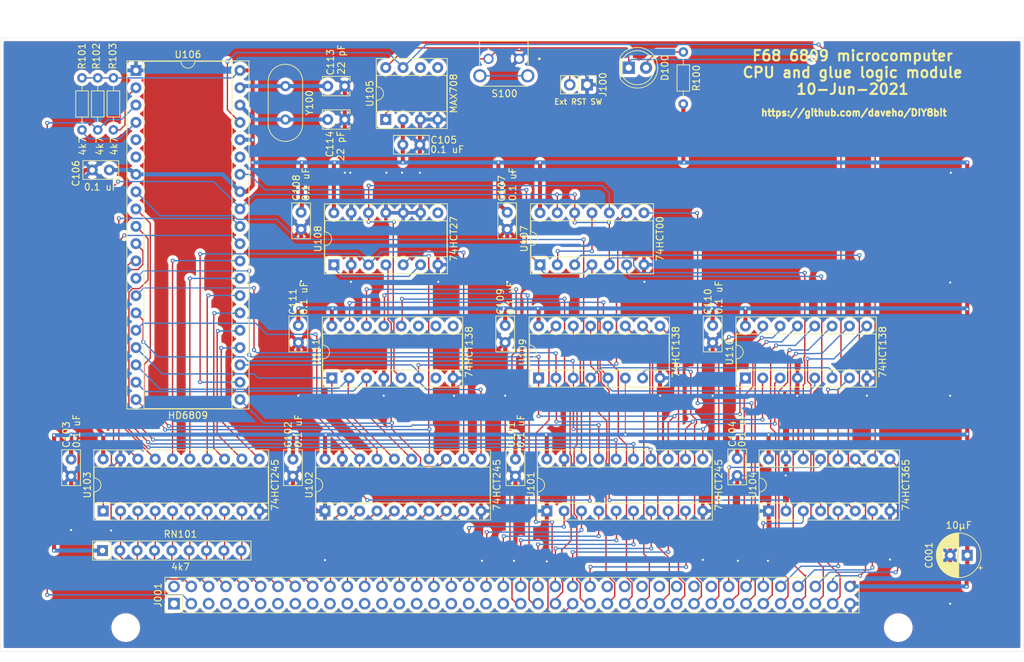
<source format=kicad_pcb>
(kicad_pcb (version 20171130) (host pcbnew 5.1.10-88a1d61d58~88~ubuntu20.04.1)
  (title_block (rev 1))
  (layers (0 Front signal) (31 Back signal) (34 B.Paste user) (35 F.Paste user) (36 B.SilkS user) (37 F.SilkS user) (38 B.Mask user) (39 F.Mask user) (44 Edge.Cuts user))
  (net 0 "")
  (net 1 VCC)
  (net 2 GND)
  (net 3 "Net-(C113-Pad2)")
  (net 4 "Net-(C114-Pad2)")
  (net 5 /CPUandGlueLogic/Unbuf_RST)
  (net 6 "Net-(D100-Pad2)")
  (net 7 "Net-(J001-Pad1)")
  (net 8 "Net-(J001-Pad2)")
  (net 9 /~IRQ)
  (net 10 /D0)
  (net 11 /PC0)
  (net 12 /D1)
  (net 13 /PC1)
  (net 14 /D2)
  (net 15 /PC2)
  (net 16 /D3)
  (net 17 /PC3)
  (net 18 /D4)
  (net 19 /PC4)
  (net 20 /D5)
  (net 21 /PC5)
  (net 22 /D6)
  (net 23 /PC6)
  (net 24 /D7)
  (net 25 /PC7)
  (net 26 /A8)
  (net 27 /IRQ3)
  (net 28 /A9)
  (net 29 /~IRQ1~)
  (net 30 /A10)
  (net 31 /~IRQ2~)
  (net 32 /A11)
  (net 33 /~IRQ4~)
  (net 34 /A12)
  (net 35 /~IRQ5~)
  (net 36 /A13)
  (net 37 /IRQ6)
  (net 38 /A14)
  (net 39 /~IRQ7~)
  (net 40 /A15)
  (net 41 /TCOUNT2)
  (net 42 /A0)
  (net 43 "Net-(J001-Pad37)")
  (net 44 /A1)
  (net 45 "Net-(J001-Pad39)")
  (net 46 /A2)
  (net 47 /~IOR1~)
  (net 48 /A3)
  (net 49 /~IOR2~)
  (net 50 /A4)
  (net 51 /~IOR3~)
  (net 52 /A5)
  (net 53 /~IODEV0)
  (net 54 /A6)
  (net 55 /~IODEV1)
  (net 56 /A7)
  (net 57 /~IODEV2)
  (net 58 "Net-(J001-Pad52)")
  (net 59 /~IODEV3)
  (net 60 "Net-(J001-Pad54)")
  (net 61 /~IODEV4)
  (net 62 "Net-(J001-Pad56)")
  (net 63 /~IODEV5)
  (net 64 "Net-(J001-Pad58)")
  (net 65 /~IODEV6)
  (net 66 "Net-(J001-Pad60)")
  (net 67 /~IODEV7)
  (net 68 "Net-(J001-Pad62)")
  (net 69 /~IODEV8)
  (net 70 "Net-(J001-Pad64)")
  (net 71 /~IODEV9)
  (net 72 /R~W~)
  (net 73 /~IODEV10)
  (net 74 /~ROMEN~)
  (net 75 /~IODEV11)
  (net 76 /E)
  (net 77 /~IODEV12)
  (net 78 /~RMEM~)
  (net 79 /~IODEV13)
  (net 80 /~WMEM~)
  (net 81 /~IODEV14)
  (net 82 /~RST~)
  (net 83 /~IODEV15)
  (net 84 /RST)
  (net 85 "Net-(J100-Pad2)")
  (net 86 "Net-(R101-Pad2)")
  (net 87 "Net-(R103-Pad2)")
  (net 88 "Net-(S100-PadS1)")
  (net 89 /CPUandGlueLogic/Unbuf_A0)
  (net 90 /CPUandGlueLogic/Unbuf_A1)
  (net 91 /CPUandGlueLogic/Unbuf_A2)
  (net 92 /CPUandGlueLogic/Unbuf_A3)
  (net 93 /CPUandGlueLogic/Unbuf_A4)
  (net 94 /CPUandGlueLogic/Unbuf_A5)
  (net 95 /CPUandGlueLogic/Unbuf_A6)
  (net 96 /CPUandGlueLogic/Unbuf_A7)
  (net 97 /CPUandGlueLogic/Unbuf_A15)
  (net 98 /CPUandGlueLogic/Unbuf_A14)
  (net 99 /CPUandGlueLogic/Unbuf_A13)
  (net 100 /CPUandGlueLogic/Unbuf_A12)
  (net 101 /CPUandGlueLogic/Unbuf_A11)
  (net 102 /CPUandGlueLogic/Unbuf_A10)
  (net 103 /CPUandGlueLogic/Unbuf_A9)
  (net 104 /CPUandGlueLogic/Unbuf_A8)
  (net 105 /CPUandGlueLogic/Unbuf_R~W~)
  (net 106 /CPUandGlueLogic/Unbuf_D7)
  (net 107 /CPUandGlueLogic/Unbuf_D6)
  (net 108 /CPUandGlueLogic/Unbuf_D5)
  (net 109 /CPUandGlueLogic/Unbuf_D4)
  (net 110 /CPUandGlueLogic/Unbuf_D3)
  (net 111 /CPUandGlueLogic/Unbuf_D2)
  (net 112 /CPUandGlueLogic/Unbuf_D1)
  (net 113 /CPUandGlueLogic/Unbuf_D0)
  (net 114 /CPUandGlueLogic/Unbuf_E)
  (net 115 /CPUandGlueLogic/Unbuf_~RST~)
  (net 116 /CPUandGlueLogic/Unbuf_~RMEM~)
  (net 117 /CPUandGlueLogic/Unbuf_~WMEM~)
  (net 118 "Net-(U105-Pad5)")
  (net 119 "Net-(U105-Pad6)")
  (net 120 "Net-(U106-Pad35)")
  (net 121 "Net-(U106-Pad6)")
  (net 122 "Net-(U106-Pad5)")
  (net 123 "Net-(U107-Pad11)")
  (net 124 "Net-(U107-Pad10)")
  (net 125 "Net-(U108-Pad1)")
  (net 126 "Net-(U108-Pad8)")
  (net 127 /CPUandGlueLogic/~IOR0~)
  (net 128 /CPUandGlueLogic/~IOR7~)
  (net 129 /CPUandGlueLogic/~IOR4~)
  (net 130 /CPUandGlueLogic/~IOR5~)
  (net 131 /CPUandGlueLogic/~IOR6~)
  (module MountingHole:MountingHole_3.2mm_M3 (layer Front) (at 18.4 86.5)
    (fp_text reference REF**)
    (fp_text value MountingHole_3.2mm_M3)
    (pad 1 np_thru_hole circle (at 0 0) (size 3.2 3.2) (drill 3.2) (layers *.Cu *.Mask))
  )
  (module MountingHole:MountingHole_3.2mm_M3 (layer Front) (at 131.6 86.5)
    (fp_text reference REF**)
    (fp_text value MountingHole_3.2mm_M3)
    (pad 1 np_thru_hole circle (at 0 0) (size 3.2 3.2) (drill 3.2) (layers *.Cu *.Mask))
  )
  (module SW_1-1825027-2:SW_1-1825027-2 (layer Front) (at 73.8 3.1 180)
    (fp_text reference S100 (at -0.1 -5.1) (layer F.SilkS))
    (fp_text value 1-1825027-2)
    (pad S2 thru_hole circle (at 3.505 -2.49 180) (size 1.95 1.95) (drill 1.3) (layers *.Cu *.Mask) (net 88 "Net-(S100-PadS1)"))
    (pad S1 thru_hole circle (at -3.505 -2.49 180) (size 1.95 1.95) (drill 1.3) (layers *.Cu *.Mask) (net 88 "Net-(S100-PadS1)"))
    (pad 2 thru_hole circle (at 2.25 0 180) (size 1.498 1.498) (drill 0.99) (layers *.Cu *.Mask) (net 85 "Net-(J100-Pad2)"))
    (pad 1 thru_hole circle (at -2.25 0 180) (size 1.498 1.498) (drill 0.99) (layers *.Cu *.Mask) (net 2 GND))
  )
  (module Package_DIP:DIP-14_W7.62mm_Socket (layer Front) (at 48.9 33.3 90)
    (fp_text reference U108 (at 3.81 -2.33 90) (layer F.SilkS))
    (fp_text value 74HCT27 (at 3.81 17.57 90) (layer F.SilkS))
    (pad 14 thru_hole oval (at 7.62 0 90) (size 1.6 1.6) (drill 0.8) (layers *.Cu *.Mask) (net 1 VCC))
    (pad 7 thru_hole oval (at 0 15.24 90) (size 1.6 1.6) (drill 0.8) (layers *.Cu *.Mask) (net 2 GND))
    (pad 13 thru_hole oval (at 7.62 2.54 90) (size 1.6 1.6) (drill 0.8) (layers *.Cu *.Mask) (net 2 GND))
    (pad 6 thru_hole oval (at 0 12.7 90) (size 1.6 1.6) (drill 0.8) (layers *.Cu *.Mask) (net 125 "Net-(U108-Pad1)"))
    (pad 12 thru_hole oval (at 7.62 5.08 90) (size 1.6 1.6) (drill 0.8) (layers *.Cu *.Mask) (net 124 "Net-(U107-Pad10)"))
    (pad 5 thru_hole oval (at 0 10.16 90) (size 1.6 1.6) (drill 0.8) (layers *.Cu *.Mask) (net 100 /CPUandGlueLogic/Unbuf_A12))
    (pad 11 thru_hole oval (at 7.62 7.62 90) (size 1.6 1.6) (drill 0.8) (layers *.Cu *.Mask) (net 2 GND))
    (pad 4 thru_hole oval (at 0 7.62 90) (size 1.6 1.6) (drill 0.8) (layers *.Cu *.Mask) (net 99 /CPUandGlueLogic/Unbuf_A13))
    (pad 10 thru_hole oval (at 7.62 10.16 90) (size 1.6 1.6) (drill 0.8) (layers *.Cu *.Mask) (net 2 GND))
    (pad 3 thru_hole oval (at 0 5.08 90) (size 1.6 1.6) (drill 0.8) (layers *.Cu *.Mask) (net 98 /CPUandGlueLogic/Unbuf_A14))
    (pad 9 thru_hole oval (at 7.62 12.7 90) (size 1.6 1.6) (drill 0.8) (layers *.Cu *.Mask) (net 2 GND))
    (pad 2 thru_hole oval (at 0 2.54 90) (size 1.6 1.6) (drill 0.8) (layers *.Cu *.Mask) (net 2 GND))
    (pad 8 thru_hole oval (at 7.62 15.24 90) (size 1.6 1.6) (drill 0.8) (layers *.Cu *.Mask) (net 126 "Net-(U108-Pad8)"))
    (pad 1 thru_hole rect (at 0 0 90) (size 1.6 1.6) (drill 0.8) (layers *.Cu *.Mask) (net 125 "Net-(U108-Pad1)"))
  )
  (module Capacitor_THT:CP_Radial_D6.3mm_P2.50mm (layer Front) (at 141.7 75.9 180)
    (fp_text reference C001 (at 5.6 0 270) (layer F.SilkS))
    (fp_text value 10μF (at 1.25 4.4) (layer F.SilkS))
    (pad 1 thru_hole rect (at 0 0 180) (size 1.6 1.6) (drill 0.8) (layers *.Cu *.Mask) (net 1 VCC))
    (pad 2 thru_hole circle (at 2.5 0 180) (size 1.6 1.6) (drill 0.8) (layers *.Cu *.Mask) (net 2 GND))
  )
  (module Capacitor_THT:C_Disc_D5.0mm_W2.5mm_P2.50mm (layer Front) (at 75.5 61.8 270)
    (fp_text reference C101 (at -3.6 0.6 90) (layer F.SilkS))
    (fp_text value "0.1 uF" (at -4.1 -0.8 90) (layer F.SilkS))
    (pad 2 thru_hole circle (at 2.5 0 270) (size 1.6 1.6) (drill 0.8) (layers *.Cu *.Mask) (net 2 GND))
    (pad 1 thru_hole circle (at 0 0 270) (size 1.6 1.6) (drill 0.8) (layers *.Cu *.Mask) (net 1 VCC))
  )
  (module Capacitor_THT:C_Disc_D5.0mm_W2.5mm_P2.50mm (layer Front) (at 42.9 61.8 270)
    (fp_text reference C102 (at -3.6 0.7 90) (layer F.SilkS))
    (fp_text value "0.1 uF" (at -4.1 -0.8 90) (layer F.SilkS))
    (pad 1 thru_hole circle (at 0 0 270) (size 1.6 1.6) (drill 0.8) (layers *.Cu *.Mask) (net 1 VCC))
    (pad 2 thru_hole circle (at 2.5 0 270) (size 1.6 1.6) (drill 0.8) (layers *.Cu *.Mask) (net 2 GND))
  )
  (module Capacitor_THT:C_Disc_D5.0mm_W2.5mm_P2.50mm (layer Front) (at 10.4 61.8 270)
    (fp_text reference C103 (at -3.6 0.7 90) (layer F.SilkS))
    (fp_text value "0.1 uF" (at -4.1 -0.8 90) (layer F.SilkS))
    (pad 2 thru_hole circle (at 2.5 0 270) (size 1.6 1.6) (drill 0.8) (layers *.Cu *.Mask) (net 2 GND))
    (pad 1 thru_hole circle (at 0 0 270) (size 1.6 1.6) (drill 0.8) (layers *.Cu *.Mask) (net 1 VCC))
  )
  (module Capacitor_THT:C_Disc_D5.0mm_W2.5mm_P2.50mm (layer Front) (at 108 61.7 270)
    (fp_text reference C104 (at -3.6 0.7 90) (layer F.SilkS))
    (fp_text value "0.1 uF" (at -4.1 -0.7 90) (layer F.SilkS))
    (pad 1 thru_hole circle (at 0 0 270) (size 1.6 1.6) (drill 0.8) (layers *.Cu *.Mask) (net 1 VCC))
    (pad 2 thru_hole circle (at 2.5 0 270) (size 1.6 1.6) (drill 0.8) (layers *.Cu *.Mask) (net 2 GND))
  )
  (module Capacitor_THT:C_Disc_D5.0mm_W2.5mm_P2.50mm (layer Front) (at 59 15.7)
    (fp_text reference C105 (at 6 -0.7) (layer F.SilkS))
    (fp_text value "0.1 uF" (at 6.5 0.7) (layer F.SilkS))
    (pad 2 thru_hole circle (at 2.5 0) (size 1.6 1.6) (drill 0.8) (layers *.Cu *.Mask) (net 2 GND))
    (pad 1 thru_hole circle (at 0 0) (size 1.6 1.6) (drill 0.8) (layers *.Cu *.Mask) (net 1 VCC))
  )
  (module Capacitor_THT:C_Disc_D5.0mm_W2.5mm_P2.50mm (layer Front) (at 13.5 19.4)
    (fp_text reference C106 (at -2.4 0.5 90) (layer F.SilkS))
    (fp_text value "0.1 uF" (at 1.25 2.5) (layer F.SilkS))
    (pad 1 thru_hole circle (at 0 0) (size 1.6 1.6) (drill 0.8) (layers *.Cu *.Mask) (net 2 GND))
    (pad 2 thru_hole circle (at 2.5 0) (size 1.6 1.6) (drill 0.8) (layers *.Cu *.Mask) (net 1 VCC))
  )
  (module Capacitor_THT:C_Disc_D5.0mm_W2.5mm_P2.50mm (layer Front) (at 74.3 25.6 270)
    (fp_text reference C107 (at -3.5 0.8 90) (layer F.SilkS))
    (fp_text value "0.1 uF" (at -4.1 -0.8 90) (layer F.SilkS))
    (pad 2 thru_hole circle (at 2.5 0 270) (size 1.6 1.6) (drill 0.8) (layers *.Cu *.Mask) (net 2 GND))
    (pad 1 thru_hole circle (at 0 0 270) (size 1.6 1.6) (drill 0.8) (layers *.Cu *.Mask) (net 1 VCC))
  )
  (module Capacitor_THT:C_Disc_D5.0mm_W2.5mm_P2.50mm (layer Front) (at 44.1 25.6 270)
    (fp_text reference C108 (at -3.6 0.7 90) (layer F.SilkS))
    (fp_text value "0.1 uF" (at -4.1 -0.7 90) (layer F.SilkS))
    (pad 1 thru_hole circle (at 0 0 270) (size 1.6 1.6) (drill 0.8) (layers *.Cu *.Mask) (net 1 VCC))
    (pad 2 thru_hole circle (at 2.5 0 270) (size 1.6 1.6) (drill 0.8) (layers *.Cu *.Mask) (net 2 GND))
  )
  (module Capacitor_THT:C_Disc_D5.0mm_W2.5mm_P2.50mm (layer Front) (at 74 42.2 270)
    (fp_text reference C109 (at -3.5 0.7 90) (layer F.SilkS))
    (fp_text value "0.1 uF" (at -4 -0.8 90) (layer F.SilkS))
    (pad 1 thru_hole circle (at 0 0 270) (size 1.6 1.6) (drill 0.8) (layers *.Cu *.Mask) (net 1 VCC))
    (pad 2 thru_hole circle (at 2.5 0 270) (size 1.6 1.6) (drill 0.8) (layers *.Cu *.Mask) (net 2 GND))
  )
  (module Capacitor_THT:C_Disc_D5.0mm_W2.5mm_P2.50mm (layer Front) (at 104.4 42.2 270)
    (fp_text reference C110 (at -3.5 0.7 90) (layer F.SilkS))
    (fp_text value "0.1 uF" (at -4.1 -0.9 90) (layer F.SilkS))
    (pad 2 thru_hole circle (at 2.5 0 270) (size 1.6 1.6) (drill 0.8) (layers *.Cu *.Mask) (net 2 GND))
    (pad 1 thru_hole circle (at 0 0 270) (size 1.6 1.6) (drill 0.8) (layers *.Cu *.Mask) (net 1 VCC))
  )
  (module Capacitor_THT:C_Disc_D5.0mm_W2.5mm_P2.50mm (layer Front) (at 43.7 42.2 270)
    (fp_text reference C111 (at -3.5 0.8 90) (layer F.SilkS))
    (fp_text value "0.1 uF" (at -4 -0.8 90) (layer F.SilkS))
    (pad 2 thru_hole circle (at 2.5 0 270) (size 1.6 1.6) (drill 0.8) (layers *.Cu *.Mask) (net 2 GND))
    (pad 1 thru_hole circle (at 0 0 270) (size 1.6 1.6) (drill 0.8) (layers *.Cu *.Mask) (net 1 VCC))
  )
  (module Capacitor_THT:C_Disc_D3.8mm_W2.6mm_P2.50mm (layer Front) (at 50.5 7.1 180)
    (fp_text reference C113 (at 2.1 3.5 90) (layer F.SilkS))
    (fp_text value "22 pF" (at 0.5 3.9 90) (layer F.SilkS))
    (pad 1 thru_hole circle (at 0 0 180) (size 1.6 1.6) (drill 0.8) (layers *.Cu *.Mask) (net 2 GND))
    (pad 2 thru_hole circle (at 2.5 0 180) (size 1.6 1.6) (drill 0.8) (layers *.Cu *.Mask) (net 3 "Net-(C113-Pad2)"))
  )
  (module Capacitor_THT:C_Disc_D3.8mm_W2.6mm_P2.50mm (layer Front) (at 50.5 12 180)
    (fp_text reference C114 (at 2.2 -3.6 90) (layer F.SilkS))
    (fp_text value "22 pF" (at 0.6 -3.9 90) (layer F.SilkS))
    (pad 2 thru_hole circle (at 2.5 0 180) (size 1.6 1.6) (drill 0.8) (layers *.Cu *.Mask) (net 4 "Net-(C114-Pad2)"))
    (pad 1 thru_hole circle (at 0 0 180) (size 1.6 1.6) (drill 0.8) (layers *.Cu *.Mask) (net 2 GND))
  )
  (module LED_THT:LED_D5.0mm (layer Front) (at 92.1 4.4)
    (fp_text reference D100 (at 5.3 0 90) (layer F.SilkS))
    (fp_text value LED)
    (pad 2 thru_hole circle (at 2.54 0) (size 1.8 1.8) (drill 0.9) (layers *.Cu *.Mask) (net 6 "Net-(D100-Pad2)"))
    (pad 1 thru_hole rect (at 0 0) (size 1.8 1.8) (drill 0.9) (layers *.Cu *.Mask) (net 5 /CPUandGlueLogic/Unbuf_RST))
  )
  (module Connector_PinHeader_2.54mm:PinHeader_1x02_P2.54mm_Vertical (layer Front) (at 86 6.9 270)
    (fp_text reference J100 (at 0 -2.33 90) (layer F.SilkS))
    (fp_text value Conn_01x02)
    (pad 2 thru_hole oval (at 0 2.54 270) (size 1.7 1.7) (drill 1) (layers *.Cu *.Mask) (net 85 "Net-(J100-Pad2)"))
    (pad 1 thru_hole rect (at 0 0 270) (size 1.7 1.7) (drill 1) (layers *.Cu *.Mask) (net 2 GND))
  )
  (module Resistor_THT:R_Axial_DIN0204_L3.6mm_D1.6mm_P7.62mm_Horizontal (layer Front) (at 100.1 2.1 270)
    (fp_text reference R100 (at 3.81 -1.92 90) (layer F.SilkS))
    (fp_text value R)
    (pad 2 thru_hole oval (at 7.62 0 270) (size 1.4 1.4) (drill 0.7) (layers *.Cu *.Mask) (net 1 VCC))
    (pad 1 thru_hole circle (at 0 0 270) (size 1.4 1.4) (drill 0.7) (layers *.Cu *.Mask) (net 6 "Net-(D100-Pad2)"))
  )
  (module Resistor_THT:R_Axial_DIN0204_L3.6mm_D1.6mm_P7.62mm_Horizontal (layer Front) (at 12 5.9 270)
    (fp_text reference R101 (at -3.2 0 90) (layer F.SilkS))
    (fp_text value 4k7 (at 10 -0.1 90) (layer F.SilkS))
    (pad 1 thru_hole circle (at 0 0 270) (size 1.4 1.4) (drill 0.7) (layers *.Cu *.Mask) (net 1 VCC))
    (pad 2 thru_hole oval (at 7.62 0 270) (size 1.4 1.4) (drill 0.7) (layers *.Cu *.Mask) (net 86 "Net-(R101-Pad2)"))
  )
  (module Resistor_THT:R_Axial_DIN0204_L3.6mm_D1.6mm_P7.62mm_Horizontal (layer Front) (at 14.3 5.9 270)
    (fp_text reference R102 (at -3.2 0.2 270) (layer F.SilkS))
    (fp_text value 4k7 (at 10 -0.3 90) (layer F.SilkS))
    (pad 2 thru_hole oval (at 7.62 0 270) (size 1.4 1.4) (drill 0.7) (layers *.Cu *.Mask) (net 9 /~IRQ))
    (pad 1 thru_hole circle (at 0 0 270) (size 1.4 1.4) (drill 0.7) (layers *.Cu *.Mask) (net 1 VCC))
  )
  (module Resistor_THT:R_Axial_DIN0204_L3.6mm_D1.6mm_P7.62mm_Horizontal (layer Front) (at 16.6 5.9 270)
    (fp_text reference R103 (at -3.2 0.1 270) (layer F.SilkS))
    (fp_text value 4k7 (at 10 -0.1 90) (layer F.SilkS))
    (pad 1 thru_hole circle (at 0 0 270) (size 1.4 1.4) (drill 0.7) (layers *.Cu *.Mask) (net 1 VCC))
    (pad 2 thru_hole oval (at 7.62 0 270) (size 1.4 1.4) (drill 0.7) (layers *.Cu *.Mask) (net 87 "Net-(R103-Pad2)"))
  )
  (module Resistor_THT:R_Array_SIP9 (layer Front) (at 15 75.2)
    (fp_text reference RN101 (at 11.43 -2.4) (layer F.SilkS))
    (fp_text value 4k7 (at 11.43 2.4) (layer F.SilkS))
    (pad 1 thru_hole rect (at 0 0) (size 1.6 1.6) (drill 0.8) (layers *.Cu *.Mask) (net 1 VCC))
    (pad 2 thru_hole oval (at 2.54 0) (size 1.6 1.6) (drill 0.8) (layers *.Cu *.Mask) (net 10 /D0))
    (pad 3 thru_hole oval (at 5.08 0) (size 1.6 1.6) (drill 0.8) (layers *.Cu *.Mask) (net 12 /D1))
    (pad 4 thru_hole oval (at 7.62 0) (size 1.6 1.6) (drill 0.8) (layers *.Cu *.Mask) (net 14 /D2))
    (pad 5 thru_hole oval (at 10.16 0) (size 1.6 1.6) (drill 0.8) (layers *.Cu *.Mask) (net 16 /D3))
    (pad 6 thru_hole oval (at 12.7 0) (size 1.6 1.6) (drill 0.8) (layers *.Cu *.Mask) (net 18 /D4))
    (pad 7 thru_hole oval (at 15.24 0) (size 1.6 1.6) (drill 0.8) (layers *.Cu *.Mask) (net 20 /D5))
    (pad 8 thru_hole oval (at 17.78 0) (size 1.6 1.6) (drill 0.8) (layers *.Cu *.Mask) (net 22 /D6))
    (pad 9 thru_hole oval (at 20.32 0) (size 1.6 1.6) (drill 0.8) (layers *.Cu *.Mask) (net 24 /D7))
  )
  (module Package_DIP:DIP-20_W7.62mm_Socket (layer Front) (at 80.1 69.4 90)
    (fp_text reference U101 (at 3.81 -2.33 90) (layer F.SilkS))
    (fp_text value 74HCT245 (at 3.81 25.19 90) (layer F.SilkS))
    (pad 20 thru_hole oval (at 7.62 0 90) (size 1.6 1.6) (drill 0.8) (layers *.Cu *.Mask) (net 1 VCC))
    (pad 10 thru_hole oval (at 0 22.86 90) (size 1.6 1.6) (drill 0.8) (layers *.Cu *.Mask) (net 2 GND))
    (pad 19 thru_hole oval (at 7.62 2.54 90) (size 1.6 1.6) (drill 0.8) (layers *.Cu *.Mask) (net 2 GND))
    (pad 9 thru_hole oval (at 0 20.32 90) (size 1.6 1.6) (drill 0.8) (layers *.Cu *.Mask) (net 56 /A7))
    (pad 18 thru_hole oval (at 7.62 5.08 90) (size 1.6 1.6) (drill 0.8) (layers *.Cu *.Mask) (net 89 /CPUandGlueLogic/Unbuf_A0))
    (pad 8 thru_hole oval (at 0 17.78 90) (size 1.6 1.6) (drill 0.8) (layers *.Cu *.Mask) (net 54 /A6))
    (pad 17 thru_hole oval (at 7.62 7.62 90) (size 1.6 1.6) (drill 0.8) (layers *.Cu *.Mask) (net 90 /CPUandGlueLogic/Unbuf_A1))
    (pad 7 thru_hole oval (at 0 15.24 90) (size 1.6 1.6) (drill 0.8) (layers *.Cu *.Mask) (net 52 /A5))
    (pad 16 thru_hole oval (at 7.62 10.16 90) (size 1.6 1.6) (drill 0.8) (layers *.Cu *.Mask) (net 91 /CPUandGlueLogic/Unbuf_A2))
    (pad 6 thru_hole oval (at 0 12.7 90) (size 1.6 1.6) (drill 0.8) (layers *.Cu *.Mask) (net 50 /A4))
    (pad 15 thru_hole oval (at 7.62 12.7 90) (size 1.6 1.6) (drill 0.8) (layers *.Cu *.Mask) (net 92 /CPUandGlueLogic/Unbuf_A3))
    (pad 5 thru_hole oval (at 0 10.16 90) (size 1.6 1.6) (drill 0.8) (layers *.Cu *.Mask) (net 48 /A3))
    (pad 14 thru_hole oval (at 7.62 15.24 90) (size 1.6 1.6) (drill 0.8) (layers *.Cu *.Mask) (net 93 /CPUandGlueLogic/Unbuf_A4))
    (pad 4 thru_hole oval (at 0 7.62 90) (size 1.6 1.6) (drill 0.8) (layers *.Cu *.Mask) (net 46 /A2))
    (pad 13 thru_hole oval (at 7.62 17.78 90) (size 1.6 1.6) (drill 0.8) (layers *.Cu *.Mask) (net 94 /CPUandGlueLogic/Unbuf_A5))
    (pad 3 thru_hole oval (at 0 5.08 90) (size 1.6 1.6) (drill 0.8) (layers *.Cu *.Mask) (net 44 /A1))
    (pad 12 thru_hole oval (at 7.62 20.32 90) (size 1.6 1.6) (drill 0.8) (layers *.Cu *.Mask) (net 95 /CPUandGlueLogic/Unbuf_A6))
    (pad 2 thru_hole oval (at 0 2.54 90) (size 1.6 1.6) (drill 0.8) (layers *.Cu *.Mask) (net 42 /A0))
    (pad 11 thru_hole oval (at 7.62 22.86 90) (size 1.6 1.6) (drill 0.8) (layers *.Cu *.Mask) (net 96 /CPUandGlueLogic/Unbuf_A7))
    (pad 1 thru_hole rect (at 0 0 90) (size 1.6 1.6) (drill 0.8) (layers *.Cu *.Mask) (net 2 GND))
  )
  (module Package_DIP:DIP-20_W7.62mm_Socket (layer Front) (at 47.6 69.4 90)
    (fp_text reference U102 (at 3.81 -2.33 90) (layer F.SilkS))
    (fp_text value 74HCT245 (at 3.81 25.19 90) (layer F.SilkS))
    (pad 1 thru_hole rect (at 0 0 90) (size 1.6 1.6) (drill 0.8) (layers *.Cu *.Mask) (net 2 GND))
    (pad 11 thru_hole oval (at 7.62 22.86 90) (size 1.6 1.6) (drill 0.8) (layers *.Cu *.Mask) (net 97 /CPUandGlueLogic/Unbuf_A15))
    (pad 2 thru_hole oval (at 0 2.54 90) (size 1.6 1.6) (drill 0.8) (layers *.Cu *.Mask) (net 26 /A8))
    (pad 12 thru_hole oval (at 7.62 20.32 90) (size 1.6 1.6) (drill 0.8) (layers *.Cu *.Mask) (net 98 /CPUandGlueLogic/Unbuf_A14))
    (pad 3 thru_hole oval (at 0 5.08 90) (size 1.6 1.6) (drill 0.8) (layers *.Cu *.Mask) (net 28 /A9))
    (pad 13 thru_hole oval (at 7.62 17.78 90) (size 1.6 1.6) (drill 0.8) (layers *.Cu *.Mask) (net 99 /CPUandGlueLogic/Unbuf_A13))
    (pad 4 thru_hole oval (at 0 7.62 90) (size 1.6 1.6) (drill 0.8) (layers *.Cu *.Mask) (net 30 /A10))
    (pad 14 thru_hole oval (at 7.62 15.24 90) (size 1.6 1.6) (drill 0.8) (layers *.Cu *.Mask) (net 100 /CPUandGlueLogic/Unbuf_A12))
    (pad 5 thru_hole oval (at 0 10.16 90) (size 1.6 1.6) (drill 0.8) (layers *.Cu *.Mask) (net 32 /A11))
    (pad 15 thru_hole oval (at 7.62 12.7 90) (size 1.6 1.6) (drill 0.8) (layers *.Cu *.Mask) (net 101 /CPUandGlueLogic/Unbuf_A11))
    (pad 6 thru_hole oval (at 0 12.7 90) (size 1.6 1.6) (drill 0.8) (layers *.Cu *.Mask) (net 34 /A12))
    (pad 16 thru_hole oval (at 7.62 10.16 90) (size 1.6 1.6) (drill 0.8) (layers *.Cu *.Mask) (net 102 /CPUandGlueLogic/Unbuf_A10))
    (pad 7 thru_hole oval (at 0 15.24 90) (size 1.6 1.6) (drill 0.8) (layers *.Cu *.Mask) (net 36 /A13))
    (pad 17 thru_hole oval (at 7.62 7.62 90) (size 1.6 1.6) (drill 0.8) (layers *.Cu *.Mask) (net 103 /CPUandGlueLogic/Unbuf_A9))
    (pad 8 thru_hole oval (at 0 17.78 90) (size 1.6 1.6) (drill 0.8) (layers *.Cu *.Mask) (net 38 /A14))
    (pad 18 thru_hole oval (at 7.62 5.08 90) (size 1.6 1.6) (drill 0.8) (layers *.Cu *.Mask) (net 104 /CPUandGlueLogic/Unbuf_A8))
    (pad 9 thru_hole oval (at 0 20.32 90) (size 1.6 1.6) (drill 0.8) (layers *.Cu *.Mask) (net 40 /A15))
    (pad 19 thru_hole oval (at 7.62 2.54 90) (size 1.6 1.6) (drill 0.8) (layers *.Cu *.Mask) (net 2 GND))
    (pad 10 thru_hole oval (at 0 22.86 90) (size 1.6 1.6) (drill 0.8) (layers *.Cu *.Mask) (net 2 GND))
    (pad 20 thru_hole oval (at 7.62 0 90) (size 1.6 1.6) (drill 0.8) (layers *.Cu *.Mask) (net 1 VCC))
  )
  (module Package_DIP:DIP-20_W7.62mm_Socket (layer Front) (at 15.1 69.4 90)
    (fp_text reference U103 (at 3.81 -2.33 90) (layer F.SilkS))
    (fp_text value 74HCT245 (at 3.81 25.19 90) (layer F.SilkS))
    (pad 1 thru_hole rect (at 0 0 90) (size 1.6 1.6) (drill 0.8) (layers *.Cu *.Mask) (net 105 /CPUandGlueLogic/Unbuf_R~W~))
    (pad 11 thru_hole oval (at 7.62 22.86 90) (size 1.6 1.6) (drill 0.8) (layers *.Cu *.Mask) (net 106 /CPUandGlueLogic/Unbuf_D7))
    (pad 2 thru_hole oval (at 0 2.54 90) (size 1.6 1.6) (drill 0.8) (layers *.Cu *.Mask) (net 10 /D0))
    (pad 12 thru_hole oval (at 7.62 20.32 90) (size 1.6 1.6) (drill 0.8) (layers *.Cu *.Mask) (net 107 /CPUandGlueLogic/Unbuf_D6))
    (pad 3 thru_hole oval (at 0 5.08 90) (size 1.6 1.6) (drill 0.8) (layers *.Cu *.Mask) (net 12 /D1))
    (pad 13 thru_hole oval (at 7.62 17.78 90) (size 1.6 1.6) (drill 0.8) (layers *.Cu *.Mask) (net 108 /CPUandGlueLogic/Unbuf_D5))
    (pad 4 thru_hole oval (at 0 7.62 90) (size 1.6 1.6) (drill 0.8) (layers *.Cu *.Mask) (net 14 /D2))
    (pad 14 thru_hole oval (at 7.62 15.24 90) (size 1.6 1.6) (drill 0.8) (layers *.Cu *.Mask) (net 109 /CPUandGlueLogic/Unbuf_D4))
    (pad 5 thru_hole oval (at 0 10.16 90) (size 1.6 1.6) (drill 0.8) (layers *.Cu *.Mask) (net 16 /D3))
    (pad 15 thru_hole oval (at 7.62 12.7 90) (size 1.6 1.6) (drill 0.8) (layers *.Cu *.Mask) (net 110 /CPUandGlueLogic/Unbuf_D3))
    (pad 6 thru_hole oval (at 0 12.7 90) (size 1.6 1.6) (drill 0.8) (layers *.Cu *.Mask) (net 18 /D4))
    (pad 16 thru_hole oval (at 7.62 10.16 90) (size 1.6 1.6) (drill 0.8) (layers *.Cu *.Mask) (net 111 /CPUandGlueLogic/Unbuf_D2))
    (pad 7 thru_hole oval (at 0 15.24 90) (size 1.6 1.6) (drill 0.8) (layers *.Cu *.Mask) (net 20 /D5))
    (pad 17 thru_hole oval (at 7.62 7.62 90) (size 1.6 1.6) (drill 0.8) (layers *.Cu *.Mask) (net 112 /CPUandGlueLogic/Unbuf_D1))
    (pad 8 thru_hole oval (at 0 17.78 90) (size 1.6 1.6) (drill 0.8) (layers *.Cu *.Mask) (net 22 /D6))
    (pad 18 thru_hole oval (at 7.62 5.08 90) (size 1.6 1.6) (drill 0.8) (layers *.Cu *.Mask) (net 113 /CPUandGlueLogic/Unbuf_D0))
    (pad 9 thru_hole oval (at 0 20.32 90) (size 1.6 1.6) (drill 0.8) (layers *.Cu *.Mask) (net 24 /D7))
    (pad 19 thru_hole oval (at 7.62 2.54 90) (size 1.6 1.6) (drill 0.8) (layers *.Cu *.Mask) (net 2 GND))
    (pad 10 thru_hole oval (at 0 22.86 90) (size 1.6 1.6) (drill 0.8) (layers *.Cu *.Mask) (net 2 GND))
    (pad 20 thru_hole oval (at 7.62 0 90) (size 1.6 1.6) (drill 0.8) (layers *.Cu *.Mask) (net 1 VCC))
  )
  (module Package_DIP:DIP-16_W7.62mm_Socket (layer Front) (at 112.6 69.4 90)
    (fp_text reference U104 (at 3.81 -2.33 90) (layer F.SilkS))
    (fp_text value 74HCT365 (at 3.81 20.11 90) (layer F.SilkS))
    (pad 1 thru_hole rect (at 0 0 90) (size 1.6 1.6) (drill 0.8) (layers *.Cu *.Mask) (net 2 GND))
    (pad 9 thru_hole oval (at 7.62 17.78 90) (size 1.6 1.6) (drill 0.8) (layers *.Cu *.Mask) (net 82 /~RST~))
    (pad 2 thru_hole oval (at 0 2.54 90) (size 1.6 1.6) (drill 0.8) (layers *.Cu *.Mask) (net 114 /CPUandGlueLogic/Unbuf_E))
    (pad 10 thru_hole oval (at 7.62 15.24 90) (size 1.6 1.6) (drill 0.8) (layers *.Cu *.Mask) (net 115 /CPUandGlueLogic/Unbuf_~RST~))
    (pad 3 thru_hole oval (at 0 5.08 90) (size 1.6 1.6) (drill 0.8) (layers *.Cu *.Mask) (net 76 /E))
    (pad 11 thru_hole oval (at 7.62 12.7 90) (size 1.6 1.6) (drill 0.8) (layers *.Cu *.Mask) (net 84 /RST))
    (pad 4 thru_hole oval (at 0 7.62 90) (size 1.6 1.6) (drill 0.8) (layers *.Cu *.Mask) (net 116 /CPUandGlueLogic/Unbuf_~RMEM~))
    (pad 12 thru_hole oval (at 7.62 10.16 90) (size 1.6 1.6) (drill 0.8) (layers *.Cu *.Mask) (net 5 /CPUandGlueLogic/Unbuf_RST))
    (pad 5 thru_hole oval (at 0 10.16 90) (size 1.6 1.6) (drill 0.8) (layers *.Cu *.Mask) (net 78 /~RMEM~))
    (pad 13 thru_hole oval (at 7.62 7.62 90) (size 1.6 1.6) (drill 0.8) (layers *.Cu *.Mask) (net 72 /R~W~))
    (pad 6 thru_hole oval (at 0 12.7 90) (size 1.6 1.6) (drill 0.8) (layers *.Cu *.Mask) (net 117 /CPUandGlueLogic/Unbuf_~WMEM~))
    (pad 14 thru_hole oval (at 7.62 5.08 90) (size 1.6 1.6) (drill 0.8) (layers *.Cu *.Mask) (net 105 /CPUandGlueLogic/Unbuf_R~W~))
    (pad 7 thru_hole oval (at 0 15.24 90) (size 1.6 1.6) (drill 0.8) (layers *.Cu *.Mask) (net 80 /~WMEM~))
    (pad 15 thru_hole oval (at 7.62 2.54 90) (size 1.6 1.6) (drill 0.8) (layers *.Cu *.Mask) (net 2 GND))
    (pad 8 thru_hole oval (at 0 17.78 90) (size 1.6 1.6) (drill 0.8) (layers *.Cu *.Mask) (net 2 GND))
    (pad 16 thru_hole oval (at 7.62 0 90) (size 1.6 1.6) (drill 0.8) (layers *.Cu *.Mask) (net 1 VCC))
  )
  (module Package_DIP:DIP-8_W7.62mm_Socket (layer Front) (at 56.5 12 90)
    (fp_text reference U105 (at 3.81 -2.33 90) (layer F.SilkS))
    (fp_text value MAX708 (at 3.81 9.95 90) (layer F.SilkS))
    (pad 8 thru_hole oval (at 7.62 0 90) (size 1.6 1.6) (drill 0.8) (layers *.Cu *.Mask) (net 5 /CPUandGlueLogic/Unbuf_RST))
    (pad 4 thru_hole oval (at 0 7.62 90) (size 1.6 1.6) (drill 0.8) (layers *.Cu *.Mask) (net 2 GND))
    (pad 7 thru_hole oval (at 7.62 2.54 90) (size 1.6 1.6) (drill 0.8) (layers *.Cu *.Mask) (net 115 /CPUandGlueLogic/Unbuf_~RST~))
    (pad 3 thru_hole oval (at 0 5.08 90) (size 1.6 1.6) (drill 0.8) (layers *.Cu *.Mask) (net 2 GND))
    (pad 6 thru_hole oval (at 7.62 5.08 90) (size 1.6 1.6) (drill 0.8) (layers *.Cu *.Mask) (net 119 "Net-(U105-Pad6)"))
    (pad 2 thru_hole oval (at 0 2.54 90) (size 1.6 1.6) (drill 0.8) (layers *.Cu *.Mask) (net 1 VCC))
    (pad 5 thru_hole oval (at 7.62 7.62 90) (size 1.6 1.6) (drill 0.8) (layers *.Cu *.Mask) (net 118 "Net-(U105-Pad5)"))
    (pad 1 thru_hole rect (at 0 0 90) (size 1.6 1.6) (drill 0.8) (layers *.Cu *.Mask) (net 85 "Net-(J100-Pad2)"))
  )
  (module Package_DIP:DIP-40_W15.24mm_Socket (layer Front) (at 19.9 4.8)
    (fp_text reference U106 (at 7.62 -2.33) (layer F.SilkS))
    (fp_text value HD6809 (at 7.62 50.59) (layer F.SilkS))
    (pad 40 thru_hole oval (at 15.24 0) (size 1.6 1.6) (drill 0.8) (layers *.Cu *.Mask) (net 1 VCC))
    (pad 20 thru_hole oval (at 0 48.26) (size 1.6 1.6) (drill 0.8) (layers *.Cu *.Mask) (net 100 /CPUandGlueLogic/Unbuf_A12))
    (pad 39 thru_hole oval (at 15.24 2.54) (size 1.6 1.6) (drill 0.8) (layers *.Cu *.Mask) (net 3 "Net-(C113-Pad2)"))
    (pad 19 thru_hole oval (at 0 45.72) (size 1.6 1.6) (drill 0.8) (layers *.Cu *.Mask) (net 101 /CPUandGlueLogic/Unbuf_A11))
    (pad 38 thru_hole oval (at 15.24 5.08) (size 1.6 1.6) (drill 0.8) (layers *.Cu *.Mask) (net 4 "Net-(C114-Pad2)"))
    (pad 18 thru_hole oval (at 0 43.18) (size 1.6 1.6) (drill 0.8) (layers *.Cu *.Mask) (net 102 /CPUandGlueLogic/Unbuf_A10))
    (pad 37 thru_hole oval (at 15.24 7.62) (size 1.6 1.6) (drill 0.8) (layers *.Cu *.Mask) (net 115 /CPUandGlueLogic/Unbuf_~RST~))
    (pad 17 thru_hole oval (at 0 40.64) (size 1.6 1.6) (drill 0.8) (layers *.Cu *.Mask) (net 103 /CPUandGlueLogic/Unbuf_A9))
    (pad 36 thru_hole oval (at 15.24 10.16) (size 1.6 1.6) (drill 0.8) (layers *.Cu *.Mask) (net 1 VCC))
    (pad 16 thru_hole oval (at 0 38.1) (size 1.6 1.6) (drill 0.8) (layers *.Cu *.Mask) (net 104 /CPUandGlueLogic/Unbuf_A8))
    (pad 35 thru_hole oval (at 15.24 12.7) (size 1.6 1.6) (drill 0.8) (layers *.Cu *.Mask) (net 120 "Net-(U106-Pad35)"))
    (pad 15 thru_hole oval (at 0 35.56) (size 1.6 1.6) (drill 0.8) (layers *.Cu *.Mask) (net 96 /CPUandGlueLogic/Unbuf_A7))
    (pad 34 thru_hole oval (at 15.24 15.24) (size 1.6 1.6) (drill 0.8) (layers *.Cu *.Mask) (net 114 /CPUandGlueLogic/Unbuf_E))
    (pad 14 thru_hole oval (at 0 33.02) (size 1.6 1.6) (drill 0.8) (layers *.Cu *.Mask) (net 95 /CPUandGlueLogic/Unbuf_A6))
    (pad 33 thru_hole oval (at 15.24 17.78) (size 1.6 1.6) (drill 0.8) (layers *.Cu *.Mask) (net 1 VCC))
    (pad 13 thru_hole oval (at 0 30.48) (size 1.6 1.6) (drill 0.8) (layers *.Cu *.Mask) (net 94 /CPUandGlueLogic/Unbuf_A5))
    (pad 32 thru_hole oval (at 15.24 20.32) (size 1.6 1.6) (drill 0.8) (layers *.Cu *.Mask) (net 105 /CPUandGlueLogic/Unbuf_R~W~))
    (pad 12 thru_hole oval (at 0 27.94) (size 1.6 1.6) (drill 0.8) (layers *.Cu *.Mask) (net 93 /CPUandGlueLogic/Unbuf_A4))
    (pad 31 thru_hole oval (at 15.24 22.86) (size 1.6 1.6) (drill 0.8) (layers *.Cu *.Mask) (net 113 /CPUandGlueLogic/Unbuf_D0))
    (pad 11 thru_hole oval (at 0 25.4) (size 1.6 1.6) (drill 0.8) (layers *.Cu *.Mask) (net 92 /CPUandGlueLogic/Unbuf_A3))
    (pad 30 thru_hole oval (at 15.24 25.4) (size 1.6 1.6) (drill 0.8) (layers *.Cu *.Mask) (net 112 /CPUandGlueLogic/Unbuf_D1))
    (pad 10 thru_hole oval (at 0 22.86) (size 1.6 1.6) (drill 0.8) (layers *.Cu *.Mask) (net 91 /CPUandGlueLogic/Unbuf_A2))
    (pad 29 thru_hole oval (at 15.24 27.94) (size 1.6 1.6) (drill 0.8) (layers *.Cu *.Mask) (net 111 /CPUandGlueLogic/Unbuf_D2))
    (pad 9 thru_hole oval (at 0 20.32) (size 1.6 1.6) (drill 0.8) (layers *.Cu *.Mask) (net 90 /CPUandGlueLogic/Unbuf_A1))
    (pad 28 thru_hole oval (at 15.24 30.48) (size 1.6 1.6) (drill 0.8) (layers *.Cu *.Mask) (net 110 /CPUandGlueLogic/Unbuf_D3))
    (pad 8 thru_hole oval (at 0 17.78) (size 1.6 1.6) (drill 0.8) (layers *.Cu *.Mask) (net 89 /CPUandGlueLogic/Unbuf_A0))
    (pad 27 thru_hole oval (at 15.24 33.02) (size 1.6 1.6) (drill 0.8) (layers *.Cu *.Mask) (net 109 /CPUandGlueLogic/Unbuf_D4))
    (pad 7 thru_hole oval (at 0 15.24) (size 1.6 1.6) (drill 0.8) (layers *.Cu *.Mask) (net 1 VCC))
    (pad 26 thru_hole oval (at 15.24 35.56) (size 1.6 1.6) (drill 0.8) (layers *.Cu *.Mask) (net 108 /CPUandGlueLogic/Unbuf_D5))
    (pad 6 thru_hole oval (at 0 12.7) (size 1.6 1.6) (drill 0.8) (layers *.Cu *.Mask) (net 121 "Net-(U106-Pad6)"))
    (pad 25 thru_hole oval (at 15.24 38.1) (size 1.6 1.6) (drill 0.8) (layers *.Cu *.Mask) (net 107 /CPUandGlueLogic/Unbuf_D6))
    (pad 5 thru_hole oval (at 0 10.16) (size 1.6 1.6) (drill 0.8) (layers *.Cu *.Mask) (net 122 "Net-(U106-Pad5)"))
    (pad 24 thru_hole oval (at 15.24 40.64) (size 1.6 1.6) (drill 0.8) (layers *.Cu *.Mask) (net 106 /CPUandGlueLogic/Unbuf_D7))
    (pad 4 thru_hole oval (at 0 7.62) (size 1.6 1.6) (drill 0.8) (layers *.Cu *.Mask) (net 86 "Net-(R101-Pad2)"))
    (pad 23 thru_hole oval (at 15.24 43.18) (size 1.6 1.6) (drill 0.8) (layers *.Cu *.Mask) (net 97 /CPUandGlueLogic/Unbuf_A15))
    (pad 3 thru_hole oval (at 0 5.08) (size 1.6 1.6) (drill 0.8) (layers *.Cu *.Mask) (net 9 /~IRQ))
    (pad 22 thru_hole oval (at 15.24 45.72) (size 1.6 1.6) (drill 0.8) (layers *.Cu *.Mask) (net 98 /CPUandGlueLogic/Unbuf_A14))
    (pad 2 thru_hole oval (at 0 2.54) (size 1.6 1.6) (drill 0.8) (layers *.Cu *.Mask) (net 87 "Net-(R103-Pad2)"))
    (pad 21 thru_hole oval (at 15.24 48.26) (size 1.6 1.6) (drill 0.8) (layers *.Cu *.Mask) (net 99 /CPUandGlueLogic/Unbuf_A13))
    (pad 1 thru_hole rect (at 0 0) (size 1.6 1.6) (drill 0.8) (layers *.Cu *.Mask) (net 2 GND))
  )
  (module Package_DIP:DIP-14_W7.62mm_Socket (layer Front) (at 79.1 33.3 90)
    (fp_text reference U107 (at 3.81 -2.33 90) (layer F.SilkS))
    (fp_text value 74HCT00 (at 3.81 17.57 90) (layer F.SilkS))
    (pad 1 thru_hole rect (at 0 0 90) (size 1.6 1.6) (drill 0.8) (layers *.Cu *.Mask) (net 114 /CPUandGlueLogic/Unbuf_E))
    (pad 8 thru_hole oval (at 7.62 15.24 90) (size 1.6 1.6) (drill 0.8) (layers *.Cu *.Mask) (net 74 /~ROMEN~))
    (pad 2 thru_hole oval (at 0 2.54 90) (size 1.6 1.6) (drill 0.8) (layers *.Cu *.Mask) (net 123 "Net-(U107-Pad11)"))
    (pad 9 thru_hole oval (at 7.62 12.7 90) (size 1.6 1.6) (drill 0.8) (layers *.Cu *.Mask) (net 97 /CPUandGlueLogic/Unbuf_A15))
    (pad 3 thru_hole oval (at 0 5.08 90) (size 1.6 1.6) (drill 0.8) (layers *.Cu *.Mask) (net 117 /CPUandGlueLogic/Unbuf_~WMEM~))
    (pad 10 thru_hole oval (at 7.62 10.16 90) (size 1.6 1.6) (drill 0.8) (layers *.Cu *.Mask) (net 124 "Net-(U107-Pad10)"))
    (pad 4 thru_hole oval (at 0 7.62 90) (size 1.6 1.6) (drill 0.8) (layers *.Cu *.Mask) (net 114 /CPUandGlueLogic/Unbuf_E))
    (pad 11 thru_hole oval (at 7.62 7.62 90) (size 1.6 1.6) (drill 0.8) (layers *.Cu *.Mask) (net 123 "Net-(U107-Pad11)"))
    (pad 5 thru_hole oval (at 0 10.16 90) (size 1.6 1.6) (drill 0.8) (layers *.Cu *.Mask) (net 105 /CPUandGlueLogic/Unbuf_R~W~))
    (pad 12 thru_hole oval (at 7.62 5.08 90) (size 1.6 1.6) (drill 0.8) (layers *.Cu *.Mask) (net 105 /CPUandGlueLogic/Unbuf_R~W~))
    (pad 6 thru_hole oval (at 0 12.7 90) (size 1.6 1.6) (drill 0.8) (layers *.Cu *.Mask) (net 116 /CPUandGlueLogic/Unbuf_~RMEM~))
    (pad 13 thru_hole oval (at 7.62 2.54 90) (size 1.6 1.6) (drill 0.8) (layers *.Cu *.Mask) (net 105 /CPUandGlueLogic/Unbuf_R~W~))
    (pad 7 thru_hole oval (at 0 15.24 90) (size 1.6 1.6) (drill 0.8) (layers *.Cu *.Mask) (net 2 GND))
    (pad 14 thru_hole oval (at 7.62 0 90) (size 1.6 1.6) (drill 0.8) (layers *.Cu *.Mask) (net 1 VCC))
  )
  (module Package_DIP:DIP-16_W7.62mm_Socket (layer Front) (at 78.9 49.9 90)
    (fp_text reference U109 (at 3.81 -2.33 90) (layer F.SilkS))
    (fp_text value 74HCT138 (at 3.81 20.11 90) (layer F.SilkS))
    (pad 16 thru_hole oval (at 7.62 0 90) (size 1.6 1.6) (drill 0.8) (layers *.Cu *.Mask) (net 1 VCC))
    (pad 8 thru_hole oval (at 0 17.78 90) (size 1.6 1.6) (drill 0.8) (layers *.Cu *.Mask) (net 2 GND))
    (pad 15 thru_hole oval (at 7.62 2.54 90) (size 1.6 1.6) (drill 0.8) (layers *.Cu *.Mask) (net 53 /~IODEV0))
    (pad 7 thru_hole oval (at 0 15.24 90) (size 1.6 1.6) (drill 0.8) (layers *.Cu *.Mask) (net 67 /~IODEV7))
    (pad 14 thru_hole oval (at 7.62 5.08 90) (size 1.6 1.6) (drill 0.8) (layers *.Cu *.Mask) (net 55 /~IODEV1))
    (pad 6 thru_hole oval (at 0 12.7 90) (size 1.6 1.6) (drill 0.8) (layers *.Cu *.Mask) (net 1 VCC))
    (pad 13 thru_hole oval (at 7.62 7.62 90) (size 1.6 1.6) (drill 0.8) (layers *.Cu *.Mask) (net 57 /~IODEV2))
    (pad 5 thru_hole oval (at 0 10.16 90) (size 1.6 1.6) (drill 0.8) (layers *.Cu *.Mask) (net 127 /CPUandGlueLogic/~IOR0~))
    (pad 12 thru_hole oval (at 7.62 10.16 90) (size 1.6 1.6) (drill 0.8) (layers *.Cu *.Mask) (net 59 /~IODEV3))
    (pad 4 thru_hole oval (at 0 7.62 90) (size 1.6 1.6) (drill 0.8) (layers *.Cu *.Mask) (net 104 /CPUandGlueLogic/Unbuf_A8))
    (pad 11 thru_hole oval (at 7.62 12.7 90) (size 1.6 1.6) (drill 0.8) (layers *.Cu *.Mask) (net 61 /~IODEV4))
    (pad 3 thru_hole oval (at 0 5.08 90) (size 1.6 1.6) (drill 0.8) (layers *.Cu *.Mask) (net 96 /CPUandGlueLogic/Unbuf_A7))
    (pad 10 thru_hole oval (at 7.62 15.24 90) (size 1.6 1.6) (drill 0.8) (layers *.Cu *.Mask) (net 63 /~IODEV5))
    (pad 2 thru_hole oval (at 0 2.54 90) (size 1.6 1.6) (drill 0.8) (layers *.Cu *.Mask) (net 95 /CPUandGlueLogic/Unbuf_A6))
    (pad 9 thru_hole oval (at 7.62 17.78 90) (size 1.6 1.6) (drill 0.8) (layers *.Cu *.Mask) (net 65 /~IODEV6))
    (pad 1 thru_hole rect (at 0 0 90) (size 1.6 1.6) (drill 0.8) (layers *.Cu *.Mask) (net 94 /CPUandGlueLogic/Unbuf_A5))
  )
  (module Package_DIP:DIP-16_W7.62mm_Socket (layer Front) (at 109.2 49.9 90)
    (fp_text reference U110 (at 3.81 -2.33 90) (layer F.SilkS))
    (fp_text value 74HCT138 (at 3.81 20.11 90) (layer F.SilkS))
    (pad 16 thru_hole oval (at 7.62 0 90) (size 1.6 1.6) (drill 0.8) (layers *.Cu *.Mask) (net 1 VCC))
    (pad 8 thru_hole oval (at 0 17.78 90) (size 1.6 1.6) (drill 0.8) (layers *.Cu *.Mask) (net 2 GND))
    (pad 15 thru_hole oval (at 7.62 2.54 90) (size 1.6 1.6) (drill 0.8) (layers *.Cu *.Mask) (net 69 /~IODEV8))
    (pad 7 thru_hole oval (at 0 15.24 90) (size 1.6 1.6) (drill 0.8) (layers *.Cu *.Mask) (net 83 /~IODEV15))
    (pad 14 thru_hole oval (at 7.62 5.08 90) (size 1.6 1.6) (drill 0.8) (layers *.Cu *.Mask) (net 71 /~IODEV9))
    (pad 6 thru_hole oval (at 0 12.7 90) (size 1.6 1.6) (drill 0.8) (layers *.Cu *.Mask) (net 104 /CPUandGlueLogic/Unbuf_A8))
    (pad 13 thru_hole oval (at 7.62 7.62 90) (size 1.6 1.6) (drill 0.8) (layers *.Cu *.Mask) (net 73 /~IODEV10))
    (pad 5 thru_hole oval (at 0 10.16 90) (size 1.6 1.6) (drill 0.8) (layers *.Cu *.Mask) (net 127 /CPUandGlueLogic/~IOR0~))
    (pad 12 thru_hole oval (at 7.62 10.16 90) (size 1.6 1.6) (drill 0.8) (layers *.Cu *.Mask) (net 75 /~IODEV11))
    (pad 4 thru_hole oval (at 0 7.62 90) (size 1.6 1.6) (drill 0.8) (layers *.Cu *.Mask) (net 2 GND))
    (pad 11 thru_hole oval (at 7.62 12.7 90) (size 1.6 1.6) (drill 0.8) (layers *.Cu *.Mask) (net 77 /~IODEV12))
    (pad 3 thru_hole oval (at 0 5.08 90) (size 1.6 1.6) (drill 0.8) (layers *.Cu *.Mask) (net 96 /CPUandGlueLogic/Unbuf_A7))
    (pad 10 thru_hole oval (at 7.62 15.24 90) (size 1.6 1.6) (drill 0.8) (layers *.Cu *.Mask) (net 79 /~IODEV13))
    (pad 2 thru_hole oval (at 0 2.54 90) (size 1.6 1.6) (drill 0.8) (layers *.Cu *.Mask) (net 95 /CPUandGlueLogic/Unbuf_A6))
    (pad 9 thru_hole oval (at 7.62 17.78 90) (size 1.6 1.6) (drill 0.8) (layers *.Cu *.Mask) (net 81 /~IODEV14))
    (pad 1 thru_hole rect (at 0 0 90) (size 1.6 1.6) (drill 0.8) (layers *.Cu *.Mask) (net 94 /CPUandGlueLogic/Unbuf_A5))
  )
  (module Package_DIP:DIP-16_W7.62mm_Socket (layer Front) (at 48.6 49.9 90)
    (fp_text reference U111 (at 3.81 -2.33 90) (layer F.SilkS))
    (fp_text value 74HCT138 (at 3.81 20.11 90) (layer F.SilkS))
    (pad 1 thru_hole rect (at 0 0 90) (size 1.6 1.6) (drill 0.8) (layers *.Cu *.Mask) (net 103 /CPUandGlueLogic/Unbuf_A9))
    (pad 9 thru_hole oval (at 7.62 17.78 90) (size 1.6 1.6) (drill 0.8) (layers *.Cu *.Mask) (net 131 /CPUandGlueLogic/~IOR6~))
    (pad 2 thru_hole oval (at 0 2.54 90) (size 1.6 1.6) (drill 0.8) (layers *.Cu *.Mask) (net 102 /CPUandGlueLogic/Unbuf_A10))
    (pad 10 thru_hole oval (at 7.62 15.24 90) (size 1.6 1.6) (drill 0.8) (layers *.Cu *.Mask) (net 130 /CPUandGlueLogic/~IOR5~))
    (pad 3 thru_hole oval (at 0 5.08 90) (size 1.6 1.6) (drill 0.8) (layers *.Cu *.Mask) (net 101 /CPUandGlueLogic/Unbuf_A11))
    (pad 11 thru_hole oval (at 7.62 12.7 90) (size 1.6 1.6) (drill 0.8) (layers *.Cu *.Mask) (net 129 /CPUandGlueLogic/~IOR4~))
    (pad 4 thru_hole oval (at 0 7.62 90) (size 1.6 1.6) (drill 0.8) (layers *.Cu *.Mask) (net 2 GND))
    (pad 12 thru_hole oval (at 7.62 10.16 90) (size 1.6 1.6) (drill 0.8) (layers *.Cu *.Mask) (net 51 /~IOR3~))
    (pad 5 thru_hole oval (at 0 10.16 90) (size 1.6 1.6) (drill 0.8) (layers *.Cu *.Mask) (net 124 "Net-(U107-Pad10)"))
    (pad 13 thru_hole oval (at 7.62 7.62 90) (size 1.6 1.6) (drill 0.8) (layers *.Cu *.Mask) (net 49 /~IOR2~))
    (pad 6 thru_hole oval (at 0 12.7 90) (size 1.6 1.6) (drill 0.8) (layers *.Cu *.Mask) (net 97 /CPUandGlueLogic/Unbuf_A15))
    (pad 14 thru_hole oval (at 7.62 5.08 90) (size 1.6 1.6) (drill 0.8) (layers *.Cu *.Mask) (net 47 /~IOR1~))
    (pad 7 thru_hole oval (at 0 15.24 90) (size 1.6 1.6) (drill 0.8) (layers *.Cu *.Mask) (net 128 /CPUandGlueLogic/~IOR7~))
    (pad 15 thru_hole oval (at 7.62 2.54 90) (size 1.6 1.6) (drill 0.8) (layers *.Cu *.Mask) (net 127 /CPUandGlueLogic/~IOR0~))
    (pad 8 thru_hole oval (at 0 17.78 90) (size 1.6 1.6) (drill 0.8) (layers *.Cu *.Mask) (net 2 GND))
    (pad 16 thru_hole oval (at 7.62 0 90) (size 1.6 1.6) (drill 0.8) (layers *.Cu *.Mask) (net 1 VCC))
  )
  (module Crystal:Crystal_HC18-U_Vertical (layer Front) (at 41.8 7.1 270)
    (fp_text reference Y100 (at 2.45 -3.525 90) (layer F.SilkS))
    (fp_text value Crystal)
    (pad 1 thru_hole circle (at 0 0 270) (size 1.5 1.5) (drill 0.8) (layers *.Cu *.Mask) (net 3 "Net-(C113-Pad2)"))
    (pad 2 thru_hole circle (at 4.9 0 270) (size 1.5 1.5) (drill 0.8) (layers *.Cu *.Mask) (net 4 "Net-(C114-Pad2)"))
  )
  (module Connector_PinHeader_2.54mm:PinHeader_2x40_P2.54mm_Vertical (layer Front) (at 25.47 83 90)
    (fp_text reference J001 (at 1.27 -2.33 90) (layer F.SilkS))
    (fp_text value Conn_02x40_Odd_Even)
    (pad 1 thru_hole rect (at 0 0 90) (size 1.7 1.7) (drill 1) (layers *.Cu *.Mask) (net 7 "Net-(J001-Pad1)"))
    (pad 2 thru_hole oval (at 2.54 0 90) (size 1.7 1.7) (drill 1) (layers *.Cu *.Mask) (net 8 "Net-(J001-Pad2)"))
    (pad 3 thru_hole oval (at 0 2.54 90) (size 1.7 1.7) (drill 1) (layers *.Cu *.Mask) (net 9 /~IRQ))
    (pad 4 thru_hole oval (at 2.54 2.54 90) (size 1.7 1.7) (drill 1) (layers *.Cu *.Mask) (net 10 /D0))
    (pad 5 thru_hole oval (at 0 5.08 90) (size 1.7 1.7) (drill 1) (layers *.Cu *.Mask) (net 11 /PC0))
    (pad 6 thru_hole oval (at 2.54 5.08 90) (size 1.7 1.7) (drill 1) (layers *.Cu *.Mask) (net 12 /D1))
    (pad 7 thru_hole oval (at 0 7.62 90) (size 1.7 1.7) (drill 1) (layers *.Cu *.Mask) (net 13 /PC1))
    (pad 8 thru_hole oval (at 2.54 7.62 90) (size 1.7 1.7) (drill 1) (layers *.Cu *.Mask) (net 14 /D2))
    (pad 9 thru_hole oval (at 0 10.16 90) (size 1.7 1.7) (drill 1) (layers *.Cu *.Mask) (net 15 /PC2))
    (pad 10 thru_hole oval (at 2.54 10.16 90) (size 1.7 1.7) (drill 1) (layers *.Cu *.Mask) (net 16 /D3))
    (pad 11 thru_hole oval (at 0 12.7 90) (size 1.7 1.7) (drill 1) (layers *.Cu *.Mask) (net 17 /PC3))
    (pad 12 thru_hole oval (at 2.54 12.7 90) (size 1.7 1.7) (drill 1) (layers *.Cu *.Mask) (net 18 /D4))
    (pad 13 thru_hole oval (at 0 15.24 90) (size 1.7 1.7) (drill 1) (layers *.Cu *.Mask) (net 19 /PC4))
    (pad 14 thru_hole oval (at 2.54 15.24 90) (size 1.7 1.7) (drill 1) (layers *.Cu *.Mask) (net 20 /D5))
    (pad 15 thru_hole oval (at 0 17.78 90) (size 1.7 1.7) (drill 1) (layers *.Cu *.Mask) (net 21 /PC5))
    (pad 16 thru_hole oval (at 2.54 17.78 90) (size 1.7 1.7) (drill 1) (layers *.Cu *.Mask) (net 22 /D6))
    (pad 17 thru_hole oval (at 0 20.32 90) (size 1.7 1.7) (drill 1) (layers *.Cu *.Mask) (net 23 /PC6))
    (pad 18 thru_hole oval (at 2.54 20.32 90) (size 1.7 1.7) (drill 1) (layers *.Cu *.Mask) (net 24 /D7))
    (pad 19 thru_hole oval (at 0 22.86 90) (size 1.7 1.7) (drill 1) (layers *.Cu *.Mask) (net 25 /PC7))
    (pad 20 thru_hole oval (at 2.54 22.86 90) (size 1.7 1.7) (drill 1) (layers *.Cu *.Mask) (net 26 /A8))
    (pad 21 thru_hole oval (at 0 25.4 90) (size 1.7 1.7) (drill 1) (layers *.Cu *.Mask) (net 27 /IRQ3))
    (pad 22 thru_hole oval (at 2.54 25.4 90) (size 1.7 1.7) (drill 1) (layers *.Cu *.Mask) (net 28 /A9))
    (pad 23 thru_hole oval (at 0 27.94 90) (size 1.7 1.7) (drill 1) (layers *.Cu *.Mask) (net 29 /~IRQ1~))
    (pad 24 thru_hole oval (at 2.54 27.94 90) (size 1.7 1.7) (drill 1) (layers *.Cu *.Mask) (net 30 /A10))
    (pad 25 thru_hole oval (at 0 30.48 90) (size 1.7 1.7) (drill 1) (layers *.Cu *.Mask) (net 31 /~IRQ2~))
    (pad 26 thru_hole oval (at 2.54 30.48 90) (size 1.7 1.7) (drill 1) (layers *.Cu *.Mask) (net 32 /A11))
    (pad 27 thru_hole oval (at 0 33.02 90) (size 1.7 1.7) (drill 1) (layers *.Cu *.Mask) (net 33 /~IRQ4~))
    (pad 28 thru_hole oval (at 2.54 33.02 90) (size 1.7 1.7) (drill 1) (layers *.Cu *.Mask) (net 34 /A12))
    (pad 29 thru_hole oval (at 0 35.56 90) (size 1.7 1.7) (drill 1) (layers *.Cu *.Mask) (net 35 /~IRQ5~))
    (pad 30 thru_hole oval (at 2.54 35.56 90) (size 1.7 1.7) (drill 1) (layers *.Cu *.Mask) (net 36 /A13))
    (pad 31 thru_hole oval (at 0 38.1 90) (size 1.7 1.7) (drill 1) (layers *.Cu *.Mask) (net 37 /IRQ6))
    (pad 32 thru_hole oval (at 2.54 38.1 90) (size 1.7 1.7) (drill 1) (layers *.Cu *.Mask) (net 38 /A14))
    (pad 33 thru_hole oval (at 0 40.64 90) (size 1.7 1.7) (drill 1) (layers *.Cu *.Mask) (net 39 /~IRQ7~))
    (pad 34 thru_hole oval (at 2.54 40.64 90) (size 1.7 1.7) (drill 1) (layers *.Cu *.Mask) (net 40 /A15))
    (pad 35 thru_hole oval (at 0 43.18 90) (size 1.7 1.7) (drill 1) (layers *.Cu *.Mask) (net 41 /TCOUNT2))
    (pad 36 thru_hole oval (at 2.54 43.18 90) (size 1.7 1.7) (drill 1) (layers *.Cu *.Mask) (net 42 /A0))
    (pad 37 thru_hole oval (at 0 45.72 90) (size 1.7 1.7) (drill 1) (layers *.Cu *.Mask) (net 43 "Net-(J001-Pad37)"))
    (pad 38 thru_hole oval (at 2.54 45.72 90) (size 1.7 1.7) (drill 1) (layers *.Cu *.Mask) (net 44 /A1))
    (pad 39 thru_hole oval (at 0 48.26 90) (size 1.7 1.7) (drill 1) (layers *.Cu *.Mask) (net 45 "Net-(J001-Pad39)"))
    (pad 40 thru_hole oval (at 2.54 48.26 90) (size 1.7 1.7) (drill 1) (layers *.Cu *.Mask) (net 46 /A2))
    (pad 41 thru_hole oval (at 0 50.8 90) (size 1.7 1.7) (drill 1) (layers *.Cu *.Mask) (net 47 /~IOR1~))
    (pad 42 thru_hole oval (at 2.54 50.8 90) (size 1.7 1.7) (drill 1) (layers *.Cu *.Mask) (net 48 /A3))
    (pad 43 thru_hole oval (at 0 53.34 90) (size 1.7 1.7) (drill 1) (layers *.Cu *.Mask) (net 49 /~IOR2~))
    (pad 44 thru_hole oval (at 2.54 53.34 90) (size 1.7 1.7) (drill 1) (layers *.Cu *.Mask) (net 50 /A4))
    (pad 45 thru_hole oval (at 0 55.88 90) (size 1.7 1.7) (drill 1) (layers *.Cu *.Mask) (net 51 /~IOR3~))
    (pad 46 thru_hole oval (at 2.54 55.88 90) (size 1.7 1.7) (drill 1) (layers *.Cu *.Mask) (net 52 /A5))
    (pad 47 thru_hole oval (at 0 58.42 90) (size 1.7 1.7) (drill 1) (layers *.Cu *.Mask) (net 53 /~IODEV0))
    (pad 48 thru_hole oval (at 2.54 58.42 90) (size 1.7 1.7) (drill 1) (layers *.Cu *.Mask) (net 54 /A6))
    (pad 49 thru_hole oval (at 0 60.96 90) (size 1.7 1.7) (drill 1) (layers *.Cu *.Mask) (net 55 /~IODEV1))
    (pad 50 thru_hole oval (at 2.54 60.96 90) (size 1.7 1.7) (drill 1) (layers *.Cu *.Mask) (net 56 /A7))
    (pad 51 thru_hole oval (at 0 63.5 90) (size 1.7 1.7) (drill 1) (layers *.Cu *.Mask) (net 57 /~IODEV2))
    (pad 52 thru_hole oval (at 2.54 63.5 90) (size 1.7 1.7) (drill 1) (layers *.Cu *.Mask) (net 58 "Net-(J001-Pad52)"))
    (pad 53 thru_hole oval (at 0 66.04 90) (size 1.7 1.7) (drill 1) (layers *.Cu *.Mask) (net 59 /~IODEV3))
    (pad 54 thru_hole oval (at 2.54 66.04 90) (size 1.7 1.7) (drill 1) (layers *.Cu *.Mask) (net 60 "Net-(J001-Pad54)"))
    (pad 55 thru_hole oval (at 0 68.58 90) (size 1.7 1.7) (drill 1) (layers *.Cu *.Mask) (net 61 /~IODEV4))
    (pad 56 thru_hole oval (at 2.54 68.58 90) (size 1.7 1.7) (drill 1) (layers *.Cu *.Mask) (net 62 "Net-(J001-Pad56)"))
    (pad 57 thru_hole oval (at 0 71.12 90) (size 1.7 1.7) (drill 1) (layers *.Cu *.Mask) (net 63 /~IODEV5))
    (pad 58 thru_hole oval (at 2.54 71.12 90) (size 1.7 1.7) (drill 1) (layers *.Cu *.Mask) (net 64 "Net-(J001-Pad58)"))
    (pad 59 thru_hole oval (at 0 73.66 90) (size 1.7 1.7) (drill 1) (layers *.Cu *.Mask) (net 65 /~IODEV6))
    (pad 60 thru_hole oval (at 2.54 73.66 90) (size 1.7 1.7) (drill 1) (layers *.Cu *.Mask) (net 66 "Net-(J001-Pad60)"))
    (pad 61 thru_hole oval (at 0 76.2 90) (size 1.7 1.7) (drill 1) (layers *.Cu *.Mask) (net 67 /~IODEV7))
    (pad 62 thru_hole oval (at 2.54 76.2 90) (size 1.7 1.7) (drill 1) (layers *.Cu *.Mask) (net 68 "Net-(J001-Pad62)"))
    (pad 63 thru_hole oval (at 0 78.74 90) (size 1.7 1.7) (drill 1) (layers *.Cu *.Mask) (net 69 /~IODEV8))
    (pad 64 thru_hole oval (at 2.54 78.74 90) (size 1.7 1.7) (drill 1) (layers *.Cu *.Mask) (net 70 "Net-(J001-Pad64)"))
    (pad 65 thru_hole oval (at 0 81.28 90) (size 1.7 1.7) (drill 1) (layers *.Cu *.Mask) (net 71 /~IODEV9))
    (pad 66 thru_hole oval (at 2.54 81.28 90) (size 1.7 1.7) (drill 1) (layers *.Cu *.Mask) (net 72 /R~W~))
    (pad 67 thru_hole oval (at 0 83.82 90) (size 1.7 1.7) (drill 1) (layers *.Cu *.Mask) (net 73 /~IODEV10))
    (pad 68 thru_hole oval (at 2.54 83.82 90) (size 1.7 1.7) (drill 1) (layers *.Cu *.Mask) (net 74 /~ROMEN~))
    (pad 69 thru_hole oval (at 0 86.36 90) (size 1.7 1.7) (drill 1) (layers *.Cu *.Mask) (net 75 /~IODEV11))
    (pad 70 thru_hole oval (at 2.54 86.36 90) (size 1.7 1.7) (drill 1) (layers *.Cu *.Mask) (net 76 /E))
    (pad 71 thru_hole oval (at 0 88.9 90) (size 1.7 1.7) (drill 1) (layers *.Cu *.Mask) (net 77 /~IODEV12))
    (pad 72 thru_hole oval (at 2.54 88.9 90) (size 1.7 1.7) (drill 1) (layers *.Cu *.Mask) (net 78 /~RMEM~))
    (pad 73 thru_hole oval (at 0 91.44 90) (size 1.7 1.7) (drill 1) (layers *.Cu *.Mask) (net 79 /~IODEV13))
    (pad 74 thru_hole oval (at 2.54 91.44 90) (size 1.7 1.7) (drill 1) (layers *.Cu *.Mask) (net 80 /~WMEM~))
    (pad 75 thru_hole oval (at 0 93.98 90) (size 1.7 1.7) (drill 1) (layers *.Cu *.Mask) (net 81 /~IODEV14))
    (pad 76 thru_hole oval (at 2.54 93.98 90) (size 1.7 1.7) (drill 1) (layers *.Cu *.Mask) (net 82 /~RST~))
    (pad 77 thru_hole oval (at 0 96.52 90) (size 1.7 1.7) (drill 1) (layers *.Cu *.Mask) (net 83 /~IODEV15))
    (pad 78 thru_hole oval (at 2.54 96.52 90) (size 1.7 1.7) (drill 1) (layers *.Cu *.Mask) (net 84 /RST))
    (pad 79 thru_hole oval (at 0 99.06 90) (size 1.7 1.7) (drill 1) (layers *.Cu *.Mask) (net 2 GND))
    (pad 80 thru_hole oval (at 2.54 99.06 90) (size 1.7 1.7) (drill 1) (layers *.Cu *.Mask) (net 1 VCC))
  )
  (gr_text https://github.com/daveho/DIY8bit (at 125.1 11) (layer F.SilkS) (effects (font (size 1 1) (thickness 0.25))))
  (gr_text "F68 6809 microcomputer\nCPU and glue logic module\n10-Jun-2021" (at 124.9 5.1) (layer F.SilkS) (effects (font (size 1.524 1.524) (thickness 0.3048))))
  (gr_text "Ext RST SW" (at 84.7 9.4) (layer F.SilkS) (effects (font (size 0.8128 0.8128) (thickness 0.1524))))
  (gr_line (start 150 0) (end 0 0) (layer Edge.Cuts) (width 0.0381))
  (gr_line (start 150 90) (end 150 0) (layer Edge.Cuts) (width 0.0381))
  (gr_line (start 0 90) (end 150 90) (layer Edge.Cuts) (width 0.0381))
  (gr_line (start 0 0) (end 0 90) (layer Edge.Cuts) (width 0.0381))
  (via (at 141.7 18.3) (size 0.6) (drill 0.3) (layers Front Back) (net 1))
  (via (at 59 18.3) (size 0.6) (drill 0.3) (layers Front Back) (net 1))
  (segment (start 59 15.7) (end 59 18.3) (width 0.6) (layer Front) (net 1))
  (segment (start 112.6 61.78) (end 112.6 58.2) (width 0.6) (layer Front) (net 1))
  (via (at 112.6 58.2) (size 0.6) (drill 0.3) (layers Front Back) (net 1))
  (via (at 141.7 58.1) (size 0.6) (drill 0.3) (layers Front Back) (net 1))
  (segment (start 141.6 58.2) (end 141.7 58.1) (width 0.6) (layer Back) (net 1))
  (segment (start 112.6 58.2) (end 141.6 58.2) (width 0.6) (layer Back) (net 1))
  (segment (start 141.7 75.9) (end 141.7 58.1) (width 0.6) (layer Front) (net 1))
  (via (at 10.4 58.2) (size 0.6) (drill 0.3) (layers Front Back) (net 1))
  (segment (start 10.4 58.2) (end 10.4 61.8) (width 0.6) (layer Front) (net 1))
  (via (at 15.2 58.2) (size 0.6) (drill 0.3) (layers Front Back) (net 1))
  (segment (start 15.1 58.3) (end 15.2 58.2) (width 0.6) (layer Front) (net 1))
  (segment (start 15.1 61.78) (end 15.1 58.3) (width 0.6) (layer Front) (net 1))
  (segment (start 15.2 58.2) (end 10.4 58.2) (width 0.6) (layer Back) (net 1))
  (via (at 7.9 75.2) (size 0.6) (drill 0.3) (layers Front Back) (net 1))
  (segment (start 15 75.2) (end 7.9 75.2) (width 0.6) (layer Back) (net 1))
  (via (at 7.9 58.3) (size 0.6) (drill 0.3) (layers Front Back) (net 1))
  (segment (start 7.9 75.2) (end 7.9 58.3) (width 0.6) (layer Front) (net 1))
  (segment (start 10.3 58.3) (end 10.4 58.2) (width 0.6) (layer Back) (net 1))
  (segment (start 7.9 58.3) (end 10.3 58.3) (width 0.6) (layer Back) (net 1))
  (segment (start 100.1 18.2) (end 100.2 18.3) (width 0.6) (layer Front) (net 1))
  (segment (start 100.1 9.72) (end 100.1 18.2) (width 0.6) (layer Front) (net 1))
  (via (at 100.2 18.3) (size 0.6) (drill 0.3) (layers Front Back) (net 1))
  (segment (start 141.7 18.3) (end 100.2 18.3) (width 0.6) (layer Back) (net 1))
  (via (at 44.2 18.3) (size 0.6) (drill 0.3) (layers Front Back) (net 1))
  (segment (start 44.2 25.5) (end 44.1 25.6) (width 0.6) (layer Front) (net 1))
  (segment (start 44.2 18.3) (end 44.2 25.5) (width 0.6) (layer Front) (net 1))
  (segment (start 14.4 57.4) (end 15.2 58.2) (width 0.6) (layer Front) (net 1))
  (segment (start 19.86 20) (end 19.9 20.04) (width 0.6) (layer Back) (net 1))
  (via (at 109.2 39.7) (size 0.6) (drill 0.3) (layers Front Back) (net 1))
  (segment (start 109.2 42.28) (end 109.2 39.7) (width 0.6) (layer Front) (net 1))
  (segment (start 109.2 39.7) (end 141.6 39.7) (width 0.6) (layer Back) (net 1))
  (segment (start 141.6 39.7) (end 141.7 39.8) (width 0.6) (layer Back) (net 1))
  (segment (start 141.7 39.8) (end 141.7 18.3) (width 0.6) (layer Front) (net 1))
  (via (at 141.7 39.8) (size 0.6) (drill 0.3) (layers Front Back) (net 1))
  (segment (start 141.7 58.1) (end 141.7 39.8) (width 0.6) (layer Front) (net 1))
  (via (at 43.7 39.7) (size 0.6) (drill 0.3) (layers Front Back) (net 1))
  (segment (start 43.7 39.7) (end 43.7 42.2) (width 0.6) (layer Front) (net 1))
  (via (at 48.7 39.7) (size 0.6) (drill 0.3) (layers Front Back) (net 1))
  (segment (start 48.6 39.8) (end 48.7 39.7) (width 0.6) (layer Front) (net 1))
  (segment (start 48.6 42.28) (end 48.6 39.8) (width 0.6) (layer Front) (net 1))
  (segment (start 48.7 39.7) (end 43.7 39.7) (width 0.6) (layer Back) (net 1))
  (segment (start 78.9 39.8) (end 78.8 39.7) (width 0.6) (layer Front) (net 1))
  (segment (start 78.9 42.28) (end 78.9 39.8) (width 0.6) (layer Front) (net 1))
  (via (at 78.8 39.7) (size 0.6) (drill 0.3) (layers Front Back) (net 1))
  (via (at 49 18.3) (size 0.6) (drill 0.3) (layers Front Back) (net 1))
  (segment (start 48.9 25.68) (end 48.9 18.4) (width 0.6) (layer Front) (net 1))
  (segment (start 49 18.3) (end 44.2 18.3) (width 0.6) (layer Back) (net 1))
  (segment (start 48.9 18.4) (end 49 18.3) (width 0.6) (layer Front) (net 1))
  (segment (start 59 18.3) (end 49 18.3) (width 0.6) (layer Back) (net 1))
  (via (at 79.1 18.3) (size 0.6) (drill 0.3) (layers Front Back) (net 1))
  (segment (start 79.1 25.68) (end 79.1 18.3) (width 0.6) (layer Front) (net 1))
  (segment (start 100.2 18.3) (end 79.1 18.3) (width 0.6) (layer Back) (net 1))
  (via (at 80 58.2) (size 0.6) (drill 0.3) (layers Front Back) (net 1))
  (segment (start 80.1 58.3) (end 80 58.2) (width 0.6) (layer Front) (net 1))
  (segment (start 80.1 61.78) (end 80.1 58.3) (width 0.6) (layer Front) (net 1))
  (via (at 47.7 58.2) (size 0.6) (drill 0.3) (layers Front Back) (net 1))
  (segment (start 47.6 58.3) (end 47.7 58.2) (width 0.6) (layer Front) (net 1))
  (segment (start 47.6 61.78) (end 47.6 58.3) (width 0.6) (layer Front) (net 1))
  (segment (start 42.9 58.3) (end 43 58.2) (width 0.6) (layer Front) (net 1))
  (segment (start 42.9 61.8) (end 42.9 58.3) (width 0.6) (layer Front) (net 1))
  (segment (start 43 58.2) (end 15.2 58.2) (width 0.6) (layer Back) (net 1))
  (via (at 43 58.2) (size 0.6) (drill 0.3) (layers Front Back) (net 1))
  (segment (start 47.7 58.2) (end 43 58.2) (width 0.6) (layer Back) (net 1))
  (segment (start 59 12.04) (end 59.04 12) (width 0.6) (layer Front) (net 1))
  (segment (start 59 15.7) (end 59 12.04) (width 0.6) (layer Front) (net 1))
  (via (at 37 18.3) (size 0.6) (drill 0.3) (layers Front Back) (net 1))
  (segment (start 44.2 18.3) (end 37 18.3) (width 0.6) (layer Back) (net 1))
  (segment (start 36.6 4.8) (end 35.14 4.8) (width 0.6) (layer Front) (net 1))
  (segment (start 37 5.2) (end 36.6 4.8) (width 0.6) (layer Front) (net 1))
  (via (at 37 15) (size 0.6) (drill 0.3) (layers Front Back) (net 1))
  (segment (start 36.96 14.96) (end 37 15) (width 0.6) (layer Back) (net 1))
  (segment (start 37 15) (end 37 5.2) (width 0.6) (layer Front) (net 1))
  (segment (start 35.14 14.96) (end 36.96 14.96) (width 0.6) (layer Back) (net 1))
  (segment (start 37 18.3) (end 37 15) (width 0.6) (layer Front) (net 1))
  (segment (start 74.3 25.6) (end 73 24.3) (width 0.6) (layer Front) (net 1))
  (via (at 73 18.3) (size 0.6) (drill 0.3) (layers Front Back) (net 1))
  (segment (start 73 24.3) (end 73 18.3) (width 0.6) (layer Front) (net 1))
  (segment (start 73 18.3) (end 59 18.3) (width 0.6) (layer Back) (net 1))
  (segment (start 79.1 18.3) (end 73 18.3) (width 0.6) (layer Back) (net 1))
  (via (at 73.8 39.7) (size 0.6) (drill 0.3) (layers Front Back) (net 1))
  (segment (start 74 39.9) (end 73.8 39.7) (width 0.6) (layer Front) (net 1))
  (segment (start 74 42.2) (end 74 39.9) (width 0.6) (layer Front) (net 1))
  (segment (start 73.8 39.7) (end 48.7 39.7) (width 0.6) (layer Back) (net 1))
  (segment (start 78.8 39.7) (end 73.8 39.7) (width 0.6) (layer Back) (net 1))
  (segment (start 104.4 39.8) (end 104.3 39.7) (width 0.6) (layer Front) (net 1))
  (segment (start 104.4 42.2) (end 104.4 39.8) (width 0.6) (layer Front) (net 1))
  (segment (start 104.3 39.7) (end 78.8 39.7) (width 0.6) (layer Back) (net 1))
  (via (at 104.3 39.7) (size 0.6) (drill 0.3) (layers Front Back) (net 1))
  (segment (start 109.2 39.7) (end 104.3 39.7) (width 0.6) (layer Back) (net 1))
  (via (at 108 58.2) (size 0.6) (drill 0.3) (layers Front Back) (net 1))
  (segment (start 108 61.7) (end 108 58.2) (width 0.6) (layer Front) (net 1))
  (segment (start 112.6 58.2) (end 108 58.2) (width 0.6) (layer Back) (net 1))
  (segment (start 91.6 49.9) (end 91.6 58.2) (width 0.127) (layer Front) (net 1))
  (segment (start 91.6 58.2) (end 80 58.2) (width 0.6) (layer Back) (net 1))
  (via (at 91.6 58.2) (size 0.6) (drill 0.3) (layers Front Back) (net 1))
  (segment (start 108 58.2) (end 91.6 58.2) (width 0.6) (layer Back) (net 1))
  (via (at 75.4 58.2) (size 0.6) (drill 0.3) (layers Front Back) (net 1))
  (segment (start 75.5 58.3) (end 75.4 58.2) (width 0.6) (layer Front) (net 1))
  (segment (start 75.5 61.8) (end 75.5 58.3) (width 0.6) (layer Front) (net 1))
  (segment (start 75.4 58.2) (end 47.7 58.2) (width 0.6) (layer Back) (net 1))
  (segment (start 80 58.2) (end 75.4 58.2) (width 0.6) (layer Back) (net 1))
  (segment (start 141.7 77.5) (end 141.7 75.9) (width 0.6) (layer Front) (net 1))
  (segment (start 124.53 80.46) (end 124.54 80.46) (width 0.6) (layer Front) (net 1))
  (segment (start 124.54 80.46) (end 125.1 79.9) (width 0.6) (layer Front) (net 1))
  (segment (start 124.53 80.46) (end 141.64 80.46) (width 0.6) (layer Back) (net 1))
  (via (at 141.6 80.5) (size 0.6) (drill 0.3) (layers Front Back) (net 1))
  (segment (start 141.64 80.46) (end 141.6 80.5) (width 0.6) (layer Back) (net 1))
  (segment (start 141.6 77.6) (end 141.7 77.5) (width 0.6) (layer Front) (net 1))
  (segment (start 141.6 80.5) (end 141.6 77.6) (width 0.6) (layer Front) (net 1))
  (segment (start 32.6 20.04) (end 19.9 20.04) (width 0.6) (layer Back) (net 1))
  (segment (start 35.14 22.58) (end 32.6 20.04) (width 0.6) (layer Back) (net 1))
  (segment (start 19.9 20.04) (end 19.74 20.04) (width 0.6) (layer Back) (net 1))
  (segment (start 19.1 19.4) (end 16 19.4) (width 0.6) (layer Back) (net 1))
  (segment (start 19.74 20.04) (end 19.1 19.4) (width 0.6) (layer Back) (net 1))
  (segment (start 35.14 4.8) (end 34.04 5.9) (width 0.2) (layer Back) (net 1))
  (segment (start 34.04 5.9) (end 16.6 5.9) (width 0.2) (layer Back) (net 1))
  (segment (start 16.6 5.9) (end 14.3 5.9) (width 0.2) (layer Back) (net 1))
  (segment (start 14.3 5.9) (end 12 5.9) (width 0.2) (layer Back) (net 1))
  (segment (start 35.14 22.58) (end 36.12 22.58) (width 0.6) (layer Front) (net 1))
  (segment (start 37 21.7) (end 37 18.3) (width 0.6) (layer Front) (net 1))
  (segment (start 36.12 22.58) (end 37 21.7) (width 0.6) (layer Front) (net 1))
  (segment (start 139.2 75.9) (end 138.400001 76.699999) (width 0.6) (layer Back) (net 2))
  (segment (start 37.96 72.26) (end 37.96 69.4) (width 0.6) (layer Back) (net 2))
  (segment (start 42.399999 76.699999) (end 37.96 72.26) (width 0.6) (layer Back) (net 2))
  (via (at 139.3 19.8) (size 0.6) (drill 0.3) (layers Front Back) (net 2))
  (segment (start 139.2 19.9) (end 139.3 19.8) (width 0.6) (layer Front) (net 2))
  (via (at 61.5 19.8) (size 0.6) (drill 0.3) (layers Front Back) (net 2))
  (segment (start 61.5 15.7) (end 61.5 19.8) (width 0.6) (layer Front) (net 2))
  (segment (start 63.4 19.8) (end 61.5 19.8) (width 0.6) (layer Back) (net 2))
  (segment (start 80.1 69.4) (end 80.1 76.8) (width 0.6) (layer Front) (net 2))
  (via (at 80.1 76.8) (size 0.6) (drill 0.3) (layers Front Back) (net 2))
  (segment (start 47.6 69.4) (end 47.6 76.6) (width 0.6) (layer Front) (net 2))
  (via (at 47.6 76.6) (size 0.6) (drill 0.3) (layers Front Back) (net 2))
  (segment (start 102.96 69.4) (end 102.96 76.56) (width 0.6) (layer Front) (net 2))
  (via (at 102.96 76.56) (size 0.6) (drill 0.3) (layers Front Back) (net 2))
  (via (at 112.500001 76.699999) (size 0.6) (drill 0.3) (layers Front Back) (net 2))
  (segment (start 112.6 76.6) (end 112.500001 76.699999) (width 0.6) (layer Front) (net 2))
  (segment (start 112.6 69.4) (end 112.6 76.6) (width 0.6) (layer Front) (net 2))
  (segment (start 138.400001 76.699999) (end 112.500001 76.699999) (width 0.6) (layer Back) (net 2))
  (segment (start 130.38 69.4) (end 130.38 76.52) (width 0.6) (layer Front) (net 2))
  (via (at 130.38 76.52) (size 0.6) (drill 0.3) (layers Front Back) (net 2))
  (via (at 10.4 72.2) (size 0.6) (drill 0.3) (layers Front Back) (net 2))
  (segment (start 10.46 72.26) (end 10.4 72.2) (width 0.6) (layer Back) (net 2))
  (via (at 94.4 35.8) (size 0.6) (drill 0.3) (layers Front Back) (net 2))
  (segment (start 94.34 35.74) (end 94.4 35.8) (width 0.6) (layer Front) (net 2))
  (segment (start 94.34 33.3) (end 94.34 35.74) (width 0.6) (layer Front) (net 2))
  (via (at 139.2 35.9) (size 0.6) (drill 0.3) (layers Front Back) (net 2))
  (segment (start 139.1 35.8) (end 139.2 35.9) (width 0.6) (layer Back) (net 2))
  (segment (start 94.4 35.8) (end 139.1 35.8) (width 0.6) (layer Back) (net 2))
  (segment (start 139.2 35.9) (end 139.2 19.9) (width 0.6) (layer Front) (net 2))
  (via (at 51.4 35.8) (size 0.6) (drill 0.3) (layers Front Back) (net 2))
  (segment (start 51.4 33.34) (end 51.44 33.3) (width 0.6) (layer Front) (net 2))
  (segment (start 51.4 35.8) (end 51.4 33.34) (width 0.6) (layer Front) (net 2))
  (via (at 64.2 35.8) (size 0.6) (drill 0.3) (layers Front Back) (net 2))
  (segment (start 64.14 35.74) (end 64.2 35.8) (width 0.6) (layer Front) (net 2))
  (segment (start 64.2 35.8) (end 51.4 35.8) (width 0.6) (layer Back) (net 2))
  (segment (start 64.14 33.3) (end 64.14 35.74) (width 0.6) (layer Front) (net 2))
  (via (at 44.1 35.7) (size 0.6) (drill 0.3) (layers Front Back) (net 2))
  (segment (start 44.2 35.8) (end 44.1 35.7) (width 0.6) (layer Back) (net 2))
  (segment (start 51.4 35.8) (end 44.2 35.8) (width 0.6) (layer Back) (net 2))
  (segment (start 44.1 35.7) (end 44.1 28.1) (width 0.6) (layer Front) (net 2))
  (via (at 50.5 19.8) (size 0.6) (drill 0.3) (layers Front Back) (net 2))
  (segment (start 50.5 19.8) (end 50.5 12) (width 0.6) (layer Front) (net 2))
  (segment (start 10.4 67.3) (end 10.4 67.2) (width 0.6) (layer Front) (net 2))
  (segment (start 10.4 72.2) (end 10.4 67.3) (width 0.6) (layer Front) (net 2))
  (segment (start 10.4 67.3) (end 10.4 64.3) (width 0.6) (layer Front) (net 2))
  (segment (start 11.627001 65.972999) (end 11.627001 20.272999) (width 0.6) (layer Front) (net 2))
  (segment (start 10.4 67.2) (end 11.627001 65.972999) (width 0.6) (layer Front) (net 2))
  (via (at 127 52.5) (size 0.6) (drill 0.3) (layers Front Back) (net 2))
  (segment (start 126.98 52.48) (end 127 52.5) (width 0.6) (layer Front) (net 2))
  (segment (start 126.98 49.9) (end 126.98 52.48) (width 0.6) (layer Front) (net 2))
  (via (at 139.2 52.5) (size 0.6) (drill 0.3) (layers Front Back) (net 2))
  (segment (start 127 52.5) (end 139.2 52.5) (width 0.6) (layer Back) (net 2))
  (segment (start 139.2 52.5) (end 139.2 35.9) (width 0.6) (layer Front) (net 2))
  (segment (start 139.2 75.9) (end 139.2 52.5) (width 0.6) (layer Front) (net 2))
  (via (at 56.2 52.5) (size 0.6) (drill 0.3) (layers Front Back) (net 2))
  (segment (start 56.2 49.92) (end 56.22 49.9) (width 0.6) (layer Front) (net 2))
  (segment (start 56.2 52.5) (end 56.2 49.92) (width 0.6) (layer Front) (net 2))
  (via (at 66.5 52.5) (size 0.6) (drill 0.3) (layers Front Back) (net 2))
  (segment (start 66.38 52.38) (end 66.5 52.5) (width 0.6) (layer Front) (net 2))
  (segment (start 66.38 49.9) (end 66.38 52.38) (width 0.6) (layer Front) (net 2))
  (segment (start 66.5 52.5) (end 56.2 52.5) (width 0.6) (layer Back) (net 2))
  (via (at 96.7 52.5) (size 0.6) (drill 0.3) (layers Front Back) (net 2))
  (segment (start 96.68 52.48) (end 96.7 52.5) (width 0.6) (layer Front) (net 2))
  (segment (start 96.68 49.9) (end 96.68 52.48) (width 0.6) (layer Front) (net 2))
  (via (at 116.8 52.5) (size 0.6) (drill 0.3) (layers Front Back) (net 2))
  (segment (start 116.82 52.48) (end 116.8 52.5) (width 0.6) (layer Front) (net 2))
  (segment (start 116.82 49.9) (end 116.82 52.48) (width 0.6) (layer Front) (net 2))
  (segment (start 127 52.5) (end 116.8 52.5) (width 0.6) (layer Back) (net 2))
  (via (at 51.3 19.8) (size 0.6) (drill 0.3) (layers Front Back) (net 2))
  (segment (start 51.44 19.94) (end 51.3 19.8) (width 0.6) (layer Front) (net 2))
  (segment (start 51.44 25.68) (end 51.44 19.94) (width 0.6) (layer Front) (net 2))
  (segment (start 51.3 19.8) (end 50.5 19.8) (width 0.6) (layer Back) (net 2))
  (segment (start 56.52 19.88) (end 56.6 19.8) (width 0.6) (layer Front) (net 2))
  (via (at 56.6 19.8) (size 0.6) (drill 0.3) (layers Front Back) (net 2))
  (segment (start 56.52 25.68) (end 56.52 19.88) (width 0.6) (layer Front) (net 2))
  (segment (start 56.6 19.8) (end 51.3 19.8) (width 0.6) (layer Back) (net 2))
  (via (at 58.9 19.8) (size 0.6) (drill 0.3) (layers Front Back) (net 2))
  (segment (start 59.06 19.96) (end 58.9 19.8) (width 0.6) (layer Front) (net 2))
  (segment (start 59.06 25.68) (end 59.06 19.96) (width 0.6) (layer Front) (net 2))
  (segment (start 58.9 19.8) (end 56.6 19.8) (width 0.6) (layer Back) (net 2))
  (segment (start 61.5 19.8) (end 58.9 19.8) (width 0.6) (layer Back) (net 2))
  (segment (start 61.6 19.9) (end 61.5 19.8) (width 0.6) (layer Front) (net 2))
  (segment (start 61.6 25.68) (end 61.6 19.9) (width 0.6) (layer Front) (net 2))
  (segment (start 82.64 61.78) (end 82.64 65.56) (width 0.6) (layer Front) (net 2))
  (segment (start 80.1 68.1) (end 80.1 69.4) (width 0.6) (layer Front) (net 2))
  (segment (start 82.64 65.56) (end 80.1 68.1) (width 0.6) (layer Front) (net 2))
  (segment (start 50.14 61.78) (end 50.14 64.26) (width 0.6) (layer Front) (net 2))
  (segment (start 47.6 66.8) (end 47.6 69.4) (width 0.6) (layer Front) (net 2))
  (segment (start 50.14 64.26) (end 47.6 66.8) (width 0.6) (layer Front) (net 2))
  (segment (start 42.9 64.3) (end 42.9 65.9) (width 0.6) (layer Front) (net 2))
  (segment (start 46.4 69.4) (end 47.6 69.4) (width 0.6) (layer Front) (net 2))
  (segment (start 42.9 65.9) (end 46.4 69.4) (width 0.6) (layer Front) (net 2))
  (segment (start 70.46 69.4) (end 70.46 76.56) (width 0.6) (layer Front) (net 2))
  (via (at 70.599999 76.699999) (size 0.6) (drill 0.3) (layers Front Back) (net 2))
  (segment (start 70.46 76.56) (end 70.599999 76.699999) (width 0.6) (layer Front) (net 2))
  (segment (start 70.599999 76.699999) (end 42.399999 76.699999) (width 0.6) (layer Back) (net 2))
  (via (at 43.7 52.5) (size 0.6) (drill 0.3) (layers Front Back) (net 2))
  (segment (start 56.2 52.5) (end 43.7 52.5) (width 0.6) (layer Back) (net 2))
  (segment (start 43.7 52.5) (end 43.7 44.7) (width 0.6) (layer Front) (net 2))
  (segment (start 50.5 12) (end 50.5 7.1) (width 0.6) (layer Front) (net 2))
  (segment (start 61.5 12.08) (end 61.58 12) (width 0.6) (layer Front) (net 2))
  (segment (start 61.5 15.7) (end 61.5 12.08) (width 0.6) (layer Front) (net 2))
  (segment (start 61.58 12) (end 64.12 12) (width 0.6) (layer Back) (net 2))
  (via (at 75.1 19.8) (size 0.6) (drill 0.3) (layers Front Back) (net 2))
  (segment (start 76.05 3.1) (end 75.1 4.05) (width 0.6) (layer Front) (net 2))
  (segment (start 75.1 19.8) (end 63.4 19.8) (width 0.6) (layer Back) (net 2))
  (segment (start 139.3 19.8) (end 75.1 19.8) (width 0.6) (layer Back) (net 2))
  (via (at 74.3 35.8) (size 0.6) (drill 0.3) (layers Front Back) (net 2))
  (segment (start 74.3 28.1) (end 74.3 35.8) (width 0.6) (layer Front) (net 2))
  (segment (start 74.3 35.8) (end 64.2 35.8) (width 0.6) (layer Back) (net 2))
  (segment (start 94.4 35.8) (end 74.3 35.8) (width 0.6) (layer Back) (net 2))
  (segment (start 139.2 78) (end 139.2 75.9) (width 0.6) (layer Front) (net 2))
  (via (at 16.26 72.26) (size 0.6) (drill 0.3) (layers Front Back) (net 2))
  (segment (start 16.26 63.16) (end 16.26 72.26) (width 0.2) (layer Front) (net 2))
  (segment (start 17.64 61.78) (end 16.26 63.16) (width 0.2) (layer Front) (net 2))
  (segment (start 16.26 72.26) (end 10.46 72.26) (width 0.6) (layer Back) (net 2))
  (segment (start 37.96 72.26) (end 16.26 72.26) (width 0.6) (layer Back) (net 2))
  (segment (start 74 44.7) (end 74 52.5) (width 0.6) (layer Front) (net 2))
  (segment (start 74 52.5) (end 66.5 52.5) (width 0.6) (layer Back) (net 2))
  (via (at 74 52.5) (size 0.6) (drill 0.3) (layers Front Back) (net 2))
  (segment (start 96.7 52.5) (end 74 52.5) (width 0.6) (layer Back) (net 2))
  (via (at 104.4 52.5) (size 0.6) (drill 0.3) (layers Front Back) (net 2))
  (segment (start 104.4 44.7) (end 104.4 52.5) (width 0.6) (layer Front) (net 2))
  (segment (start 104.4 52.5) (end 96.7 52.5) (width 0.6) (layer Back) (net 2))
  (segment (start 116.8 52.5) (end 104.4 52.5) (width 0.6) (layer Back) (net 2))
  (segment (start 108 76.6) (end 108.099999 76.699999) (width 0.6) (layer Front) (net 2))
  (via (at 108.099999 76.699999) (size 0.6) (drill 0.3) (layers Front Back) (net 2))
  (segment (start 108 64.2) (end 108 76.6) (width 0.6) (layer Front) (net 2))
  (segment (start 112.500001 76.699999) (end 108.099999 76.699999) (width 0.6) (layer Back) (net 2))
  (via (at 115.1 64.2) (size 0.6) (drill 0.3) (layers Front Back) (net 2))
  (segment (start 108 64.2) (end 115.1 64.2) (width 0.2) (layer Back) (net 2))
  (segment (start 115.1 61.82) (end 115.14 61.78) (width 0.2) (layer Front) (net 2))
  (segment (start 115.1 64.2) (end 115.1 61.82) (width 0.2) (layer Front) (net 2))
  (via (at 75.300001 76.699999) (size 0.6) (drill 0.3) (layers Front Back) (net 2))
  (segment (start 75.5 76.5) (end 75.300001 76.699999) (width 0.6) (layer Front) (net 2))
  (segment (start 75.5 64.3) (end 75.5 76.5) (width 0.6) (layer Front) (net 2))
  (segment (start 75.300001 76.699999) (end 70.599999 76.699999) (width 0.6) (layer Back) (net 2))
  (segment (start 108.099999 76.699999) (end 75.300001 76.699999) (width 0.6) (layer Back) (net 2))
  (via (at 139.2 83) (size 0.6) (drill 0.3) (layers Front Back) (net 2))
  (segment (start 124.53 83) (end 139.2 83) (width 0.6) (layer Back) (net 2))
  (segment (start 139.2 83) (end 139.2 78) (width 0.6) (layer Front) (net 2))
  (segment (start 11.627001 20.272999) (end 12.5 19.4) (width 0.6) (layer Front) (net 2))
  (segment (start 12.5 19.4) (end 13.5 19.4) (width 0.6) (layer Front) (net 2))
  (segment (start 75.1 8.9) (end 75.1 19.8) (width 0.6) (layer Front) (net 2))
  (segment (start 75.1 4.05) (end 75.1 8.9) (width 0.6) (layer Front) (net 2))
  (segment (start 48 7.1) (end 42.7 7.1) (width 0.6) (layer Back) (net 3))
  (segment (start 42.7 7.1) (end 41.8 7.1) (width 0.6) (layer Back) (net 3))
  (segment (start 35.38 7.1) (end 35.14 7.34) (width 0.6) (layer Back) (net 3))
  (segment (start 41.8 7.1) (end 35.38 7.1) (width 0.6) (layer Back) (net 3))
  (segment (start 48 12) (end 41.8 12) (width 0.6) (layer Back) (net 4))
  (segment (start 37.26 12) (end 35.14 9.88) (width 0.6) (layer Back) (net 4))
  (segment (start 41.8 12) (end 37.26 12) (width 0.6) (layer Back) (net 4))
  (segment (start 56.5 4.38) (end 59.38 1.5) (width 0.2) (layer Front) (net 5))
  (segment (start 59.38 1.5) (end 59.4 1.5) (width 0.2) (layer Front) (net 5))
  (segment (start 59.38 1.5) (end 91.8 1.5) (width 0.2) (layer Front) (net 5))
  (segment (start 92.1 1.8) (end 92.1 4.4) (width 0.2) (layer Front) (net 5))
  (segment (start 91.8 1.5) (end 92.1 1.8) (width 0.2) (layer Front) (net 5))
  (segment (start 92.1 3.6) (end 92.1 4.4) (width 0.2) (layer Back) (net 5))
  (segment (start 92.5 3.2) (end 92.1 3.6) (width 0.2) (layer Back) (net 5))
  (via (at 118.9 3.2) (size 0.6) (drill 0.3) (layers Front Back) (net 5))
  (segment (start 118.9 3.2) (end 92.5 3.2) (width 0.2) (layer Back) (net 5))
  (segment (start 123.2 7.1) (end 119.3 3.2) (width 0.2) (layer Front) (net 5))
  (segment (start 119.3 3.2) (end 118.9 3.2) (width 0.2) (layer Front) (net 5))
  (segment (start 123.2 51.2) (end 123.2 7.1) (width 0.2) (layer Front) (net 5))
  (segment (start 122.76 51.64) (end 123.2 51.2) (width 0.2) (layer Front) (net 5))
  (segment (start 122.76 61.78) (end 122.76 51.64) (width 0.2) (layer Front) (net 5))
  (segment (start 100.1 2.1) (end 96.2 2.1) (width 0.2) (layer Front) (net 6))
  (segment (start 94.64 3.66) (end 94.64 4.4) (width 0.2) (layer Front) (net 6))
  (segment (start 96.2 2.1) (end 94.64 3.66) (width 0.2) (layer Front) (net 6))
  (segment (start 28.01 83.69) (end 28.01 83) (width 0.2) (layer Front) (net 9))
  (segment (start 28.01 83) (end 26.71 81.7) (width 0.2) (layer Back) (net 9))
  (via (at 6.9 81.7) (size 0.6) (drill 0.3) (layers Front Back) (net 9))
  (segment (start 26.71 81.7) (end 6.9 81.7) (width 0.2) (layer Back) (net 9))
  (segment (start 6.9 81.7) (end 6.9 14.4) (width 0.2) (layer Front) (net 9))
  (segment (start 19.9 9.88) (end 17.78 12) (width 0.2) (layer Back) (net 9))
  (segment (start 15.82 12) (end 14.3 13.52) (width 0.2) (layer Back) (net 9))
  (segment (start 17.78 12) (end 15.82 12) (width 0.2) (layer Back) (net 9))
  (via (at 6.9 12.5) (size 0.6) (drill 0.3) (layers Front Back) (net 9))
  (segment (start 6.9 14.4) (end 6.9 12.5) (width 0.2) (layer Front) (net 9))
  (segment (start 13.28 12.5) (end 14.3 13.52) (width 0.2) (layer Back) (net 9))
  (segment (start 6.9 12.5) (end 13.28 12.5) (width 0.2) (layer Back) (net 9))
  (segment (start 17.64 75.1) (end 17.54 75.2) (width 0.2) (layer Front) (net 10))
  (segment (start 17.64 69.4) (end 17.64 75.1) (width 0.2) (layer Front) (net 10))
  (segment (start 26.932999 79.382999) (end 20.882999 79.382999) (width 0.2) (layer Front) (net 10))
  (segment (start 28.01 80.46) (end 26.932999 79.382999) (width 0.2) (layer Front) (net 10))
  (segment (start 17.54 76.04) (end 17.54 75.2) (width 0.2) (layer Front) (net 10))
  (segment (start 20.882999 79.382999) (end 17.54 76.04) (width 0.2) (layer Front) (net 10))
  (segment (start 20.18 75.1) (end 20.08 75.2) (width 0.2) (layer Front) (net 12))
  (segment (start 20.18 69.4) (end 20.18 75.1) (width 0.2) (layer Front) (net 12))
  (segment (start 30.55 80.46) (end 29.09 79) (width 0.2) (layer Front) (net 12))
  (segment (start 29.09 79) (end 21.5 79) (width 0.2) (layer Front) (net 12))
  (segment (start 20.08 77.58) (end 20.08 75.2) (width 0.2) (layer Front) (net 12))
  (segment (start 21.5 79) (end 20.08 77.58) (width 0.2) (layer Front) (net 12))
  (segment (start 22.72 75.1) (end 22.62 75.2) (width 0.2) (layer Front) (net 14))
  (segment (start 22.72 69.4) (end 22.72 75.1) (width 0.2) (layer Front) (net 14))
  (segment (start 33.09 80.46) (end 31.30299 78.67299) (width 0.2) (layer Front) (net 14))
  (segment (start 31.30299 78.67299) (end 23.67299 78.67299) (width 0.2) (layer Front) (net 14))
  (segment (start 22.62 77.62) (end 22.62 75.2) (width 0.2) (layer Front) (net 14))
  (segment (start 23.67299 78.67299) (end 22.62 77.62) (width 0.2) (layer Front) (net 14))
  (segment (start 25.26 75.1) (end 25.16 75.2) (width 0.2) (layer Front) (net 16))
  (segment (start 25.26 69.4) (end 25.26 75.1) (width 0.2) (layer Front) (net 16))
  (segment (start 35.63 80.46) (end 33.51598 78.34598) (width 0.2) (layer Front) (net 16))
  (segment (start 33.51598 78.34598) (end 26.14598 78.34598) (width 0.2) (layer Front) (net 16))
  (segment (start 25.16 77.36) (end 25.16 75.2) (width 0.2) (layer Front) (net 16))
  (segment (start 26.14598 78.34598) (end 25.16 77.36) (width 0.2) (layer Front) (net 16))
  (segment (start 27.8 75.1) (end 27.7 75.2) (width 0.2) (layer Front) (net 18))
  (segment (start 27.8 69.4) (end 27.8 75.1) (width 0.2) (layer Front) (net 18))
  (segment (start 38.17 80.46) (end 35.72897 78.01897) (width 0.2) (layer Front) (net 18))
  (segment (start 35.72897 78.01897) (end 28.41897 78.01897) (width 0.2) (layer Front) (net 18))
  (segment (start 27.7 77.3) (end 27.7 75.2) (width 0.2) (layer Front) (net 18))
  (segment (start 28.41897 78.01897) (end 27.7 77.3) (width 0.2) (layer Front) (net 18))
  (segment (start 30.34 75.1) (end 30.24 75.2) (width 0.2) (layer Front) (net 20))
  (segment (start 30.34 69.4) (end 30.34 75.1) (width 0.2) (layer Front) (net 20))
  (segment (start 40.71 80.46) (end 37.94196 77.69196) (width 0.2) (layer Front) (net 20))
  (segment (start 37.94196 77.69196) (end 31.09196 77.69196) (width 0.2) (layer Front) (net 20))
  (segment (start 30.24 76.84) (end 30.24 75.2) (width 0.2) (layer Front) (net 20))
  (segment (start 31.09196 77.69196) (end 30.24 76.84) (width 0.2) (layer Front) (net 20))
  (segment (start 32.88 75.1) (end 32.78 75.2) (width 0.2) (layer Front) (net 22))
  (segment (start 32.88 69.4) (end 32.88 75.1) (width 0.2) (layer Front) (net 22))
  (segment (start 43.25 80.46) (end 40.15495 77.36495) (width 0.2) (layer Front) (net 22))
  (segment (start 40.15495 77.36495) (end 33.46495 77.36495) (width 0.2) (layer Front) (net 22))
  (segment (start 32.78 76.68) (end 32.78 75.2) (width 0.2) (layer Front) (net 22))
  (segment (start 33.46495 77.36495) (end 32.78 76.68) (width 0.2) (layer Front) (net 22))
  (segment (start 35.42 75.1) (end 35.32 75.2) (width 0.2) (layer Front) (net 24))
  (segment (start 35.42 69.4) (end 35.42 75.1) (width 0.2) (layer Front) (net 24))
  (segment (start 45.79 80.46) (end 43.53 78.2) (width 0.2) (layer Front) (net 24))
  (segment (start 41.45246 78.2) (end 40.290401 77.03794) (width 0.2) (layer Front) (net 24))
  (segment (start 43.53 78.2) (end 41.45246 78.2) (width 0.2) (layer Front) (net 24))
  (segment (start 40.290401 77.03794) (end 35.93794 77.03794) (width 0.2) (layer Front) (net 24))
  (segment (start 35.32 76.42) (end 35.32 75.2) (width 0.2) (layer Front) (net 24))
  (segment (start 35.93794 77.03794) (end 35.32 76.42) (width 0.2) (layer Front) (net 24))
  (segment (start 50.14 69.4) (end 48.4 71.14) (width 0.2) (layer Front) (net 26))
  (segment (start 48.4 80.39) (end 48.33 80.46) (width 0.2) (layer Front) (net 26))
  (segment (start 48.4 71.14) (end 48.4 80.39) (width 0.2) (layer Front) (net 26))
  (segment (start 52.68 69.4) (end 50.9 71.18) (width 0.2) (layer Front) (net 28))
  (segment (start 50.9 80.43) (end 50.87 80.46) (width 0.2) (layer Front) (net 28))
  (segment (start 50.9 71.18) (end 50.9 80.43) (width 0.2) (layer Front) (net 28))
  (segment (start 55.22 69.4) (end 53.6 71.02) (width 0.2) (layer Front) (net 30))
  (segment (start 53.6 80.27) (end 53.41 80.46) (width 0.2) (layer Front) (net 30))
  (segment (start 53.6 71.02) (end 53.6 80.27) (width 0.2) (layer Front) (net 30))
  (segment (start 57.76 69.4) (end 56.06 71.1) (width 0.2) (layer Front) (net 32))
  (segment (start 56.06 80.35) (end 55.95 80.46) (width 0.2) (layer Front) (net 32))
  (segment (start 56.06 71.1) (end 56.06 80.35) (width 0.2) (layer Front) (net 32))
  (segment (start 60.3 69.4) (end 58.5 71.2) (width 0.2) (layer Front) (net 34))
  (segment (start 58.5 80.45) (end 58.49 80.46) (width 0.2) (layer Front) (net 34))
  (segment (start 58.5 71.2) (end 58.5 80.45) (width 0.2) (layer Front) (net 34))
  (segment (start 62.84 69.4) (end 61.04 71.2) (width 0.2) (layer Front) (net 36))
  (segment (start 61.04 80.45) (end 61.03 80.46) (width 0.2) (layer Front) (net 36))
  (segment (start 61.04 71.2) (end 61.04 80.45) (width 0.2) (layer Front) (net 36))
  (segment (start 65.38 69.4) (end 63.5 71.28) (width 0.2) (layer Front) (net 38))
  (segment (start 63.5 80.39) (end 63.57 80.46) (width 0.2) (layer Front) (net 38))
  (segment (start 63.5 71.28) (end 63.5 80.39) (width 0.2) (layer Front) (net 38))
  (segment (start 67.92 69.4) (end 66.1 71.22) (width 0.2) (layer Front) (net 40))
  (segment (start 66.1 80.45) (end 66.11 80.46) (width 0.2) (layer Front) (net 40))
  (segment (start 66.1 71.22) (end 66.1 80.45) (width 0.2) (layer Front) (net 40))
  (via (at 82.6 71.7) (size 0.6) (drill 0.3) (layers Front Back) (net 42))
  (segment (start 82.64 71.66) (end 82.6 71.7) (width 0.2) (layer Front) (net 42))
  (segment (start 82.64 69.4) (end 82.64 71.66) (width 0.2) (layer Front) (net 42))
  (via (at 68.7 71.9) (size 0.6) (drill 0.3) (layers Front Back) (net 42))
  (segment (start 68.9 71.7) (end 68.7 71.9) (width 0.2) (layer Back) (net 42))
  (segment (start 82.6 71.7) (end 68.9 71.7) (width 0.2) (layer Back) (net 42))
  (segment (start 68.7 80.41) (end 68.65 80.46) (width 0.2) (layer Front) (net 42))
  (segment (start 68.7 71.9) (end 68.7 80.41) (width 0.2) (layer Front) (net 42))
  (segment (start 85.18 69.4) (end 85.18 72.18) (width 0.2) (layer Front) (net 44))
  (via (at 85.18 72.18) (size 0.6) (drill 0.3) (layers Front Back) (net 44))
  (via (at 71.3 72.5) (size 0.6) (drill 0.3) (layers Front Back) (net 44))
  (segment (start 84.86 72.5) (end 71.3 72.5) (width 0.2) (layer Back) (net 44))
  (segment (start 85.18 72.18) (end 84.86 72.5) (width 0.2) (layer Back) (net 44))
  (segment (start 71.3 80.35) (end 71.19 80.46) (width 0.2) (layer Front) (net 44))
  (segment (start 71.3 72.5) (end 71.3 80.35) (width 0.2) (layer Front) (net 44))
  (via (at 73.8 73.1) (size 0.6) (drill 0.3) (layers Front Back) (net 46))
  (segment (start 73.73 73.17) (end 73.8 73.1) (width 0.2) (layer Front) (net 46))
  (segment (start 73.73 80.46) (end 73.73 73.17) (width 0.2) (layer Front) (net 46))
  (via (at 87.7 73.1) (size 0.6) (drill 0.3) (layers Front Back) (net 46))
  (segment (start 73.8 73.1) (end 87.7 73.1) (width 0.2) (layer Back) (net 46))
  (segment (start 87.7 69.42) (end 87.72 69.4) (width 0.2) (layer Front) (net 46))
  (segment (start 87.7 73.1) (end 87.7 69.42) (width 0.2) (layer Front) (net 46))
  (segment (start 76.27 83) (end 75.7 83) (width 0.127) (layer Front) (net 47))
  (segment (start 75.7 83) (end 75.229499 82.529499) (width 0.2) (layer Front) (net 47))
  (segment (start 75.229499 82.529499) (end 75 82.3) (width 0.2) (layer Front) (net 47))
  (segment (start 75 82.3) (end 75 79) (width 0.2) (layer Front) (net 47))
  (segment (start 75 79) (end 74.7 78.7) (width 0.2) (layer Front) (net 47))
  (segment (start 74.7 78.7) (end 74.7 66.3) (width 0.2) (layer Front) (net 47))
  (segment (start 74.7 66.3) (end 74 65.6) (width 0.2) (layer Front) (net 47))
  (segment (start 74 65.6) (end 74 54.8) (width 0.2) (layer Front) (net 47))
  (segment (start 74.990501 53.809499) (end 74.990501 46.609499) (width 0.2) (layer Front) (net 47))
  (segment (start 74 54.8) (end 74.990501 53.809499) (width 0.2) (layer Front) (net 47))
  (via (at 75.6 36.9) (size 0.6) (drill 0.3) (layers Front Back) (net 47))
  (segment (start 75.6 46) (end 75.6 36.9) (width 0.2) (layer Front) (net 47))
  (segment (start 74.990501 46.609499) (end 75.6 46) (width 0.2) (layer Front) (net 47))
  (via (at 53.7 36.9) (size 0.6) (drill 0.3) (layers Front Back) (net 47))
  (segment (start 75.6 36.9) (end 53.7 36.9) (width 0.2) (layer Back) (net 47))
  (segment (start 53.68 36.92) (end 53.7 36.9) (width 0.127) (layer Front) (net 47))
  (segment (start 53.68 42.28) (end 53.68 36.92) (width 0.2) (layer Front) (net 47))
  (via (at 76.3 73.7) (size 0.6) (drill 0.3) (layers Front Back) (net 48))
  (segment (start 76.27 73.73) (end 76.3 73.7) (width 0.2) (layer Front) (net 48))
  (segment (start 76.27 80.46) (end 76.27 73.73) (width 0.2) (layer Front) (net 48))
  (via (at 90.3 73.7) (size 0.6) (drill 0.3) (layers Front Back) (net 48))
  (segment (start 76.3 73.7) (end 90.3 73.7) (width 0.2) (layer Back) (net 48))
  (segment (start 90.3 69.44) (end 90.26 69.4) (width 0.2) (layer Front) (net 48))
  (segment (start 90.3 73.7) (end 90.3 69.44) (width 0.2) (layer Front) (net 48))
  (segment (start 78.81 83) (end 78.1 83) (width 0.2) (layer Front) (net 49))
  (segment (start 78.1 83) (end 77.5 82.4) (width 0.2) (layer Front) (net 49))
  (segment (start 77.5 53.3) (end 77.3 53.1) (width 0.2) (layer Front) (net 49))
  (segment (start 77.5 82.4) (end 77.5 53.3) (width 0.2) (layer Front) (net 49))
  (segment (start 77.3 53.1) (end 77.3 42.9) (width 0.2) (layer Front) (net 49))
  (via (at 77.3 37.8095) (size 0.6) (drill 0.3) (layers Front Back) (net 49))
  (segment (start 77.3 42.9) (end 77.3 37.8095) (width 0.2) (layer Front) (net 49))
  (via (at 56.3 37.8) (size 0.6) (drill 0.3) (layers Front Back) (net 49))
  (segment (start 56.590499 37.509501) (end 56.3 37.8) (width 0.2) (layer Back) (net 49))
  (segment (start 77.000001 37.509501) (end 56.590499 37.509501) (width 0.2) (layer Back) (net 49))
  (segment (start 77.3 37.8095) (end 77.000001 37.509501) (width 0.2) (layer Back) (net 49))
  (segment (start 56.3 42.2) (end 56.22 42.28) (width 0.2) (layer Front) (net 49))
  (segment (start 56.3 37.8) (end 56.3 42.2) (width 0.2) (layer Front) (net 49))
  (via (at 78.8 74.3) (size 0.6) (drill 0.3) (layers Front Back) (net 50))
  (segment (start 78.81 74.31) (end 78.8 74.3) (width 0.2) (layer Front) (net 50))
  (segment (start 78.81 80.46) (end 78.81 74.31) (width 0.2) (layer Front) (net 50))
  (via (at 92.8 74.3) (size 0.6) (drill 0.3) (layers Front Back) (net 50))
  (segment (start 78.8 74.3) (end 92.8 74.3) (width 0.2) (layer Back) (net 50))
  (segment (start 92.8 74.3) (end 92.8 69.4) (width 0.2) (layer Front) (net 50))
  (via (at 58.9 38.3) (size 0.6) (drill 0.3) (layers Front Back) (net 51))
  (segment (start 58.9 42.14) (end 58.76 42.28) (width 0.127) (layer Front) (net 51))
  (segment (start 58.9 38.3) (end 58.9 42.14) (width 0.2) (layer Front) (net 51))
  (via (at 82.7 38.273) (size 0.6) (drill 0.3) (layers Front Back) (net 51))
  (segment (start 58.936501 38.336501) (end 58.9 38.3) (width 0.2) (layer Back) (net 51))
  (segment (start 82.636499 38.336501) (end 58.936501 38.336501) (width 0.2) (layer Back) (net 51))
  (segment (start 82.7 38.273) (end 82.636499 38.336501) (width 0.2) (layer Back) (net 51))
  (segment (start 82.427001 81.272999) (end 81.35 82.35) (width 0.2) (layer Front) (net 51))
  (segment (start 82.3 79.816038) (end 82.427001 79.943039) (width 0.2) (layer Front) (net 51))
  (segment (start 82.3 75.1) (end 82.3 79.816038) (width 0.2) (layer Front) (net 51))
  (segment (start 83.667001 73.732999) (end 82.3 75.1) (width 0.2) (layer Front) (net 51))
  (segment (start 81.35 82.35) (end 81.35 83) (width 0.2) (layer Front) (net 51))
  (segment (start 83.667001 61.287039) (end 83.667001 73.732999) (width 0.2) (layer Front) (net 51))
  (segment (start 83.509499 61.129537) (end 83.667001 61.287039) (width 0.2) (layer Front) (net 51))
  (segment (start 83.509499 51.209499) (end 83.509499 61.129537) (width 0.2) (layer Front) (net 51))
  (segment (start 82.700001 50.400001) (end 83.509499 51.209499) (width 0.2) (layer Front) (net 51))
  (segment (start 82.427001 79.943039) (end 82.427001 81.272999) (width 0.2) (layer Front) (net 51))
  (segment (start 82.700001 38.273001) (end 82.700001 50.400001) (width 0.2) (layer Front) (net 51))
  (segment (start 82.7 38.273) (end 82.700001 38.273001) (width 0.2) (layer Front) (net 51))
  (via (at 81.4 74.9) (size 0.6) (drill 0.3) (layers Front Back) (net 52))
  (segment (start 81.35 74.95) (end 81.4 74.9) (width 0.2) (layer Front) (net 52))
  (segment (start 81.35 80.46) (end 81.35 74.95) (width 0.2) (layer Front) (net 52))
  (via (at 95.4 74.9) (size 0.6) (drill 0.3) (layers Front Back) (net 52))
  (segment (start 81.4 74.9) (end 95.4 74.9) (width 0.2) (layer Back) (net 52))
  (segment (start 95.4 69.46) (end 95.34 69.4) (width 0.2) (layer Front) (net 52))
  (segment (start 95.4 74.9) (end 95.4 69.46) (width 0.2) (layer Front) (net 52))
  (segment (start 83.89 83) (end 82.39 84.5) (width 0.2) (layer Front) (net 53))
  (segment (start 82.39 84.5) (end 80.8 84.5) (width 0.2) (layer Front) (net 53))
  (segment (start 80.272999 83.972999) (end 80.272999 79.227001) (width 0.2) (layer Front) (net 53))
  (segment (start 80.8 84.5) (end 80.272999 83.972999) (width 0.2) (layer Front) (net 53))
  (segment (start 80.872999 78.627001) (end 80.872999 71.027001) (width 0.2) (layer Front) (net 53))
  (segment (start 80.272999 79.227001) (end 80.872999 78.627001) (width 0.2) (layer Front) (net 53))
  (via (at 80.872999 71.027001) (size 0.6) (drill 0.3) (layers Front Back) (net 53))
  (via (at 78.5 71) (size 0.6) (drill 0.3) (layers Front Back) (net 53))
  (segment (start 78.527001 71.027001) (end 78.5 71) (width 0.2) (layer Back) (net 53))
  (segment (start 80.872999 71.027001) (end 78.527001 71.027001) (width 0.2) (layer Back) (net 53))
  (segment (start 78.5 71) (end 78.5 58) (width 0.2) (layer Front) (net 53))
  (segment (start 80.412999 43.307001) (end 81.44 42.28) (width 0.2) (layer Front) (net 53))
  (segment (start 80.412999 56.087001) (end 80.412999 43.307001) (width 0.2) (layer Front) (net 53))
  (segment (start 78.5 58) (end 80.412999 56.087001) (width 0.2) (layer Front) (net 53))
  (via (at 83.9 75.427) (size 0.6) (drill 0.3) (layers Front Back) (net 54))
  (segment (start 83.89 75.437) (end 83.9 75.427) (width 0.2) (layer Front) (net 54))
  (segment (start 83.89 80.46) (end 83.89 75.437) (width 0.2) (layer Front) (net 54))
  (segment (start 83.9 75.427) (end 97.727 75.427) (width 0.2) (layer Back) (net 54))
  (via (at 97.9 75.4) (size 0.6) (drill 0.3) (layers Front Back) (net 54))
  (segment (start 97.754 75.4) (end 97.9 75.4) (width 0.2) (layer Back) (net 54))
  (segment (start 97.727 75.427) (end 97.754 75.4) (width 0.2) (layer Back) (net 54))
  (segment (start 97.9 69.42) (end 97.88 69.4) (width 0.2) (layer Front) (net 54))
  (segment (start 97.9 75.4) (end 97.9 69.42) (width 0.2) (layer Front) (net 54))
  (segment (start 85 82.2) (end 85.8 83) (width 0.2) (layer Front) (net 55))
  (segment (start 84.5 79.476038) (end 85 79.976038) (width 0.2) (layer Front) (net 55))
  (segment (start 84.5 70.239962) (end 84.5 79.476038) (width 0.2) (layer Front) (net 55))
  (segment (start 84.1 69.839962) (end 84.5 70.239962) (width 0.2) (layer Front) (net 55))
  (segment (start 85.8 83) (end 86.43 83) (width 0.2) (layer Front) (net 55))
  (segment (start 85 79.976038) (end 85 82.2) (width 0.2) (layer Front) (net 55))
  (segment (start 84.527001 59.672999) (end 84.1 60.1) (width 0.2) (layer Front) (net 55))
  (segment (start 84.527001 52.572999) (end 84.527001 59.672999) (width 0.2) (layer Front) (net 55))
  (segment (start 84.1 60.1) (end 84.1 69.839962) (width 0.2) (layer Front) (net 55))
  (segment (start 85.007001 52.092999) (end 84.527001 52.572999) (width 0.2) (layer Front) (net 55))
  (segment (start 85.007001 46.007001) (end 85.007001 52.092999) (width 0.2) (layer Front) (net 55))
  (segment (start 83.98 44.98) (end 85.007001 46.007001) (width 0.2) (layer Front) (net 55))
  (segment (start 83.98 42.28) (end 83.98 44.98) (width 0.2) (layer Front) (net 55))
  (via (at 86.5 77.6) (size 0.6) (drill 0.3) (layers Front Back) (net 56))
  (segment (start 86.43 77.67) (end 86.5 77.6) (width 0.2) (layer Front) (net 56))
  (segment (start 86.43 80.46) (end 86.43 77.67) (width 0.2) (layer Front) (net 56))
  (via (at 100.5 77.6) (size 0.6) (drill 0.3) (layers Front Back) (net 56))
  (segment (start 86.5 77.6) (end 100.5 77.6) (width 0.2) (layer Back) (net 56))
  (segment (start 100.5 69.48) (end 100.42 69.4) (width 0.2) (layer Front) (net 56))
  (segment (start 100.5 77.6) (end 100.5 69.48) (width 0.2) (layer Front) (net 56))
  (segment (start 86.52 42.28) (end 86.52 48.12) (width 0.2) (layer Front) (net 57))
  (segment (start 87.705989 55.005989) (end 88.9 56.2) (width 0.2) (layer Front) (net 57))
  (segment (start 87.705989 49.305989) (end 87.705989 55.005989) (width 0.2) (layer Front) (net 57))
  (segment (start 86.52 48.12) (end 87.705989 49.305989) (width 0.2) (layer Front) (net 57))
  (segment (start 88.772999 78.669037) (end 90.047001 79.943039) (width 0.2) (layer Front) (net 57))
  (segment (start 88.772999 61.927001) (end 88.772999 78.669037) (width 0.2) (layer Front) (net 57))
  (segment (start 88.9 61.8) (end 88.772999 61.927001) (width 0.2) (layer Front) (net 57))
  (segment (start 88.9 56.2) (end 88.9 61.8) (width 0.2) (layer Front) (net 57))
  (segment (start 90.047001 81.922999) (end 88.97 83) (width 0.2) (layer Front) (net 57))
  (segment (start 90.047001 79.943039) (end 90.047001 81.922999) (width 0.2) (layer Front) (net 57))
  (segment (start 89.06 47.339962) (end 90.572999 48.852961) (width 0.2) (layer Front) (net 59))
  (segment (start 89.06 42.28) (end 89.06 47.339962) (width 0.2) (layer Front) (net 59))
  (segment (start 92.587001 81.922999) (end 91.51 83) (width 0.2) (layer Front) (net 59))
  (segment (start 91.772999 79.129037) (end 92.587001 79.943039) (width 0.2) (layer Front) (net 59))
  (segment (start 91.772999 59.672999) (end 91.772999 79.129037) (width 0.2) (layer Front) (net 59))
  (segment (start 90.572999 58.472999) (end 91.772999 59.672999) (width 0.2) (layer Front) (net 59))
  (segment (start 92.587001 79.943039) (end 92.587001 81.922999) (width 0.2) (layer Front) (net 59))
  (segment (start 90.572999 48.852961) (end 90.572999 58.472999) (width 0.2) (layer Front) (net 59))
  (segment (start 95.127001 76.527001) (end 95.127001 81.922999) (width 0.2) (layer Front) (net 61))
  (segment (start 94.312999 75.712999) (end 95.127001 76.527001) (width 0.2) (layer Front) (net 61))
  (segment (start 94.312999 54.287001) (end 94.312999 75.712999) (width 0.2) (layer Front) (net 61))
  (segment (start 95.127001 81.922999) (end 94.05 83) (width 0.2) (layer Front) (net 61))
  (segment (start 95.2 53.4) (end 94.312999 54.287001) (width 0.2) (layer Front) (net 61))
  (segment (start 95.2 45.88) (end 95.2 53.4) (width 0.2) (layer Front) (net 61))
  (segment (start 91.6 42.28) (end 95.2 45.88) (width 0.2) (layer Front) (net 61))
  (segment (start 98.052999 76.332961) (end 96.367001 74.646963) (width 0.2) (layer Front) (net 63))
  (segment (start 98.052999 81.537001) (end 98.052999 76.332961) (width 0.2) (layer Front) (net 63))
  (segment (start 96.59 83) (end 98.052999 81.537001) (width 0.2) (layer Front) (net 63))
  (segment (start 95.6 53.2) (end 96.367001 53.967001) (width 0.2) (layer Front) (net 63))
  (segment (start 95.6 43.74) (end 95.6 53.2) (width 0.2) (layer Front) (net 63))
  (segment (start 94.14 42.28) (end 95.6 43.74) (width 0.2) (layer Front) (net 63))
  (segment (start 96.367001 74.646963) (end 96.367001 53.967001) (width 0.2) (layer Front) (net 63))
  (segment (start 99.13 83) (end 100.3 81.83) (width 0.2) (layer Front) (net 65))
  (segment (start 99.392999 44.992999) (end 96.68 42.28) (width 0.2) (layer Front) (net 65))
  (segment (start 99.392999 79.129037) (end 99.392999 44.992999) (width 0.2) (layer Front) (net 65))
  (segment (start 100.3 80.036038) (end 99.392999 79.129037) (width 0.2) (layer Front) (net 65))
  (segment (start 100.3 81.83) (end 100.3 80.036038) (width 0.2) (layer Front) (net 65))
  (via (at 101.2 49) (size 0.6) (drill 0.3) (layers Front Back) (net 67))
  (segment (start 102.027001 56.047039) (end 101.2 55.220038) (width 0.2) (layer Front) (net 67))
  (segment (start 101.752961 56.827001) (end 102.027001 56.552961) (width 0.2) (layer Front) (net 67))
  (segment (start 101.752961 78.948999) (end 101.752961 56.827001) (width 0.2) (layer Front) (net 67))
  (segment (start 101.2 55.220038) (end 101.2 49) (width 0.2) (layer Front) (net 67))
  (segment (start 102.747001 79.943039) (end 101.752961 78.948999) (width 0.2) (layer Front) (net 67))
  (segment (start 102.747001 81.922999) (end 102.747001 79.943039) (width 0.2) (layer Front) (net 67))
  (segment (start 102.027001 56.552961) (end 102.027001 56.047039) (width 0.2) (layer Front) (net 67))
  (segment (start 101.67 83) (end 102.747001 81.922999) (width 0.2) (layer Front) (net 67))
  (segment (start 94.14 49.16) (end 94.14 49.9) (width 0.2) (layer Back) (net 67))
  (segment (start 94.5 48.8) (end 94.14 49.16) (width 0.2) (layer Back) (net 67))
  (segment (start 94.5 48.72701) (end 94.5 48.8) (width 0.2) (layer Back) (net 67))
  (segment (start 101.1 49) (end 100.82701 48.72701) (width 0.2) (layer Back) (net 67))
  (segment (start 100.82701 48.72701) (end 94.5 48.72701) (width 0.2) (layer Back) (net 67))
  (segment (start 101.2 49) (end 101.1 49) (width 0.2) (layer Back) (net 67))
  (segment (start 104.21 83) (end 105.3 81.91) (width 0.2) (layer Front) (net 69))
  (segment (start 105.3 81.91) (end 105.3 79.956038) (width 0.2) (layer Front) (net 69))
  (via (at 106.8 43.9) (size 0.6) (drill 0.3) (layers Front Back) (net 69))
  (segment (start 105.3 45.4) (end 106.8 43.9) (width 0.2) (layer Front) (net 69))
  (segment (start 105.3 79.956038) (end 105.3 45.4) (width 0.2) (layer Front) (net 69))
  (segment (start 106.8 43.9) (end 110.8 43.9) (width 0.2) (layer Back) (net 69))
  (segment (start 111.74 42.96) (end 111.74 42.28) (width 0.2) (layer Back) (net 69))
  (segment (start 110.8 43.9) (end 111.74 42.96) (width 0.2) (layer Back) (net 69))
  (segment (start 107.827001 81.922999) (end 107.877001 81.922999) (width 0.2) (layer Front) (net 71))
  (segment (start 106.75 83) (end 107.827001 81.922999) (width 0.2) (layer Front) (net 71))
  (segment (start 107.877001 81.922999) (end 108.2 81.6) (width 0.2) (layer Front) (net 71))
  (segment (start 108.2 81.6) (end 108.2 78.1) (width 0.2) (layer Front) (net 71))
  (segment (start 109.027001 77.272999) (end 109.027001 52.472999) (width 0.2) (layer Front) (net 71))
  (segment (start 108.2 78.1) (end 109.027001 77.272999) (width 0.2) (layer Front) (net 71))
  (segment (start 109.027001 52.472999) (end 110.3 51.2) (width 0.2) (layer Front) (net 71))
  (segment (start 110.3 45.3) (end 111.6 44) (width 0.2) (layer Front) (net 71))
  (via (at 111.6 44) (size 0.6) (drill 0.3) (layers Front Back) (net 71))
  (segment (start 110.3 51.2) (end 110.3 45.3) (width 0.2) (layer Front) (net 71))
  (segment (start 111.6 44) (end 113.2 44) (width 0.2) (layer Back) (net 71))
  (segment (start 114.28 42.92) (end 114.28 42.28) (width 0.2) (layer Back) (net 71))
  (segment (start 113.2 44) (end 114.28 42.92) (width 0.2) (layer Back) (net 71))
  (via (at 106.8 63) (size 0.6) (drill 0.3) (layers Front Back) (net 72))
  (segment (start 106.75 63.05) (end 106.8 63) (width 0.2) (layer Front) (net 72))
  (segment (start 106.75 80.46) (end 106.75 63.05) (width 0.2) (layer Front) (net 72))
  (segment (start 106.8 63) (end 119.9 63) (width 0.2) (layer Back) (net 72))
  (segment (start 120.22 62.68) (end 120.22 61.78) (width 0.2) (layer Back) (net 72))
  (segment (start 119.9 63) (end 120.22 62.68) (width 0.2) (layer Back) (net 72))
  (segment (start 109.29 83) (end 110.5 81.79) (width 0.2) (layer Front) (net 73))
  (via (at 112.3 44.6) (size 0.6) (drill 0.3) (layers Front Back) (net 73))
  (segment (start 110.62701 81.66299) (end 110.62701 46.27299) (width 0.2) (layer Front) (net 73))
  (segment (start 110.62701 46.27299) (end 112.3 44.6) (width 0.2) (layer Front) (net 73))
  (segment (start 110.5 81.79) (end 110.62701 81.66299) (width 0.2) (layer Front) (net 73))
  (segment (start 114.5 44.6) (end 116.82 42.28) (width 0.2) (layer Back) (net 73))
  (segment (start 112.3 44.6) (end 114.5 44.6) (width 0.2) (layer Back) (net 73))
  (segment (start 109.29 80.46) (end 110.1 79.65) (width 0.2) (layer Front) (net 74))
  (via (at 110.1 53.6) (size 0.6) (drill 0.3) (layers Front Back) (net 74))
  (segment (start 110.1 79.65) (end 110.1 53.6) (width 0.2) (layer Front) (net 74))
  (via (at 102.2 53.6) (size 0.6) (drill 0.3) (layers Front Back) (net 74))
  (segment (start 110.1 53.6) (end 102.2 53.6) (width 0.2) (layer Back) (net 74))
  (via (at 102.1 25.7) (size 0.6) (drill 0.3) (layers Front Back) (net 74))
  (segment (start 102.2 25.8) (end 102.1 25.7) (width 0.2) (layer Front) (net 74))
  (segment (start 102.2 53.6) (end 102.2 25.8) (width 0.2) (layer Front) (net 74))
  (segment (start 94.36 25.7) (end 94.34 25.68) (width 0.2) (layer Back) (net 74))
  (segment (start 102.1 25.7) (end 94.36 25.7) (width 0.2) (layer Back) (net 74))
  (segment (start 111.83 83) (end 113.1 81.73) (width 0.2) (layer Front) (net 75))
  (segment (start 113.127009 81.702991) (end 113.127009 77.372991) (width 0.2) (layer Front) (net 75))
  (segment (start 113.1 81.73) (end 113.127009 81.702991) (width 0.2) (layer Front) (net 75))
  (segment (start 113.627001 76.872999) (end 113.627001 57.927001) (width 0.2) (layer Front) (net 75))
  (segment (start 113.127009 77.372991) (end 113.627001 76.872999) (width 0.2) (layer Front) (net 75))
  (segment (start 113.627001 57.927001) (end 112.9 57.2) (width 0.2) (layer Front) (net 75))
  (via (at 113.7 45.127) (size 0.6) (drill 0.3) (layers Front Back) (net 75))
  (segment (start 112.9 45.927) (end 113.7 45.127) (width 0.2) (layer Front) (net 75))
  (segment (start 112.9 57.2) (end 112.9 45.927) (width 0.2) (layer Front) (net 75))
  (segment (start 116.513 45.127) (end 119.36 42.28) (width 0.2) (layer Back) (net 75))
  (segment (start 113.7 45.127) (end 116.513 45.127) (width 0.2) (layer Back) (net 75))
  (segment (start 111.83 71.23) (end 111.8 71.2) (width 0.2) (layer Front) (net 76))
  (via (at 111.8 71.2) (size 0.6) (drill 0.3) (layers Front Back) (net 76))
  (segment (start 111.83 80.46) (end 111.83 71.23) (width 0.2) (layer Front) (net 76))
  (segment (start 117.68 70.92) (end 117.68 69.4) (width 0.2) (layer Back) (net 76))
  (segment (start 117.4 71.2) (end 117.68 70.92) (width 0.2) (layer Back) (net 76))
  (segment (start 111.8 71.2) (end 117.4 71.2) (width 0.2) (layer Back) (net 76))
  (via (at 115.7 45.8) (size 0.6) (drill 0.3) (layers Front Back) (net 77))
  (segment (start 118.38 45.8) (end 121.9 42.28) (width 0.2) (layer Back) (net 77))
  (segment (start 115.7 45.8) (end 118.38 45.8) (width 0.2) (layer Back) (net 77))
  (segment (start 115.4 81.97) (end 114.37 83) (width 0.2) (layer Front) (net 77))
  (segment (start 115.447001 81.922999) (end 115.4 81.97) (width 0.2) (layer Front) (net 77))
  (segment (start 114.112999 78.012999) (end 115.447001 79.347001) (width 0.2) (layer Front) (net 77))
  (segment (start 114.112999 68.587001) (end 114.112999 78.012999) (width 0.2) (layer Front) (net 77))
  (segment (start 114.1 68.574002) (end 114.112999 68.587001) (width 0.2) (layer Front) (net 77))
  (segment (start 115.447001 79.347001) (end 115.447001 81.922999) (width 0.2) (layer Front) (net 77))
  (segment (start 114.1 51.8) (end 114.1 68.574002) (width 0.2) (layer Front) (net 77))
  (segment (start 115.4 50.5) (end 114.1 51.8) (width 0.2) (layer Front) (net 77))
  (segment (start 115.4 46.1) (end 115.4 50.5) (width 0.2) (layer Front) (net 77))
  (segment (start 115.7 45.8) (end 115.4 46.1) (width 0.2) (layer Front) (net 77))
  (via (at 122.8 77.5) (size 0.6) (drill 0.3) (layers Front Back) (net 78))
  (segment (start 117.33 77.5) (end 122.8 77.5) (width 0.2) (layer Back) (net 78))
  (segment (start 114.37 80.46) (end 117.33 77.5) (width 0.2) (layer Back) (net 78))
  (segment (start 122.8 69.44) (end 122.76 69.4) (width 0.2) (layer Front) (net 78))
  (segment (start 122.8 77.5) (end 122.8 69.44) (width 0.2) (layer Front) (net 78))
  (segment (start 116.91 83) (end 118 81.91) (width 0.2) (layer Front) (net 79))
  (segment (start 118 81.91) (end 118 78.8) (width 0.2) (layer Front) (net 79))
  (segment (start 118 78.8) (end 117.8 78.8) (width 0.2) (layer Front) (net 79))
  (segment (start 117.8 78.8) (end 116.2 77.2) (width 0.2) (layer Front) (net 79))
  (segment (start 116.2 77.2) (end 116.2 53.2) (width 0.2) (layer Front) (net 79))
  (via (at 116.6 46.327) (size 0.6) (drill 0.3) (layers Front Back) (net 79))
  (segment (start 115.792999 47.134001) (end 116.6 46.327) (width 0.2) (layer Front) (net 79))
  (segment (start 115.792999 52.792999) (end 115.792999 47.134001) (width 0.2) (layer Front) (net 79))
  (segment (start 116.2 53.2) (end 115.792999 52.792999) (width 0.2) (layer Front) (net 79))
  (segment (start 116.6 46.327) (end 119.473 46.327) (width 0.2) (layer Back) (net 79))
  (segment (start 119.473 46.327) (end 119.5 46.3) (width 0.2) (layer Back) (net 79))
  (segment (start 120.42 46.3) (end 124.44 42.28) (width 0.2) (layer Back) (net 79))
  (segment (start 119.5 46.3) (end 120.42 46.3) (width 0.2) (layer Back) (net 79))
  (segment (start 116.91 80.46) (end 119.324011 78.045989) (width 0.2) (layer Back) (net 80))
  (via (at 127.8 77.7) (size 0.6) (drill 0.3) (layers Front Back) (net 80))
  (segment (start 127.454011 78.045989) (end 127.8 77.7) (width 0.2) (layer Back) (net 80))
  (segment (start 119.324011 78.045989) (end 127.454011 78.045989) (width 0.2) (layer Back) (net 80))
  (segment (start 127.8 69.44) (end 127.84 69.4) (width 0.2) (layer Front) (net 80))
  (segment (start 127.8 77.7) (end 127.8 69.44) (width 0.2) (layer Front) (net 80))
  (segment (start 119.45 83) (end 120.6 81.85) (width 0.2) (layer Front) (net 81))
  (segment (start 120.6 81.85) (end 120.6 78.3) (width 0.2) (layer Front) (net 81))
  (segment (start 120.6 78.3) (end 120.6 77.7) (width 0.2) (layer Front) (net 81))
  (segment (start 120.6 77.7) (end 118.8 75.9) (width 0.2) (layer Front) (net 81))
  (via (at 118.3 47.1) (size 0.6) (drill 0.3) (layers Front Back) (net 81))
  (segment (start 118.3 50.359962) (end 118.3 47.1) (width 0.2) (layer Front) (net 81))
  (segment (start 118.8 50.859962) (end 118.3 50.359962) (width 0.2) (layer Front) (net 81))
  (segment (start 118.8 75.9) (end 118.8 50.859962) (width 0.2) (layer Front) (net 81))
  (segment (start 122.16 47.1) (end 126.98 42.28) (width 0.2) (layer Back) (net 81))
  (segment (start 118.3 47.1) (end 122.16 47.1) (width 0.2) (layer Back) (net 81))
  (segment (start 119.45 80.46) (end 121.33701 78.57299) (width 0.2) (layer Back) (net 82))
  (via (at 131.2 78.4) (size 0.6) (drill 0.3) (layers Front Back) (net 82))
  (segment (start 131.172999 78.372999) (end 131.2 78.4) (width 0.2) (layer Back) (net 82))
  (segment (start 121.537001 78.372999) (end 131.172999 78.372999) (width 0.2) (layer Back) (net 82))
  (segment (start 121.33701 78.57299) (end 121.537001 78.372999) (width 0.2) (layer Back) (net 82))
  (segment (start 131.499999 62.899999) (end 130.38 61.78) (width 0.2) (layer Front) (net 82))
  (segment (start 131.499999 78.100001) (end 131.499999 62.899999) (width 0.2) (layer Front) (net 82))
  (segment (start 131.2 78.4) (end 131.499999 78.100001) (width 0.2) (layer Front) (net 82))
  (segment (start 123.067001 81.922999) (end 123.067001 78.832999) (width 0.2) (layer Front) (net 83))
  (segment (start 121.99 83) (end 123.067001 81.922999) (width 0.2) (layer Front) (net 83))
  (via (at 121.3 51.6) (size 0.6) (drill 0.3) (layers Front Back) (net 83))
  (segment (start 121.3 77.065998) (end 121.3 51.6) (width 0.2) (layer Front) (net 83))
  (segment (start 123.067001 78.832999) (end 121.3 77.065998) (width 0.2) (layer Front) (net 83))
  (segment (start 122.74 51.6) (end 124.44 49.9) (width 0.2) (layer Back) (net 83))
  (segment (start 121.3 51.6) (end 122.74 51.6) (width 0.2) (layer Back) (net 83))
  (segment (start 125.3 61.78) (end 126.8 63.28) (width 0.2) (layer Front) (net 84))
  (segment (start 126.8 63.28) (end 126.8 69.2) (width 0.2) (layer Front) (net 84))
  (via (at 126 78.9) (size 0.6) (drill 0.3) (layers Front Back) (net 84))
  (segment (start 126.8 78.1) (end 126 78.9) (width 0.2) (layer Front) (net 84))
  (segment (start 126.8 69.2) (end 126.8 78.1) (width 0.2) (layer Front) (net 84))
  (segment (start 126 78.9) (end 122.5 78.9) (width 0.2) (layer Back) (net 84))
  (segment (start 121.99 79.41) (end 121.99 80.46) (width 0.2) (layer Back) (net 84))
  (segment (start 122.5 78.9) (end 121.99 79.41) (width 0.2) (layer Back) (net 84))
  (segment (start 71.55 3.1) (end 68.2 3.1) (width 0.2) (layer Front) (net 85))
  (segment (start 68.2 3.1) (end 61.4 9.9) (width 0.2) (layer Front) (net 85))
  (segment (start 61.4 9.9) (end 57.7 9.9) (width 0.2) (layer Front) (net 85))
  (segment (start 56.5 11.1) (end 56.5 12) (width 0.2) (layer Front) (net 85))
  (segment (start 57.7 9.9) (end 56.5 11.1) (width 0.2) (layer Front) (net 85))
  (segment (start 81.6 1.9) (end 83.46 3.76) (width 0.2) (layer Front) (net 85))
  (segment (start 72.75 1.9) (end 81.6 1.9) (width 0.2) (layer Front) (net 85))
  (segment (start 83.46 3.76) (end 83.46 6.9) (width 0.2) (layer Front) (net 85))
  (segment (start 71.55 3.1) (end 72.75 1.9) (width 0.2) (layer Front) (net 85))
  (segment (start 19.9 12.42) (end 17.52 14.8) (width 0.2) (layer Back) (net 86))
  (segment (start 17.52 14.8) (end 13 14.8) (width 0.2) (layer Back) (net 86))
  (segment (start 12 13.8) (end 12 13.52) (width 0.2) (layer Back) (net 86))
  (segment (start 13 14.8) (end 12 13.8) (width 0.2) (layer Back) (net 86))
  (segment (start 16.6 13.52) (end 17.58 13.52) (width 0.2) (layer Front) (net 87))
  (segment (start 17.58 13.52) (end 18.3 12.8) (width 0.2) (layer Front) (net 87))
  (segment (start 18.3 8.94) (end 19.9 7.34) (width 0.2) (layer Front) (net 87))
  (segment (start 18.3 12.8) (end 18.3 8.94) (width 0.2) (layer Front) (net 87))
  (segment (start 77.305 5.59) (end 70.295 5.59) (width 0.2) (layer Back) (net 88))
  (segment (start 19.9 22.58) (end 23.42 26.1) (width 0.2) (layer Back) (net 89))
  (segment (start 23.42 26.1) (end 34.2 26.1) (width 0.2) (layer Back) (net 89))
  (segment (start 34.727001 26.627001) (end 40.527001 26.627001) (width 0.2) (layer Back) (net 89))
  (segment (start 34.2 26.1) (end 34.727001 26.627001) (width 0.2) (layer Back) (net 89))
  (segment (start 40.527001 26.627001) (end 43.027001 29.127001) (width 0.2) (layer Back) (net 89))
  (via (at 85.5 29.6) (size 0.6) (drill 0.3) (layers Front Back) (net 89))
  (segment (start 43.5 29.6) (end 85.5 29.6) (width 0.2) (layer Back) (net 89))
  (segment (start 43.027001 29.127001) (end 43.5 29.6) (width 0.2) (layer Back) (net 89))
  (segment (start 85.18 52.905998) (end 85.18 61.78) (width 0.2) (layer Front) (net 89))
  (segment (start 85.492999 52.592999) (end 85.18 52.905998) (width 0.2) (layer Front) (net 89))
  (segment (start 85.492999 41.787039) (end 85.492999 52.592999) (width 0.2) (layer Front) (net 89))
  (segment (start 85.5 41.780038) (end 85.492999 41.787039) (width 0.2) (layer Front) (net 89))
  (segment (start 85.5 29.6) (end 85.5 41.780038) (width 0.2) (layer Front) (net 89))
  (via (at 87.7 56.8) (size 0.6) (drill 0.3) (layers Front Back) (net 90))
  (segment (start 87.72 56.82) (end 87.7 56.8) (width 0.15) (layer Front) (net 90))
  (segment (start 87.72 56.88) (end 87.72 56.82) (width 0.15) (layer Front) (net 90))
  (segment (start 87.72 61.78) (end 87.72 56.88) (width 0.2) (layer Front) (net 90))
  (segment (start 87.7 56.8) (end 82.9 56.8) (width 0.2) (layer Back) (net 90))
  (segment (start 60.197999 57.002001) (end 55.202001 57.002001) (width 0.2) (layer Back) (net 90))
  (segment (start 60.397999 56.802001) (end 60.197999 57.002001) (width 0.2) (layer Back) (net 90))
  (segment (start 82.897999 56.802001) (end 60.397999 56.802001) (width 0.2) (layer Back) (net 90))
  (segment (start 82.9 56.8) (end 82.897999 56.802001) (width 0.15) (layer Back) (net 90))
  (segment (start 55.202001 57.002001) (end 55.2 57) (width 0.15) (layer Back) (net 90))
  (segment (start 55.2 57) (end 40.5 57) (width 0.2) (layer Back) (net 90))
  (via (at 24.733 56.946) (size 0.6) (drill 0.3) (layers Front Back) (net 90))
  (segment (start 24.787 57) (end 24.733 56.946) (width 0.15) (layer Back) (net 90))
  (segment (start 40.5 57) (end 24.787 57) (width 0.2) (layer Back) (net 90))
  (segment (start 21.1 53.313) (end 24.733 56.946) (width 0.2) (layer Front) (net 90))
  (segment (start 21.1 47.9) (end 21.1 53.313) (width 0.2) (layer Front) (net 90))
  (segment (start 21.48551 26.68551) (end 22 27.2) (width 0.2) (layer Front) (net 90))
  (segment (start 22 27.2) (end 22 47) (width 0.2) (layer Front) (net 90))
  (segment (start 21.46551 26.68551) (end 21.48551 26.68551) (width 0.2) (layer Front) (net 90))
  (segment (start 22 47) (end 21.1 47.9) (width 0.2) (layer Front) (net 90))
  (segment (start 19.9 25.12) (end 21.46551 26.68551) (width 0.2) (layer Front) (net 90))
  (via (at 90.2 59) (size 0.6) (drill 0.3) (layers Front Back) (net 91))
  (segment (start 90.26 59.06) (end 90.2 59) (width 0.127) (layer Front) (net 91))
  (segment (start 90.26 61.78) (end 90.26 59.06) (width 0.2) (layer Front) (net 91))
  (segment (start 90.2 59) (end 81.4 59) (width 0.2) (layer Back) (net 91))
  (segment (start 81.4 59) (end 66 59) (width 0.2) (layer Back) (net 91))
  (segment (start 66 59) (end 64.9 59) (width 0.2) (layer Back) (net 91))
  (segment (start 64.9 59) (end 43.3 59) (width 0.2) (layer Back) (net 91))
  (segment (start 43.3 59) (end 37 59) (width 0.2) (layer Back) (net 91))
  (via (at 22.4 58.927) (size 0.6) (drill 0.3) (layers Front Back) (net 91))
  (segment (start 22.473 59) (end 22.4 58.927) (width 0.127) (layer Back) (net 91))
  (segment (start 37 59) (end 22.473 59) (width 0.2) (layer Back) (net 91))
  (segment (start 18.872999 55.399999) (end 22.4 58.927) (width 0.2) (layer Front) (net 91))
  (segment (start 19.407039 36.792999) (end 18.872999 37.327039) (width 0.2) (layer Front) (net 91))
  (segment (start 20.392961 36.792999) (end 19.407039 36.792999) (width 0.2) (layer Front) (net 91))
  (segment (start 20.399981 36.800019) (end 20.392961 36.792999) (width 0.2) (layer Front) (net 91))
  (segment (start 21.67299 35.52701) (end 20.399981 36.800019) (width 0.2) (layer Front) (net 91))
  (segment (start 18.872999 37.327039) (end 18.872999 55.399999) (width 0.2) (layer Front) (net 91))
  (segment (start 21.67299 29.47299) (end 21.67299 35.52701) (width 0.2) (layer Front) (net 91))
  (segment (start 21.2 29) (end 21.67299 29.47299) (width 0.2) (layer Front) (net 91))
  (segment (start 21.2 28.96) (end 21.2 29) (width 0.2) (layer Front) (net 91))
  (segment (start 19.9 27.66) (end 21.2 28.96) (width 0.2) (layer Front) (net 91))
  (via (at 92.8 59.566854) (size 0.6) (drill 0.3) (layers Front Back) (net 92))
  (segment (start 92.8 61.78) (end 92.8 59.566854) (width 0.2) (layer Front) (net 92))
  (via (at 21.7 59.3) (size 0.6) (drill 0.3) (layers Front Back) (net 92))
  (segment (start 92.8 59.566854) (end 21.966854 59.566854) (width 0.2) (layer Back) (net 92))
  (segment (start 20.392961 33.767001) (end 20.927001 33.232961) (width 0.2) (layer Front) (net 92))
  (segment (start 18.38103 47.81897) (end 18.4 47.8) (width 0.2) (layer Front) (net 92))
  (segment (start 20.927001 31.227001) (end 19.9 30.2) (width 0.2) (layer Front) (net 92))
  (segment (start 18.38103 55.98103) (end 18.38103 47.81897) (width 0.2) (layer Front) (net 92))
  (segment (start 20.927001 33.232961) (end 20.927001 31.227001) (width 0.2) (layer Front) (net 92))
  (segment (start 21.7 59.3) (end 18.38103 55.98103) (width 0.2) (layer Front) (net 92))
  (segment (start 20.392961 33.767001) (end 20.392961 33.807039) (width 0.2) (layer Front) (net 92))
  (segment (start 20.392961 33.807039) (end 20.2 34) (width 0.2) (layer Front) (net 92))
  (segment (start 20.2 34) (end 19.2 34) (width 0.2) (layer Front) (net 92))
  (segment (start 18.4 34.8) (end 18.4 35.4) (width 0.2) (layer Front) (net 92))
  (segment (start 19.2 34) (end 18.4 34.8) (width 0.2) (layer Front) (net 92))
  (segment (start 18.4 35.4) (end 18.4 35.260038) (width 0.2) (layer Front) (net 92))
  (segment (start 18.4 47.8) (end 18.4 35.4) (width 0.2) (layer Front) (net 92))
  (segment (start 21.966854 59.566854) (end 21.7 59.3) (width 0.2) (layer Back) (net 92))
  (via (at 95.3 60.4) (size 0.6) (drill 0.3) (layers Front Back) (net 93))
  (segment (start 95.34 60.44) (end 95.3 60.4) (width 0.127) (layer Front) (net 93))
  (segment (start 95.34 61.78) (end 95.34 60.44) (width 0.2) (layer Front) (net 93))
  (via (at 21.742646 60.057354) (size 0.6) (drill 0.3) (layers Front Back) (net 93))
  (segment (start 94.957354 60.057354) (end 21.742646 60.057354) (width 0.2) (layer Back) (net 93))
  (segment (start 95.3 60.4) (end 94.957354 60.057354) (width 0.2) (layer Back) (net 93))
  (segment (start 21.742646 60.057354) (end 21.459814 60.057354) (width 0.2) (layer Front) (net 93))
  (segment (start 21.459814 60.057354) (end 18.05402 56.65156) (width 0.2) (layer Front) (net 93))
  (segment (start 18.05402 56.65156) (end 18.05402 34.04598) (width 0.2) (layer Front) (net 93))
  (segment (start 19.36 32.74) (end 19.9 32.74) (width 0.2) (layer Front) (net 93))
  (segment (start 18.05402 34.04598) (end 19.36 32.74) (width 0.2) (layer Front) (net 93))
  (via (at 98.8 55.5) (size 0.6) (drill 0.3) (layers Front Back) (net 94))
  (segment (start 97.88 56.42) (end 98.8 55.5) (width 0.2) (layer Front) (net 94))
  (segment (start 97.88 61.78) (end 97.88 56.42) (width 0.2) (layer Front) (net 94))
  (via (at 108.4 55.2) (size 0.6) (drill 0.3) (layers Front Back) (net 94))
  (segment (start 99.1 55.2) (end 108.4 55.2) (width 0.2) (layer Back) (net 94))
  (segment (start 98.8 55.5) (end 99.1 55.2) (width 0.2) (layer Back) (net 94))
  (segment (start 108.4 50.7) (end 109.2 49.9) (width 0.2) (layer Front) (net 94))
  (segment (start 108.4 55.2) (end 108.4 50.7) (width 0.2) (layer Front) (net 94))
  (via (at 78.9 55.5) (size 0.6) (drill 0.3) (layers Front Back) (net 94))
  (segment (start 98.8 55.5) (end 78.9 55.5) (width 0.2) (layer Back) (net 94))
  (segment (start 78.9 55.5) (end 78.9 49.9) (width 0.2) (layer Front) (net 94))
  (via (at 78.9 46.8) (size 0.6) (drill 0.3) (layers Front Back) (net 94))
  (segment (start 78.9 49.9) (end 78.9 46.8) (width 0.2) (layer Front) (net 94))
  (via (at 36.5 46.5) (size 0.6) (drill 0.3) (layers Front Back) (net 94))
  (segment (start 36.8 46.8) (end 36.5 46.5) (width 0.2) (layer Back) (net 94))
  (segment (start 78.9 46.8) (end 36.8 46.8) (width 0.2) (layer Back) (net 94))
  (via (at 36.5 34.2) (size 0.6) (drill 0.3) (layers Front Back) (net 94))
  (segment (start 36.5 46.5) (end 36.5 34.2) (width 0.15) (layer Front) (net 94))
  (segment (start 20.98 34.2) (end 19.9 35.28) (width 0.15) (layer Back) (net 94))
  (segment (start 36.5 34.2) (end 20.98 34.2) (width 0.15) (layer Back) (net 94))
  (via (at 101.5 56.3) (size 0.6) (drill 0.3) (layers Front Back) (net 95))
  (segment (start 100.42 57.38) (end 101.5 56.3) (width 0.2) (layer Front) (net 95))
  (segment (start 100.42 61.78) (end 100.42 57.38) (width 0.2) (layer Front) (net 95))
  (via (at 111.7 56) (size 0.6) (drill 0.3) (layers Front Back) (net 95))
  (segment (start 101.8 56) (end 111.7 56) (width 0.2) (layer Back) (net 95))
  (segment (start 101.5 56.3) (end 101.8 56) (width 0.2) (layer Back) (net 95))
  (segment (start 111.7 49.94) (end 111.74 49.9) (width 0.2) (layer Front) (net 95))
  (segment (start 111.7 56) (end 111.7 49.94) (width 0.2) (layer Front) (net 95))
  (via (at 81.5 56.3) (size 0.6) (drill 0.3) (layers Front Back) (net 95))
  (segment (start 101.5 56.3) (end 81.5 56.3) (width 0.2) (layer Back) (net 95))
  (segment (start 81.5 49.96) (end 81.44 49.9) (width 0.127) (layer Front) (net 95))
  (segment (start 81.5 56.3) (end 81.5 49.96) (width 0.2) (layer Front) (net 95))
  (via (at 81.4 46.3) (size 0.6) (drill 0.3) (layers Front Back) (net 95))
  (segment (start 81.44 46.34) (end 81.4 46.3) (width 0.15) (layer Front) (net 95))
  (segment (start 81.44 49.9) (end 81.44 46.34) (width 0.2) (layer Front) (net 95))
  (segment (start 81.397999 46.297999) (end 81.197999 46.297999) (width 0.15) (layer Back) (net 95))
  (segment (start 81.4 46.3) (end 81.397999 46.297999) (width 0.15) (layer Back) (net 95))
  (segment (start 81.197999 46.297999) (end 81.1 46.2) (width 0.15) (layer Back) (net 95))
  (via (at 37.2 45.8) (size 0.6) (drill 0.3) (layers Front Back) (net 95))
  (segment (start 37.6 46.2) (end 37.2 45.8) (width 0.2) (layer Back) (net 95))
  (segment (start 81.1 46.2) (end 37.6 46.2) (width 0.2) (layer Back) (net 95))
  (segment (start 37.2 45.8) (end 37.2 36.8) (width 0.2) (layer Front) (net 95))
  (via (at 37.2 36.7) (size 0.6) (drill 0.3) (layers Front Back) (net 95))
  (segment (start 37.2 36.8) (end 37.2 36.7) (width 0.15) (layer Front) (net 95))
  (segment (start 21.02 36.7) (end 19.9 37.82) (width 0.15) (layer Back) (net 95))
  (segment (start 37.2 36.7) (end 21.02 36.7) (width 0.15) (layer Back) (net 95))
  (via (at 103 57.4) (size 0.6) (drill 0.3) (layers Front Back) (net 96))
  (segment (start 102.96 57.44) (end 103 57.4) (width 0.2) (layer Front) (net 96))
  (segment (start 102.96 61.78) (end 102.96 57.44) (width 0.2) (layer Front) (net 96))
  (via (at 113.5 56.6) (size 0.6) (drill 0.3) (layers Front Back) (net 96))
  (segment (start 103.8 56.6) (end 113.5 56.6) (width 0.2) (layer Back) (net 96))
  (segment (start 103 57.4) (end 103.8 56.6) (width 0.2) (layer Back) (net 96))
  (segment (start 113.5 50.68) (end 114.28 49.9) (width 0.2) (layer Front) (net 96))
  (segment (start 113.5 56.6) (end 113.5 50.68) (width 0.2) (layer Front) (net 96))
  (via (at 84 57.4) (size 0.6) (drill 0.3) (layers Front Back) (net 96))
  (segment (start 103 57.4) (end 84 57.4) (width 0.2) (layer Back) (net 96))
  (segment (start 84 49.92) (end 83.98 49.9) (width 0.127) (layer Front) (net 96))
  (segment (start 84 57.4) (end 84 49.92) (width 0.2) (layer Front) (net 96))
  (via (at 83.9 47.4) (size 0.6) (drill 0.3) (layers Front Back) (net 96))
  (segment (start 83.98 47.48) (end 83.9 47.4) (width 0.15) (layer Front) (net 96))
  (segment (start 83.98 49.9) (end 83.98 47.48) (width 0.15) (layer Front) (net 96))
  (via (at 20.96351 44.6) (size 0.6) (drill 0.3) (layers Front Back) (net 96))
  (segment (start 20.96351 41.42351) (end 19.9 40.36) (width 0.2) (layer Front) (net 96))
  (segment (start 20.96351 44.6) (end 20.96351 41.42351) (width 0.2) (layer Front) (net 96))
  (segment (start 36.3 47.4) (end 83.9 47.4) (width 0.2) (layer Back) (net 96))
  (segment (start 35.7 46.8) (end 36.3 47.4) (width 0.2) (layer Back) (net 96))
  (segment (start 23.16351 46.8) (end 35.7 46.8) (width 0.2) (layer Back) (net 96))
  (segment (start 20.96351 44.6) (end 23.16351 46.8) (width 0.2) (layer Back) (net 96))
  (segment (start 60.28 47.98) (end 35.14 47.98) (width 0.2) (layer Back) (net 97))
  (segment (start 61.3 49) (end 60.28 47.98) (width 0.2) (layer Back) (net 97))
  (segment (start 61.3 49.9) (end 61.3 49) (width 0.2) (layer Back) (net 97))
  (via (at 61.3 48) (size 0.6) (drill 0.3) (layers Front Back) (net 97))
  (segment (start 61.3 49.9) (end 61.3 48) (width 0.2) (layer Front) (net 97))
  (via (at 90.3 47.8) (size 0.6) (drill 0.3) (layers Front Back) (net 97))
  (segment (start 90.1 48) (end 90.3 47.8) (width 0.127) (layer Back) (net 97))
  (segment (start 61.3 48) (end 90.1 48) (width 0.2) (layer Back) (net 97))
  (segment (start 90.3 47.8) (end 90.3 36.2) (width 0.2) (layer Front) (net 97))
  (segment (start 90.3 36.2) (end 90.5 36) (width 0.2) (layer Front) (net 97))
  (segment (start 90.5 26.98) (end 91.8 25.68) (width 0.2) (layer Front) (net 97))
  (segment (start 90.5 36) (end 90.5 26.98) (width 0.2) (layer Front) (net 97))
  (via (at 70.4 51.6) (size 0.6) (drill 0.3) (layers Front Back) (net 97))
  (segment (start 70.46 51.66) (end 70.4 51.6) (width 0.15) (layer Front) (net 97))
  (segment (start 70.46 61.78) (end 70.46 51.66) (width 0.2) (layer Front) (net 97))
  (segment (start 61.3 50.4) (end 61.3 49.9) (width 0.15) (layer Back) (net 97))
  (segment (start 62.5 51.6) (end 61.3 50.4) (width 0.2) (layer Back) (net 97))
  (segment (start 70.4 51.6) (end 62.5 51.6) (width 0.2) (layer Back) (net 97))
  (via (at 29.3 50.5) (size 0.6) (drill 0.3) (layers Front Back) (net 98))
  (segment (start 29.32 50.52) (end 29.3 50.5) (width 0.2) (layer Back) (net 98))
  (segment (start 35.14 50.52) (end 29.32 50.52) (width 0.2) (layer Back) (net 98))
  (via (at 29.3 31.7) (size 0.6) (drill 0.3) (layers Front Back) (net 98))
  (segment (start 29.3 50.5) (end 29.3 31.7) (width 0.2) (layer Front) (net 98))
  (segment (start 52.38 31.7) (end 53.98 33.3) (width 0.2) (layer Back) (net 98))
  (segment (start 29.3 31.7) (end 52.38 31.7) (width 0.2) (layer Back) (net 98))
  (segment (start 67.92 34.42) (end 67.9 34.4) (width 0.15) (layer Front) (net 98))
  (segment (start 67.92 61.78) (end 67.92 34.42) (width 0.2) (layer Front) (net 98))
  (via (at 67.9 31.5) (size 0.6) (drill 0.3) (layers Front Back) (net 98))
  (segment (start 67.9 34.4) (end 67.9 31.5) (width 0.2) (layer Front) (net 98))
  (segment (start 55.88 31.4) (end 53.98 33.3) (width 0.2) (layer Back) (net 98))
  (segment (start 67.8 31.4) (end 55.88 31.4) (width 0.2) (layer Back) (net 98))
  (segment (start 67.9 31.5) (end 67.8 31.4) (width 0.15) (layer Back) (net 98))
  (segment (start 35.14 53.06) (end 38.6 56.52) (width 0.2) (layer Back) (net 99))
  (via (at 57.4 56.5) (size 0.6) (drill 0.3) (layers Front Back) (net 99))
  (segment (start 57.38 56.52) (end 57.4 56.5) (width 0.2) (layer Back) (net 99))
  (segment (start 38.6 56.52) (end 57.38 56.52) (width 0.2) (layer Back) (net 99))
  (segment (start 56.52 33.3) (end 56.827001 33.607001) (width 0.2) (layer Front) (net 99))
  (segment (start 56.827001 41.367039) (end 57.3 41.840038) (width 0.2) (layer Front) (net 99))
  (segment (start 56.827001 33.607001) (end 56.827001 41.367039) (width 0.2) (layer Front) (net 99))
  (segment (start 57.3 56.4) (end 57.4 56.5) (width 0.2) (layer Front) (net 99))
  (segment (start 57.3 41.840038) (end 57.3 56.4) (width 0.2) (layer Front) (net 99))
  (segment (start 64.26 62.9) (end 65.38 61.78) (width 0.2) (layer Front) (net 99))
  (segment (start 61.9 62.9) (end 64.26 62.9) (width 0.2) (layer Front) (net 99))
  (segment (start 61.6 62.6) (end 61.9 62.9) (width 0.2) (layer Front) (net 99))
  (segment (start 61.6 61.6) (end 61.6 62.6) (width 0.2) (layer Front) (net 99))
  (segment (start 57.4 57.4) (end 61.6 61.6) (width 0.2) (layer Front) (net 99))
  (segment (start 57.4 56.5) (end 57.4 57.4) (width 0.2) (layer Front) (net 99))
  (via (at 62.9 57.4) (size 0.6) (drill 0.3) (layers Front Back) (net 100))
  (segment (start 62.827 57.473) (end 62.9 57.4) (width 0.2) (layer Back) (net 100))
  (segment (start 62.9 61.72) (end 62.84 61.78) (width 0.2) (layer Front) (net 100))
  (segment (start 62.9 57.4) (end 62.9 61.72) (width 0.2) (layer Front) (net 100))
  (segment (start 62.9 57.4) (end 62.8 57.3) (width 0.127) (layer Front) (net 100))
  (via (at 62.8 32) (size 0.6) (drill 0.3) (layers Front Back) (net 100))
  (segment (start 62.8 57.3) (end 62.8 32) (width 0.2) (layer Front) (net 100))
  (segment (start 60.36 32) (end 59.06 33.3) (width 0.2) (layer Back) (net 100))
  (segment (start 62.8 32) (end 60.36 32) (width 0.2) (layer Back) (net 100))
  (segment (start 24.173 57.333) (end 24.173 57.473) (width 0.127) (layer Front) (net 100))
  (segment (start 19.9 53.06) (end 24.173 57.333) (width 0.127) (layer Front) (net 100))
  (via (at 24.173 57.473) (size 0.6) (drill 0.3) (layers Front Back) (net 100))
  (segment (start 24.173 57.473) (end 62.827 57.473) (width 0.2) (layer Back) (net 100))
  (segment (start 60.3 61.78) (end 53.7 55.18) (width 0.2) (layer Front) (net 101))
  (segment (start 53.7 49.92) (end 53.68 49.9) (width 0.2) (layer Front) (net 101))
  (segment (start 53.7 55.18) (end 53.7 49.92) (width 0.2) (layer Front) (net 101))
  (segment (start 21.28 51.9) (end 19.9 50.52) (width 0.2) (layer Back) (net 101))
  (segment (start 36.662461 51.8) (end 36.562461 51.9) (width 0.2) (layer Back) (net 101))
  (segment (start 36.562461 51.9) (end 21.28 51.9) (width 0.2) (layer Back) (net 101))
  (segment (start 51.78 51.8) (end 36.662461 51.8) (width 0.2) (layer Back) (net 101))
  (segment (start 53.68 49.9) (end 51.78 51.8) (width 0.2) (layer Back) (net 101))
  (segment (start 57.76 61.78) (end 51 55.02) (width 0.2) (layer Front) (net 102))
  (segment (start 51 50.04) (end 51.14 49.9) (width 0.2) (layer Front) (net 102))
  (segment (start 51 55.02) (end 51 50.04) (width 0.2) (layer Front) (net 102))
  (segment (start 51.14 49.9) (end 49.64 51.4) (width 0.2) (layer Back) (net 102))
  (segment (start 23.467001 51.547001) (end 19.9 47.98) (width 0.2) (layer Back) (net 102))
  (segment (start 36.452999 51.547001) (end 23.467001 51.547001) (width 0.2) (layer Back) (net 102))
  (segment (start 36.6 51.4) (end 36.452999 51.547001) (width 0.2) (layer Back) (net 102))
  (segment (start 49.64 51.4) (end 36.6 51.4) (width 0.2) (layer Back) (net 102))
  (segment (start 55.22 61.78) (end 55.22 60.32) (width 0.2) (layer Front) (net 103))
  (segment (start 48.6 53.7) (end 48.6 49.9) (width 0.2) (layer Front) (net 103))
  (segment (start 55.22 60.32) (end 48.6 53.7) (width 0.2) (layer Front) (net 103))
  (segment (start 48.6 49.9) (end 37.8 49.9) (width 0.2) (layer Back) (net 103))
  (segment (start 37.8 49.9) (end 37.2 49.3) (width 0.2) (layer Back) (net 103))
  (segment (start 23.76 49.3) (end 19.9 45.44) (width 0.2) (layer Back) (net 103))
  (segment (start 37.2 49.3) (end 23.76 49.3) (width 0.2) (layer Back) (net 103))
  (segment (start 52.68 61.78) (end 46.4 55.5) (width 0.2) (layer Front) (net 104))
  (via (at 46.2 43.5) (size 0.6) (drill 0.3) (layers Front Back) (net 104))
  (segment (start 46.4 43.7) (end 46.2 43.5) (width 0.2) (layer Front) (net 104))
  (segment (start 46.4 55.5) (end 46.4 43.7) (width 0.2) (layer Front) (net 104))
  (segment (start 46.2 43.5) (end 39.1 43.5) (width 0.2) (layer Back) (net 104))
  (segment (start 20.927001 41.872999) (end 19.9 42.9) (width 0.2) (layer Back) (net 104))
  (segment (start 37.472999 41.872999) (end 20.927001 41.872999) (width 0.2) (layer Back) (net 104))
  (segment (start 39.1 43.5) (end 37.472999 41.872999) (width 0.2) (layer Back) (net 104))
  (segment (start 121.9 49.9) (end 121.9 48.9) (width 0.2) (layer Back) (net 104))
  (segment (start 121.9 48.9) (end 121.4 48.4) (width 0.2) (layer Back) (net 104))
  (segment (start 88.02 48.4) (end 86.52 49.9) (width 0.2) (layer Back) (net 104))
  (segment (start 121.4 48.4) (end 88.02 48.4) (width 0.2) (layer Back) (net 104))
  (via (at 53.8 67.8) (size 0.6) (drill 0.3) (layers Front Back) (net 104))
  (segment (start 52.68 66.68) (end 53.8 67.8) (width 0.2) (layer Front) (net 104))
  (segment (start 52.68 61.78) (end 52.68 66.68) (width 0.2) (layer Front) (net 104))
  (via (at 86.4 67.9) (size 0.6) (drill 0.3) (layers Front Back) (net 104))
  (segment (start 86.3 67.8) (end 86.4 67.9) (width 0.2) (layer Back) (net 104))
  (segment (start 53.8 67.8) (end 86.3 67.8) (width 0.2) (layer Back) (net 104))
  (segment (start 86.4 50.02) (end 86.52 49.9) (width 0.2) (layer Front) (net 104))
  (segment (start 86.4 67.9) (end 86.4 50.02) (width 0.2) (layer Front) (net 104))
  (segment (start 15.1 69.4) (end 15.1 63.7) (width 0.2) (layer Front) (net 105))
  (via (at 17.3 21.1) (size 0.6) (drill 0.3) (layers Front Back) (net 105))
  (segment (start 16.612999 21.787001) (end 17.3 21.1) (width 0.2) (layer Front) (net 105))
  (segment (start 17.3 21.1) (end 31.3 21.1) (width 0.2) (layer Back) (net 105))
  (segment (start 35.14 24.94) (end 35.14 25.12) (width 0.2) (layer Back) (net 105))
  (segment (start 31.3 21.1) (end 35.14 24.94) (width 0.2) (layer Back) (net 105))
  (segment (start 35.14 25.12) (end 37.26 23) (width 0.2) (layer Back) (net 105))
  (via (at 84.2 23) (size 0.6) (drill 0.3) (layers Front Back) (net 105))
  (segment (start 84.2 25.66) (end 84.18 25.68) (width 0.2) (layer Front) (net 105))
  (segment (start 84.2 23) (end 84.2 25.66) (width 0.2) (layer Front) (net 105))
  (via (at 81.6 23) (size 0.6) (drill 0.3) (layers Front Back) (net 105))
  (segment (start 81.64 23.04) (end 81.6 23) (width 0.2) (layer Front) (net 105))
  (segment (start 81.64 25.68) (end 81.64 23.04) (width 0.2) (layer Front) (net 105))
  (segment (start 81.6 23) (end 84.2 23) (width 0.2) (layer Back) (net 105))
  (segment (start 37.26 23) (end 81.6 23) (width 0.2) (layer Back) (net 105))
  (segment (start 117.68 61.78) (end 117.68 50.92) (width 0.2) (layer Front) (net 105))
  (via (at 117.9 34.473) (size 0.6) (drill 0.3) (layers Front Back) (net 105))
  (segment (start 117.9 46.720038) (end 117.9 34.473) (width 0.2) (layer Front) (net 105))
  (segment (start 117.772999 47.352961) (end 117.772999 46.847039) (width 0.2) (layer Front) (net 105))
  (segment (start 117.9 47.479962) (end 117.772999 47.352961) (width 0.2) (layer Front) (net 105))
  (segment (start 117.9 50.7) (end 117.9 47.479962) (width 0.2) (layer Front) (net 105))
  (segment (start 117.772999 46.847039) (end 117.9 46.720038) (width 0.2) (layer Front) (net 105))
  (segment (start 117.68 50.92) (end 117.9 50.7) (width 0.2) (layer Front) (net 105))
  (segment (start 117.9 34.473) (end 93.873 34.473) (width 0.2) (layer Back) (net 105))
  (segment (start 92.672999 32.272999) (end 89.627001 32.272999) (width 0.2) (layer Back) (net 105))
  (segment (start 92.827001 32.427001) (end 92.672999 32.272999) (width 0.2) (layer Back) (net 105))
  (segment (start 92.827001 33.427001) (end 92.827001 32.427001) (width 0.2) (layer Back) (net 105))
  (segment (start 93.873 34.473) (end 92.827001 33.427001) (width 0.2) (layer Back) (net 105))
  (segment (start 89.26 32.64) (end 89.26 33.3) (width 0.2) (layer Back) (net 105))
  (segment (start 89.627001 32.272999) (end 89.26 32.64) (width 0.2) (layer Back) (net 105))
  (via (at 89.2 27.1) (size 0.6) (drill 0.3) (layers Front Back) (net 105))
  (segment (start 89.26 27.16) (end 89.2 27.1) (width 0.2) (layer Front) (net 105))
  (segment (start 89.26 33.3) (end 89.26 27.16) (width 0.2) (layer Front) (net 105))
  (via (at 84.2 27.1) (size 0.6) (drill 0.3) (layers Front Back) (net 105))
  (segment (start 89.2 27.1) (end 84.2 27.1) (width 0.2) (layer Back) (net 105))
  (segment (start 84.2 25.7) (end 84.18 25.68) (width 0.2) (layer Front) (net 105))
  (segment (start 84.2 27.1) (end 84.2 25.7) (width 0.2) (layer Front) (net 105))
  (segment (start 15.1 63.7) (end 16.3 62.5) (width 0.2) (layer Front) (net 105))
  (segment (start 16.3 60.9) (end 16.612999 60.587001) (width 0.2) (layer Front) (net 105))
  (segment (start 16.3 62.5) (end 16.3 60.9) (width 0.2) (layer Front) (net 105))
  (segment (start 16.612999 60.587001) (end 16.612999 21.787001) (width 0.2) (layer Front) (net 105))
  (segment (start 37.96 61.78) (end 32.4 56.22) (width 0.2) (layer Front) (net 106))
  (via (at 32.4 45.5) (size 0.6) (drill 0.3) (layers Front Back) (net 106))
  (segment (start 32.4 56.22) (end 32.4 45.5) (width 0.2) (layer Front) (net 106))
  (segment (start 35.08 45.5) (end 35.14 45.44) (width 0.2) (layer Back) (net 106))
  (segment (start 32.4 45.5) (end 35.08 45.5) (width 0.2) (layer Back) (net 106))
  (segment (start 35.42 61.78) (end 31.8 58.16) (width 0.2) (layer Front) (net 107))
  (via (at 31.9 43) (size 0.6) (drill 0.3) (layers Front Back) (net 107))
  (segment (start 31.8 43.1) (end 31.9 43) (width 0.2) (layer Front) (net 107))
  (segment (start 31.8 58.16) (end 31.8 43.1) (width 0.2) (layer Front) (net 107))
  (segment (start 35.04 43) (end 35.14 42.9) (width 0.2) (layer Back) (net 107))
  (segment (start 31.9 43) (end 35.04 43) (width 0.2) (layer Back) (net 107))
  (segment (start 32.88 61.78) (end 31.3 60.2) (width 0.2) (layer Front) (net 108))
  (via (at 31.4 40.4) (size 0.6) (drill 0.3) (layers Front Back) (net 108))
  (segment (start 31.3 40.5) (end 31.4 40.4) (width 0.2) (layer Front) (net 108))
  (segment (start 31.3 60.2) (end 31.3 40.5) (width 0.2) (layer Front) (net 108))
  (segment (start 35.1 40.4) (end 35.14 40.36) (width 0.2) (layer Back) (net 108))
  (segment (start 31.4 40.4) (end 35.1 40.4) (width 0.2) (layer Back) (net 108))
  (via (at 30.5 37.8) (size 0.6) (drill 0.3) (layers Front Back) (net 109))
  (segment (start 30.34 37.96) (end 30.5 37.8) (width 0.2) (layer Front) (net 109))
  (segment (start 30.34 61.78) (end 30.34 37.96) (width 0.2) (layer Front) (net 109))
  (segment (start 35.12 37.8) (end 35.14 37.82) (width 0.2) (layer Back) (net 109))
  (segment (start 30.5 37.8) (end 35.12 37.8) (width 0.2) (layer Back) (net 109))
  (via (at 27.8 35.3) (size 0.6) (drill 0.3) (layers Front Back) (net 110))
  (segment (start 27.8 61.78) (end 27.8 35.3) (width 0.2) (layer Front) (net 110))
  (segment (start 35.12 35.3) (end 35.14 35.28) (width 0.2) (layer Back) (net 110))
  (segment (start 27.8 35.3) (end 35.12 35.3) (width 0.2) (layer Back) (net 110))
  (via (at 25.3 32.7) (size 0.6) (drill 0.3) (layers Front Back) (net 111))
  (segment (start 25.26 32.74) (end 25.3 32.7) (width 0.2) (layer Front) (net 111))
  (segment (start 25.26 61.78) (end 25.26 32.74) (width 0.2) (layer Front) (net 111))
  (segment (start 35.1 32.7) (end 35.14 32.74) (width 0.2) (layer Back) (net 111))
  (segment (start 25.3 32.7) (end 35.1 32.7) (width 0.2) (layer Back) (net 111))
  (segment (start 22.72 61.78) (end 17.8 56.86) (width 0.2) (layer Front) (net 112))
  (segment (start 17.76 56.86) (end 17.72701 56.82701) (width 0.2) (layer Front) (net 112))
  (segment (start 17.8 56.86) (end 17.76 56.86) (width 0.2) (layer Front) (net 112))
  (segment (start 17.72701 29.47299) (end 18.2 29) (width 0.2) (layer Front) (net 112))
  (via (at 18.2 29) (size 0.6) (drill 0.3) (layers Front Back) (net 112))
  (segment (start 17.72701 56.82701) (end 17.72701 29.47299) (width 0.2) (layer Front) (net 112))
  (segment (start 33.94 29) (end 35.14 30.2) (width 0.2) (layer Back) (net 112))
  (segment (start 18.2 29) (end 33.94 29) (width 0.2) (layer Back) (net 112))
  (segment (start 20.18 61.78) (end 17.4 59) (width 0.2) (layer Front) (net 113))
  (via (at 17.4 26.5) (size 0.6) (drill 0.3) (layers Front Back) (net 113))
  (segment (start 17.4 59) (end 17.4 26.5) (width 0.2) (layer Front) (net 113))
  (segment (start 33.98 26.5) (end 35.14 27.66) (width 0.2) (layer Back) (net 113))
  (segment (start 17.4 26.5) (end 33.98 26.5) (width 0.2) (layer Back) (net 113))
  (segment (start 35.14 20.04) (end 36.54 20.04) (width 0.2) (layer Back) (net 114))
  (via (at 77.1 22.3) (size 0.6) (drill 0.3) (layers Front Back) (net 114))
  (segment (start 38.8 22.3) (end 77.1 22.3) (width 0.2) (layer Back) (net 114))
  (segment (start 36.54 20.04) (end 38.8 22.3) (width 0.2) (layer Back) (net 114))
  (segment (start 77.1 31.3) (end 79.1 33.3) (width 0.2) (layer Front) (net 114))
  (segment (start 77.1 22.3) (end 77.1 31.3) (width 0.2) (layer Front) (net 114))
  (segment (start 115.14 69.4) (end 115.14 67.94) (width 0.2) (layer Back) (net 114))
  (segment (start 115.14 67.94) (end 115 67.8) (width 0.2) (layer Back) (net 114))
  (segment (start 86.72 33.3) (end 85.42 34.6) (width 0.2) (layer Back) (net 114))
  (segment (start 85.42 34.6) (end 79.8 34.6) (width 0.2) (layer Back) (net 114))
  (segment (start 79.1 33.9) (end 79.1 33.3) (width 0.2) (layer Back) (net 114))
  (segment (start 79.8 34.6) (end 79.1 33.9) (width 0.2) (layer Back) (net 114))
  (via (at 89.3 67.8) (size 0.6) (drill 0.3) (layers Front Back) (net 114))
  (segment (start 115 67.8) (end 89.3 67.8) (width 0.2) (layer Back) (net 114))
  (segment (start 87.572992 48.635452) (end 87.572992 37.472992) (width 0.2) (layer Front) (net 114))
  (segment (start 87.572992 37.472992) (end 86.72 36.62) (width 0.2) (layer Front) (net 114))
  (segment (start 88.032999 49.095459) (end 87.572992 48.635452) (width 0.2) (layer Front) (net 114))
  (segment (start 88.032999 50.532999) (end 88.032999 49.095459) (width 0.2) (layer Front) (net 114))
  (segment (start 89.232999 51.732999) (end 88.032999 50.532999) (width 0.2) (layer Front) (net 114))
  (segment (start 86.72 36.62) (end 86.72 33.3) (width 0.2) (layer Front) (net 114))
  (segment (start 89.232999 67.732999) (end 89.232999 51.732999) (width 0.2) (layer Front) (net 114))
  (segment (start 89.3 67.8) (end 89.232999 67.732999) (width 0.2) (layer Front) (net 114))
  (segment (start 35.14 12.42) (end 33.3 10.58) (width 0.2) (layer Front) (net 115))
  (via (at 33.3 3.5) (size 0.6) (drill 0.3) (layers Front Back) (net 115))
  (segment (start 33.3 10.58) (end 33.3 3.5) (width 0.2) (layer Front) (net 115))
  (segment (start 33.3 3.5) (end 34.6 2.2) (width 0.2) (layer Back) (net 115))
  (segment (start 56.86 2.2) (end 59.04 4.38) (width 0.2) (layer Back) (net 115))
  (segment (start 34.6 2.2) (end 56.86 2.2) (width 0.2) (layer Back) (net 115))
  (segment (start 59.04 4.38) (end 62.12 1.3) (width 0.2) (layer Back) (net 115))
  (segment (start 62.247001 1.172999) (end 62.247001 1.152999) (width 0.2) (layer Back) (net 115))
  (segment (start 62.12 1.3) (end 62.247001 1.172999) (width 0.2) (layer Back) (net 115))
  (segment (start 62.247001 1.152999) (end 62.4 1) (width 0.2) (layer Back) (net 115))
  (segment (start 128.199999 61.420001) (end 127.84 61.78) (width 0.2) (layer Front) (net 115))
  (via (at 119.9 1) (size 0.6) (drill 0.3) (layers Front Back) (net 115))
  (segment (start 119.8 1) (end 119.9 1) (width 0.127) (layer Back) (net 115))
  (segment (start 62.4 1) (end 119.8 1) (width 0.2) (layer Back) (net 115))
  (segment (start 128.100001 9.200003) (end 128.199999 9.300001) (width 0.2) (layer Front) (net 115))
  (segment (start 119.9 1) (end 128.100001 9.200003) (width 0.2) (layer Front) (net 115))
  (segment (start 128.199999 9.300001) (end 128.199999 61.420001) (width 0.2) (layer Front) (net 115))
  (segment (start 119.192999 67.241629) (end 119.192999 60.707001) (width 0.2) (layer Front) (net 116))
  (segment (start 120.22 68.26863) (end 119.192999 67.241629) (width 0.2) (layer Front) (net 116))
  (segment (start 120.22 69.4) (end 120.22 68.26863) (width 0.2) (layer Front) (net 116))
  (segment (start 119.192999 60.707001) (end 119.192999 52.007001) (width 0.2) (layer Front) (net 116))
  (segment (start 120.387001 50.812999) (end 120.387001 48.212999) (width 0.2) (layer Front) (net 116))
  (segment (start 119.192999 52.007001) (end 120.387001 50.812999) (width 0.2) (layer Front) (net 116))
  (via (at 120.3 35) (size 0.6) (drill 0.3) (layers Front Back) (net 116))
  (segment (start 120.387001 35.087001) (end 120.3 35) (width 0.2) (layer Front) (net 116))
  (segment (start 120.387001 48.212999) (end 120.387001 35.087001) (width 0.2) (layer Front) (net 116))
  (segment (start 91.8 34.4) (end 91.8 33.3) (width 0.2) (layer Back) (net 116))
  (segment (start 92.4 35) (end 91.8 34.4) (width 0.2) (layer Back) (net 116))
  (segment (start 120.3 35) (end 92.4 35) (width 0.2) (layer Back) (net 116))
  (segment (start 124.272999 68.372999) (end 124.272999 56.627001) (width 0.2) (layer Front) (net 117))
  (segment (start 125.3 69.4) (end 124.272999 68.372999) (width 0.2) (layer Front) (net 117))
  (via (at 125.9 31.9) (size 0.6) (drill 0.3) (layers Front Back) (net 117))
  (segment (start 125.9 55) (end 125.9 31.9) (width 0.2) (layer Front) (net 117))
  (segment (start 124.272999 56.627001) (end 125.9 55) (width 0.2) (layer Front) (net 117))
  (segment (start 125.9 31.9) (end 85.1 31.9) (width 0.2) (layer Back) (net 117))
  (segment (start 84.18 32.82) (end 84.18 33.3) (width 0.2) (layer Back) (net 117))
  (segment (start 85.1 31.9) (end 84.18 32.82) (width 0.2) (layer Back) (net 117))
  (via (at 86.7 31.3) (size 0.6) (drill 0.3) (layers Front Back) (net 123))
  (segment (start 86.72 31.28) (end 86.7 31.3) (width 0.2) (layer Front) (net 123))
  (segment (start 86.72 25.68) (end 86.72 31.28) (width 0.2) (layer Front) (net 123))
  (via (at 81.7 31.3) (size 0.6) (drill 0.3) (layers Front Back) (net 123))
  (segment (start 86.7 31.3) (end 81.7 31.3) (width 0.2) (layer Back) (net 123))
  (segment (start 81.7 33.24) (end 81.64 33.3) (width 0.2) (layer Front) (net 123))
  (segment (start 81.7 31.3) (end 81.7 33.24) (width 0.2) (layer Front) (net 123))
  (segment (start 89.26 25.68) (end 89.26 22.76) (width 0.2) (layer Back) (net 124))
  (segment (start 89.26 22.76) (end 88.2 21.7) (width 0.2) (layer Back) (net 124))
  (via (at 54 21.7) (size 0.6) (drill 0.3) (layers Front Back) (net 124))
  (segment (start 88.2 21.7) (end 54 21.7) (width 0.2) (layer Back) (net 124))
  (segment (start 54 25.66) (end 53.98 25.68) (width 0.2) (layer Front) (net 124))
  (segment (start 54 21.7) (end 54 25.66) (width 0.2) (layer Front) (net 124))
  (via (at 57.7 27) (size 0.6) (drill 0.3) (layers Front Back) (net 124))
  (via (at 54 27) (size 0.6) (drill 0.3) (layers Front Back) (net 124))
  (segment (start 58.76 49.9) (end 57.7 48.84) (width 0.2) (layer Front) (net 124))
  (segment (start 57.7 48.84) (end 57.7 41.1) (width 0.2) (layer Front) (net 124))
  (segment (start 57.7 41.1) (end 57.6 41) (width 0.2) (layer Front) (net 124))
  (segment (start 57.6 27.1) (end 57.7 27) (width 0.2) (layer Front) (net 124))
  (segment (start 57.6 41) (end 57.6 27.1) (width 0.2) (layer Front) (net 124))
  (segment (start 57.7 27) (end 54 27) (width 0.2) (layer Back) (net 124))
  (segment (start 54 25.7) (end 53.98 25.68) (width 0.2) (layer Front) (net 124))
  (segment (start 54 27) (end 54 25.7) (width 0.2) (layer Front) (net 124))
  (segment (start 61.6 33.3) (end 59.9 35) (width 0.2) (layer Back) (net 125))
  (segment (start 59.9 35) (end 50.1 35) (width 0.2) (layer Back) (net 125))
  (segment (start 48.9 33.8) (end 48.9 33.3) (width 0.2) (layer Back) (net 125))
  (segment (start 50.1 35) (end 48.9 33.8) (width 0.2) (layer Back) (net 125))
  (segment (start 118.6 51.8) (end 119.36 51.04) (width 0.2) (layer Back) (net 127))
  (segment (start 89.7 51.8) (end 118.6 51.8) (width 0.2) (layer Back) (net 127))
  (segment (start 119.36 51.04) (end 119.36 49.9) (width 0.2) (layer Back) (net 127))
  (segment (start 89.06 51.16) (end 89.7 51.8) (width 0.2) (layer Back) (net 127))
  (segment (start 89.06 49.9) (end 89.06 51.16) (width 0.2) (layer Back) (net 127))
  (via (at 88.4 38.8) (size 0.6) (drill 0.3) (layers Front Back) (net 127))
  (via (at 51.2 38.9) (size 0.6) (drill 0.3) (layers Front Back) (net 127))
  (segment (start 51.3 38.8) (end 51.2 38.9) (width 0.127) (layer Back) (net 127))
  (segment (start 88.4 38.8) (end 51.3 38.8) (width 0.2) (layer Back) (net 127))
  (segment (start 51.2 42.22) (end 51.14 42.28) (width 0.127) (layer Front) (net 127))
  (segment (start 51.2 38.9) (end 51.2 42.22) (width 0.2) (layer Front) (net 127))
  (segment (start 89.06 49.9) (end 89.06 49.66) (width 0.2) (layer Front) (net 127))
  (segment (start 89.06 49.66) (end 87.9 48.5) (width 0.2) (layer Front) (net 127))
  (segment (start 87.9 48.5) (end 87.9 41.4) (width 0.2) (layer Front) (net 127))
  (segment (start 88.4 40.9) (end 88.4 38.8) (width 0.2) (layer Front) (net 127))
  (segment (start 87.9 41.4) (end 88.4 40.9) (width 0.2) (layer Front) (net 127))
  (zone (net 2) (net_name GND) (layer Front) (connect_pads (clearance 0.508)) (min_thickness 0.254) (fill yes (arc_segments 32) (thermal_gap 0.508) (thermal_bridge_width 0.508))
    (polygon (pts (xy 150 90) (xy 0 90) (xy 0 0) (xy 150 0)))
  )
  (zone (net 2) (net_name GND) (layer Back) (connect_pads (clearance 0.508)) (min_thickness 0.254) (fill yes (arc_segments 32) (thermal_gap 0.508) (thermal_bridge_width 0.508))
    (polygon (pts (xy 150 90) (xy 0 90) (xy 0 0) (xy 150 0)))
  )
)
</source>
